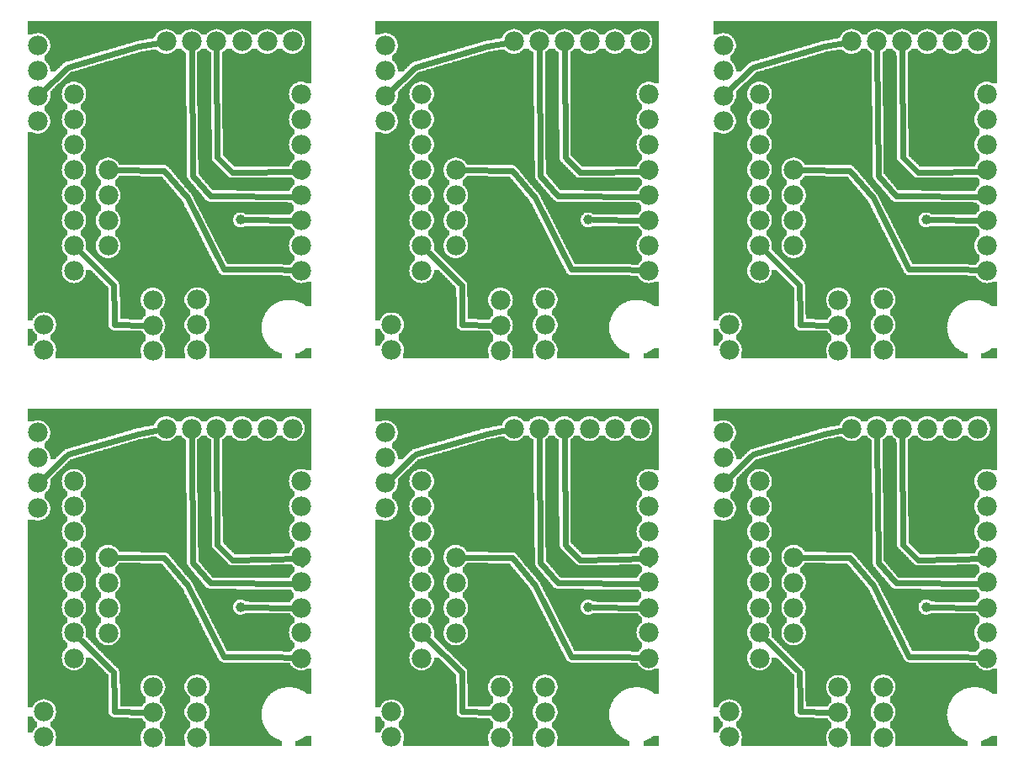
<source format=gbl>
%MOIN*%
%OFA0B0*%
%FSLAX23Y23*%
%IPPOS*%
%LPD*%
%ADD10C,0.075*%
%ADD11C,0.078*%
%ADD12C,0.077778*%
%ADD13C,0.03937*%
%ADD14C,0.024000000000000004*%
%ADD25C,0.075*%
%ADD26C,0.078*%
%ADD27C,0.077778*%
%ADD28C,0.03937*%
%ADD29C,0.024000000000000004*%
%ADD30C,0.075*%
%ADD31C,0.078*%
%ADD32C,0.077778*%
%ADD33C,0.03937*%
%ADD34C,0.024000000000000004*%
%ADD35C,0.075*%
%ADD36C,0.078*%
%ADD37C,0.077778*%
%ADD38C,0.03937*%
%ADD39C,0.024000000000000004*%
%ADD40C,0.075*%
%ADD41C,0.078*%
%ADD42C,0.077778*%
%ADD43C,0.03937*%
%ADD44C,0.024000000000000004*%
%ADD45C,0.075*%
%ADD46C,0.078*%
%ADD47C,0.077778*%
%ADD48C,0.03937*%
%ADD49C,0.024000000000000004*%
G90*
G54D10*
X00000Y02519D02*
X00182Y03804D03*
X00390Y03686D03*
G54D11*
X01094Y03817D03*
X00994Y03817D03*
X00894Y03817D03*
X00793Y03817D03*
X00694Y03817D03*
X00594Y03817D03*
X00364Y03007D03*
X00364Y03107D03*
X00364Y03207D03*
X00364Y03307D03*
X00109Y02594D03*
X00109Y02694D03*
X00716Y02593D03*
X00716Y02693D03*
X00716Y02793D03*
X00086Y03501D03*
X00086Y03600D03*
X00086Y03701D03*
X00086Y03801D03*
X00541Y02592D03*
X00541Y02692D03*
X00541Y02792D03*
G54D12*
X01129Y03608D03*
X01129Y03508D03*
X01129Y03408D03*
X01129Y03308D03*
X01129Y03208D03*
X01129Y03108D03*
X01129Y03008D03*
X01129Y02908D03*
X00229Y02908D03*
X00229Y03008D03*
X00229Y03108D03*
X00229Y03208D03*
X00229Y03308D03*
X00229Y03408D03*
X00229Y03508D03*
X00229Y03608D03*
X01129Y03608D03*
X01129Y03508D03*
X01129Y03408D03*
X01129Y03308D03*
X01129Y03208D03*
X01129Y03108D03*
X01129Y03008D03*
X01129Y02908D03*
X00229Y02908D03*
X00229Y03008D03*
X00229Y03108D03*
X00229Y03208D03*
X00229Y03308D03*
X00229Y03408D03*
X00229Y03508D03*
X00229Y03608D03*
G54D13*
X00888Y03109D03*
G54D14*
X00387Y02851D02*
X00250Y02987D01*
D02*
X00390Y02730D02*
X00387Y02851D01*
D02*
X00389Y02694D02*
X00390Y02730D01*
D02*
X00511Y02692D02*
X00389Y02694D01*
D02*
X00821Y02913D02*
X00678Y03196D01*
D02*
X00678Y03196D02*
X00587Y03304D01*
D02*
X01018Y02913D02*
X00821Y02913D01*
D02*
X00587Y03304D02*
X00393Y03306D01*
D02*
X01100Y02909D02*
X01018Y02913D01*
D02*
X00698Y03284D02*
X00768Y03204D01*
D02*
X00768Y03204D02*
X01123Y03201D01*
D02*
X00694Y03786D02*
X00698Y03284D01*
D02*
X01123Y03201D02*
X01110Y03186D01*
D02*
X00797Y03356D02*
X00856Y03296D01*
D02*
X00856Y03296D02*
X01130Y03301D01*
D02*
X00793Y03786D02*
X00797Y03356D01*
D02*
X01130Y03301D02*
X01132Y03279D01*
D02*
X00487Y03797D02*
X00204Y03714D01*
D02*
X00204Y03714D02*
X00091Y03606D01*
D02*
X00564Y03811D02*
X00487Y03797D01*
D02*
X00091Y03606D02*
X00106Y03623D01*
D02*
X00907Y03109D02*
X01100Y03108D01*
G36*
X00733Y03788D02*
X00733Y03786D01*
X00731Y03786D01*
X00731Y03784D01*
X00728Y03784D01*
X00728Y03782D01*
X00727Y03782D01*
X00727Y03780D01*
X00725Y03780D01*
X00725Y03778D01*
X00722Y03778D01*
X00722Y03776D01*
X00719Y03776D01*
X00719Y03774D01*
X00716Y03774D01*
X00716Y03562D01*
X00719Y03562D01*
X00719Y03346D01*
X00721Y03346D01*
X00721Y03291D01*
X00722Y03291D01*
X00722Y03290D01*
X00725Y03290D01*
X00725Y03286D01*
X00727Y03286D01*
X00727Y03284D01*
X00728Y03284D01*
X00728Y03282D01*
X00731Y03282D01*
X00731Y03279D01*
X00733Y03279D01*
X00733Y03278D01*
X00734Y03278D01*
X00734Y03276D01*
X00847Y03276D01*
X00847Y03278D01*
X00842Y03278D01*
X00842Y03279D01*
X00840Y03279D01*
X00840Y03282D01*
X00838Y03282D01*
X00838Y03284D01*
X00837Y03284D01*
X00837Y03286D01*
X00835Y03286D01*
X00835Y03288D01*
X00833Y03288D01*
X00833Y03290D01*
X00831Y03290D01*
X00831Y03291D01*
X00829Y03291D01*
X00829Y03294D01*
X00827Y03294D01*
X00827Y03296D01*
X00825Y03296D01*
X00825Y03298D01*
X00822Y03298D01*
X00822Y03300D01*
X00821Y03300D01*
X00821Y03302D01*
X00819Y03302D01*
X00819Y03304D01*
X00816Y03304D01*
X00816Y03306D01*
X00815Y03306D01*
X00815Y03308D01*
X00813Y03308D01*
X00813Y03310D01*
X00811Y03310D01*
X00811Y03312D01*
X00809Y03312D01*
X00809Y03314D01*
X00807Y03314D01*
X00807Y03316D01*
X00805Y03316D01*
X00805Y03318D01*
X00803Y03318D01*
X00803Y03320D01*
X00801Y03320D01*
X00801Y03322D01*
X00799Y03322D01*
X00799Y03324D01*
X00797Y03324D01*
X00797Y03326D01*
X00795Y03326D01*
X00795Y03328D01*
X00793Y03328D01*
X00793Y03330D01*
X00791Y03330D01*
X00791Y03332D01*
X00789Y03332D01*
X00789Y03334D01*
X00787Y03334D01*
X00787Y03336D01*
X00785Y03336D01*
X00785Y03338D01*
X00783Y03338D01*
X00783Y03340D01*
X00781Y03340D01*
X00781Y03342D01*
X00779Y03342D01*
X00779Y03344D01*
X00777Y03344D01*
X00777Y03348D01*
X00775Y03348D01*
X00775Y03468D01*
X00773Y03468D01*
X00773Y03762D01*
X00771Y03762D01*
X00771Y03774D01*
X00767Y03774D01*
X00767Y03776D01*
X00765Y03776D01*
X00765Y03778D01*
X00763Y03778D01*
X00763Y03780D01*
X00759Y03780D01*
X00759Y03782D01*
X00756Y03782D01*
X00756Y03786D01*
X00754Y03786D01*
X00754Y03788D01*
X00733Y03788D01*
G37*
D02*
G36*
X01010Y03278D02*
X01010Y03276D01*
X01091Y03276D01*
X01091Y03278D01*
X01010Y03278D01*
G37*
D02*
G36*
X00734Y03276D02*
X00734Y03274D01*
X01093Y03274D01*
X01093Y03276D01*
X00734Y03276D01*
G37*
D02*
G36*
X00734Y03276D02*
X00734Y03274D01*
X01093Y03274D01*
X01093Y03276D01*
X00734Y03276D01*
G37*
D02*
G36*
X00737Y03274D02*
X00737Y03272D01*
X00739Y03272D01*
X00739Y03270D01*
X00740Y03270D01*
X00740Y03267D01*
X00743Y03267D01*
X00743Y03266D01*
X00745Y03266D01*
X00745Y03264D01*
X00746Y03264D01*
X00746Y03260D01*
X00749Y03260D01*
X00749Y03258D01*
X00749Y03258D01*
X00749Y03255D01*
X00752Y03255D01*
X00752Y03254D01*
X00754Y03254D01*
X00754Y03252D01*
X00756Y03252D01*
X00756Y03250D01*
X00759Y03250D01*
X00759Y03246D01*
X00761Y03246D01*
X00761Y03244D01*
X00763Y03244D01*
X00763Y03242D01*
X00765Y03242D01*
X00765Y03240D01*
X00767Y03240D01*
X00767Y03238D01*
X00769Y03238D01*
X00769Y03234D01*
X00771Y03234D01*
X00771Y03232D01*
X00773Y03232D01*
X00773Y03230D01*
X00775Y03230D01*
X00775Y03228D01*
X00777Y03228D01*
X00777Y03226D01*
X00871Y03226D01*
X00871Y03224D01*
X01083Y03224D01*
X01083Y03228D01*
X01085Y03228D01*
X01085Y03232D01*
X01087Y03232D01*
X01087Y03234D01*
X01089Y03234D01*
X01089Y03238D01*
X01091Y03238D01*
X01091Y03240D01*
X01093Y03240D01*
X01093Y03242D01*
X01095Y03242D01*
X01095Y03244D01*
X01097Y03244D01*
X01097Y03246D01*
X01099Y03246D01*
X01099Y03248D01*
X01101Y03248D01*
X01101Y03267D01*
X01099Y03267D01*
X01099Y03270D01*
X01097Y03270D01*
X01097Y03272D01*
X01095Y03272D01*
X01095Y03274D01*
X00737Y03274D01*
G37*
D02*
G36*
X00044Y03896D02*
X00044Y03866D01*
X01097Y03866D01*
X01097Y03864D01*
X01107Y03864D01*
X01107Y03862D01*
X01113Y03862D01*
X01113Y03860D01*
X01117Y03860D01*
X01117Y03858D01*
X01121Y03858D01*
X01121Y03856D01*
X01123Y03856D01*
X01123Y03854D01*
X01125Y03854D01*
X01125Y03852D01*
X01129Y03852D01*
X01129Y03848D01*
X01131Y03848D01*
X01131Y03846D01*
X01133Y03846D01*
X01133Y03844D01*
X01135Y03844D01*
X01135Y03840D01*
X01137Y03840D01*
X01137Y03836D01*
X01139Y03836D01*
X01139Y03832D01*
X01141Y03832D01*
X01141Y03824D01*
X01143Y03824D01*
X01143Y03810D01*
X01141Y03810D01*
X01141Y03802D01*
X01139Y03802D01*
X01139Y03796D01*
X01137Y03796D01*
X01137Y03792D01*
X01135Y03792D01*
X01135Y03788D01*
X01133Y03788D01*
X01133Y03786D01*
X01131Y03786D01*
X01131Y03784D01*
X01129Y03784D01*
X01129Y03782D01*
X01127Y03782D01*
X01127Y03780D01*
X01125Y03780D01*
X01125Y03778D01*
X01123Y03778D01*
X01123Y03776D01*
X01119Y03776D01*
X01119Y03774D01*
X01117Y03774D01*
X01117Y03772D01*
X01113Y03772D01*
X01113Y03770D01*
X01105Y03770D01*
X01105Y03768D01*
X01169Y03768D01*
X01169Y03896D01*
X00044Y03896D01*
G37*
D02*
G36*
X00044Y03866D02*
X00044Y03850D01*
X00091Y03850D01*
X00091Y03848D01*
X00098Y03848D01*
X00098Y03846D01*
X00105Y03846D01*
X00105Y03844D01*
X00109Y03844D01*
X00109Y03842D01*
X00113Y03842D01*
X00113Y03840D01*
X00115Y03840D01*
X00115Y03838D01*
X00117Y03838D01*
X00117Y03836D01*
X00120Y03836D01*
X00120Y03832D01*
X00123Y03832D01*
X00123Y03830D01*
X00125Y03830D01*
X00125Y03828D01*
X00127Y03828D01*
X00127Y03824D01*
X00129Y03824D01*
X00129Y03820D01*
X00131Y03820D01*
X00131Y03816D01*
X00133Y03816D01*
X00133Y03808D01*
X00135Y03808D01*
X00135Y03792D01*
X00133Y03792D01*
X00133Y03786D01*
X00131Y03786D01*
X00131Y03780D01*
X00129Y03780D01*
X00129Y03776D01*
X00127Y03776D01*
X00127Y03772D01*
X00125Y03772D01*
X00125Y03770D01*
X00123Y03770D01*
X00123Y03768D01*
X00120Y03768D01*
X00120Y03766D01*
X00119Y03766D01*
X00119Y03764D01*
X00117Y03764D01*
X00117Y03762D01*
X00115Y03762D01*
X00115Y03760D01*
X00113Y03760D01*
X00113Y03740D01*
X00115Y03740D01*
X00115Y03738D01*
X00117Y03738D01*
X00117Y03736D01*
X00120Y03736D01*
X00120Y03732D01*
X00123Y03732D01*
X00123Y03730D01*
X00125Y03730D01*
X00125Y03728D01*
X00127Y03728D01*
X00127Y03724D01*
X00129Y03724D01*
X00129Y03720D01*
X00131Y03720D01*
X00131Y03716D01*
X00133Y03716D01*
X00133Y03708D01*
X00135Y03708D01*
X00135Y03696D01*
X00155Y03696D01*
X00155Y03698D01*
X00157Y03698D01*
X00157Y03700D01*
X00159Y03700D01*
X00159Y03702D01*
X00160Y03702D01*
X00160Y03704D01*
X00163Y03704D01*
X00163Y03706D01*
X00165Y03706D01*
X00165Y03708D01*
X00166Y03708D01*
X00166Y03710D01*
X00169Y03710D01*
X00169Y03712D01*
X00171Y03712D01*
X00171Y03714D01*
X00173Y03714D01*
X00173Y03716D01*
X00175Y03716D01*
X00175Y03718D01*
X00176Y03718D01*
X00176Y03720D01*
X00178Y03720D01*
X00178Y03722D01*
X00181Y03722D01*
X00181Y03724D01*
X00182Y03724D01*
X00182Y03726D01*
X00185Y03726D01*
X00185Y03728D01*
X00187Y03728D01*
X00187Y03730D01*
X00191Y03730D01*
X00191Y03732D01*
X00193Y03732D01*
X00193Y03734D01*
X00196Y03734D01*
X00196Y03736D01*
X00204Y03736D01*
X00204Y03738D01*
X00211Y03738D01*
X00211Y03740D01*
X00217Y03740D01*
X00217Y03742D01*
X00225Y03742D01*
X00225Y03744D01*
X00231Y03744D01*
X00231Y03746D01*
X00239Y03746D01*
X00239Y03748D01*
X00245Y03748D01*
X00245Y03750D01*
X00251Y03750D01*
X00251Y03752D01*
X00259Y03752D01*
X00259Y03754D01*
X00265Y03754D01*
X00265Y03756D01*
X00273Y03756D01*
X00273Y03758D01*
X00279Y03758D01*
X00279Y03760D01*
X00287Y03760D01*
X00287Y03762D01*
X00293Y03762D01*
X00293Y03764D01*
X00299Y03764D01*
X00299Y03766D01*
X00307Y03766D01*
X00307Y03768D01*
X00313Y03768D01*
X00313Y03770D01*
X00321Y03770D01*
X00321Y03772D01*
X00327Y03772D01*
X00327Y03774D01*
X00333Y03774D01*
X00333Y03776D01*
X00341Y03776D01*
X00341Y03778D01*
X00347Y03778D01*
X00347Y03780D01*
X00355Y03780D01*
X00355Y03782D01*
X00361Y03782D01*
X00361Y03784D01*
X00368Y03784D01*
X00368Y03786D01*
X00374Y03786D01*
X00374Y03788D01*
X00381Y03788D01*
X00381Y03790D01*
X00389Y03790D01*
X00389Y03792D01*
X00394Y03792D01*
X00394Y03794D01*
X00403Y03794D01*
X00403Y03796D01*
X00409Y03796D01*
X00409Y03798D01*
X00415Y03798D01*
X00415Y03800D01*
X00423Y03800D01*
X00423Y03802D01*
X00429Y03802D01*
X00429Y03804D01*
X00437Y03804D01*
X00437Y03806D01*
X00443Y03806D01*
X00443Y03808D01*
X00451Y03808D01*
X00451Y03810D01*
X00457Y03810D01*
X00457Y03812D01*
X00463Y03812D01*
X00463Y03814D01*
X00471Y03814D01*
X00471Y03816D01*
X00477Y03816D01*
X00477Y03818D01*
X00484Y03818D01*
X00484Y03820D01*
X00497Y03820D01*
X00497Y03822D01*
X00507Y03822D01*
X00507Y03824D01*
X00519Y03824D01*
X00519Y03826D01*
X00529Y03826D01*
X00529Y03828D01*
X00541Y03828D01*
X00541Y03830D01*
X00547Y03830D01*
X00547Y03834D01*
X00549Y03834D01*
X00549Y03838D01*
X00551Y03838D01*
X00551Y03842D01*
X00553Y03842D01*
X00553Y03844D01*
X00555Y03844D01*
X00555Y03848D01*
X00557Y03848D01*
X00557Y03850D01*
X00559Y03850D01*
X00559Y03852D01*
X00561Y03852D01*
X00561Y03854D01*
X00565Y03854D01*
X00565Y03856D01*
X00567Y03856D01*
X00567Y03858D01*
X00571Y03858D01*
X00571Y03860D01*
X00573Y03860D01*
X00573Y03862D01*
X00581Y03862D01*
X00581Y03864D01*
X00591Y03864D01*
X00591Y03866D01*
X00044Y03866D01*
G37*
D02*
G36*
X00597Y03866D02*
X00597Y03864D01*
X00607Y03864D01*
X00607Y03862D01*
X00613Y03862D01*
X00613Y03860D01*
X00617Y03860D01*
X00617Y03858D01*
X00621Y03858D01*
X00621Y03856D01*
X00623Y03856D01*
X00623Y03854D01*
X00625Y03854D01*
X00625Y03852D01*
X00629Y03852D01*
X00629Y03848D01*
X00631Y03848D01*
X00631Y03846D01*
X00633Y03846D01*
X00633Y03844D01*
X00655Y03844D01*
X00655Y03848D01*
X00657Y03848D01*
X00657Y03850D01*
X00658Y03850D01*
X00658Y03852D01*
X00661Y03852D01*
X00661Y03854D01*
X00664Y03854D01*
X00664Y03856D01*
X00666Y03856D01*
X00666Y03858D01*
X00670Y03858D01*
X00670Y03860D01*
X00673Y03860D01*
X00673Y03862D01*
X00681Y03862D01*
X00681Y03864D01*
X00691Y03864D01*
X00691Y03866D01*
X00597Y03866D01*
G37*
D02*
G36*
X00697Y03866D02*
X00697Y03864D01*
X00707Y03864D01*
X00707Y03862D01*
X00713Y03862D01*
X00713Y03860D01*
X00716Y03860D01*
X00716Y03858D01*
X00721Y03858D01*
X00721Y03856D01*
X00722Y03856D01*
X00722Y03854D01*
X00725Y03854D01*
X00725Y03852D01*
X00728Y03852D01*
X00728Y03848D01*
X00731Y03848D01*
X00731Y03846D01*
X00733Y03846D01*
X00733Y03844D01*
X00754Y03844D01*
X00754Y03848D01*
X00756Y03848D01*
X00756Y03850D01*
X00759Y03850D01*
X00759Y03852D01*
X00761Y03852D01*
X00761Y03854D01*
X00765Y03854D01*
X00765Y03856D01*
X00767Y03856D01*
X00767Y03858D01*
X00771Y03858D01*
X00771Y03860D01*
X00773Y03860D01*
X00773Y03862D01*
X00781Y03862D01*
X00781Y03864D01*
X00791Y03864D01*
X00791Y03866D01*
X00697Y03866D01*
G37*
D02*
G36*
X00797Y03866D02*
X00797Y03864D01*
X00807Y03864D01*
X00807Y03862D01*
X00813Y03862D01*
X00813Y03860D01*
X00816Y03860D01*
X00816Y03858D01*
X00821Y03858D01*
X00821Y03856D01*
X00822Y03856D01*
X00822Y03854D01*
X00825Y03854D01*
X00825Y03852D01*
X00829Y03852D01*
X00829Y03848D01*
X00831Y03848D01*
X00831Y03846D01*
X00833Y03846D01*
X00833Y03844D01*
X00855Y03844D01*
X00855Y03848D01*
X00857Y03848D01*
X00857Y03850D01*
X00859Y03850D01*
X00859Y03852D01*
X00861Y03852D01*
X00861Y03854D01*
X00865Y03854D01*
X00865Y03856D01*
X00867Y03856D01*
X00867Y03858D01*
X00871Y03858D01*
X00871Y03860D01*
X00873Y03860D01*
X00873Y03862D01*
X00881Y03862D01*
X00881Y03864D01*
X00891Y03864D01*
X00891Y03866D01*
X00797Y03866D01*
G37*
D02*
G36*
X00897Y03866D02*
X00897Y03864D01*
X00907Y03864D01*
X00907Y03862D01*
X00912Y03862D01*
X00912Y03860D01*
X00916Y03860D01*
X00916Y03858D01*
X00921Y03858D01*
X00921Y03856D01*
X00923Y03856D01*
X00923Y03854D01*
X00925Y03854D01*
X00925Y03852D01*
X00929Y03852D01*
X00929Y03848D01*
X00931Y03848D01*
X00931Y03846D01*
X00933Y03846D01*
X00933Y03844D01*
X00955Y03844D01*
X00955Y03848D01*
X00957Y03848D01*
X00957Y03850D01*
X00959Y03850D01*
X00959Y03852D01*
X00961Y03852D01*
X00961Y03854D01*
X00965Y03854D01*
X00965Y03856D01*
X00967Y03856D01*
X00967Y03858D01*
X00971Y03858D01*
X00971Y03860D01*
X00973Y03860D01*
X00973Y03862D01*
X00981Y03862D01*
X00981Y03864D01*
X00991Y03864D01*
X00991Y03866D01*
X00897Y03866D01*
G37*
D02*
G36*
X00997Y03866D02*
X00997Y03864D01*
X01006Y03864D01*
X01006Y03862D01*
X01012Y03862D01*
X01012Y03860D01*
X01016Y03860D01*
X01016Y03858D01*
X01020Y03858D01*
X01020Y03856D01*
X01022Y03856D01*
X01022Y03854D01*
X01025Y03854D01*
X01025Y03852D01*
X01029Y03852D01*
X01029Y03848D01*
X01031Y03848D01*
X01031Y03846D01*
X01033Y03846D01*
X01033Y03844D01*
X01055Y03844D01*
X01055Y03848D01*
X01057Y03848D01*
X01057Y03850D01*
X01059Y03850D01*
X01059Y03852D01*
X01061Y03852D01*
X01061Y03854D01*
X01065Y03854D01*
X01065Y03856D01*
X01067Y03856D01*
X01067Y03858D01*
X01071Y03858D01*
X01071Y03860D01*
X01073Y03860D01*
X01073Y03862D01*
X01081Y03862D01*
X01081Y03864D01*
X01091Y03864D01*
X01091Y03866D01*
X00997Y03866D01*
G37*
D02*
G36*
X00044Y03850D02*
X00044Y03844D01*
X00065Y03844D01*
X00065Y03846D01*
X00071Y03846D01*
X00071Y03848D01*
X00081Y03848D01*
X00081Y03850D01*
X00044Y03850D01*
G37*
D02*
G36*
X00833Y03788D02*
X00833Y03786D01*
X00831Y03786D01*
X00831Y03784D01*
X00829Y03784D01*
X00829Y03782D01*
X00827Y03782D01*
X00827Y03780D01*
X00825Y03780D01*
X00825Y03778D01*
X00822Y03778D01*
X00822Y03776D01*
X00819Y03776D01*
X00819Y03774D01*
X00816Y03774D01*
X00816Y03768D01*
X00881Y03768D01*
X00881Y03770D01*
X00875Y03770D01*
X00875Y03772D01*
X00871Y03772D01*
X00871Y03774D01*
X00867Y03774D01*
X00867Y03776D01*
X00865Y03776D01*
X00865Y03778D01*
X00863Y03778D01*
X00863Y03780D01*
X00859Y03780D01*
X00859Y03782D01*
X00857Y03782D01*
X00857Y03786D01*
X00855Y03786D01*
X00855Y03788D01*
X00833Y03788D01*
G37*
D02*
G36*
X00933Y03788D02*
X00933Y03786D01*
X00931Y03786D01*
X00931Y03784D01*
X00929Y03784D01*
X00929Y03782D01*
X00927Y03782D01*
X00927Y03780D01*
X00925Y03780D01*
X00925Y03778D01*
X00923Y03778D01*
X00923Y03776D01*
X00918Y03776D01*
X00918Y03774D01*
X00916Y03774D01*
X00916Y03772D01*
X00912Y03772D01*
X00912Y03770D01*
X00905Y03770D01*
X00905Y03768D01*
X00981Y03768D01*
X00981Y03770D01*
X00975Y03770D01*
X00975Y03772D01*
X00971Y03772D01*
X00971Y03774D01*
X00967Y03774D01*
X00967Y03776D01*
X00965Y03776D01*
X00965Y03778D01*
X00963Y03778D01*
X00963Y03780D01*
X00959Y03780D01*
X00959Y03782D01*
X00957Y03782D01*
X00957Y03786D01*
X00955Y03786D01*
X00955Y03788D01*
X00933Y03788D01*
G37*
D02*
G36*
X01033Y03788D02*
X01033Y03786D01*
X01031Y03786D01*
X01031Y03784D01*
X01029Y03784D01*
X01029Y03782D01*
X01027Y03782D01*
X01027Y03780D01*
X01025Y03780D01*
X01025Y03778D01*
X01022Y03778D01*
X01022Y03776D01*
X01018Y03776D01*
X01018Y03774D01*
X01016Y03774D01*
X01016Y03772D01*
X01012Y03772D01*
X01012Y03770D01*
X01004Y03770D01*
X01004Y03768D01*
X01081Y03768D01*
X01081Y03770D01*
X01075Y03770D01*
X01075Y03772D01*
X01071Y03772D01*
X01071Y03774D01*
X01067Y03774D01*
X01067Y03776D01*
X01065Y03776D01*
X01065Y03778D01*
X01063Y03778D01*
X01063Y03780D01*
X01059Y03780D01*
X01059Y03782D01*
X01057Y03782D01*
X01057Y03786D01*
X01055Y03786D01*
X01055Y03788D01*
X01033Y03788D01*
G37*
D02*
G36*
X00816Y03768D02*
X00816Y03766D01*
X01169Y03766D01*
X01169Y03768D01*
X00816Y03768D01*
G37*
D02*
G36*
X00816Y03768D02*
X00816Y03766D01*
X01169Y03766D01*
X01169Y03768D01*
X00816Y03768D01*
G37*
D02*
G36*
X00816Y03768D02*
X00816Y03766D01*
X01169Y03766D01*
X01169Y03768D01*
X00816Y03768D01*
G37*
D02*
G36*
X00816Y03768D02*
X00816Y03766D01*
X01169Y03766D01*
X01169Y03768D01*
X00816Y03768D01*
G37*
D02*
G36*
X00816Y03766D02*
X00816Y03656D01*
X01139Y03656D01*
X01139Y03654D01*
X01147Y03654D01*
X01147Y03652D01*
X01169Y03652D01*
X01169Y03766D01*
X00816Y03766D01*
G37*
D02*
G36*
X00816Y03656D02*
X00816Y03470D01*
X00819Y03470D01*
X00819Y03364D01*
X00821Y03364D01*
X00821Y03362D01*
X00822Y03362D01*
X00822Y03360D01*
X00825Y03360D01*
X00825Y03358D01*
X00827Y03358D01*
X00827Y03356D01*
X00829Y03356D01*
X00829Y03354D01*
X00831Y03354D01*
X00831Y03352D01*
X00833Y03352D01*
X00833Y03350D01*
X00835Y03350D01*
X00835Y03348D01*
X00837Y03348D01*
X00837Y03346D01*
X00838Y03346D01*
X00838Y03344D01*
X00840Y03344D01*
X00840Y03342D01*
X00842Y03342D01*
X00842Y03340D01*
X00844Y03340D01*
X00844Y03338D01*
X00847Y03338D01*
X00847Y03336D01*
X00849Y03336D01*
X00849Y03334D01*
X00851Y03334D01*
X00851Y03332D01*
X00853Y03332D01*
X00853Y03330D01*
X00855Y03330D01*
X00855Y03328D01*
X00857Y03328D01*
X00857Y03326D01*
X00859Y03326D01*
X00859Y03324D01*
X00861Y03324D01*
X00861Y03322D01*
X00863Y03322D01*
X00863Y03320D01*
X01008Y03320D01*
X01008Y03322D01*
X01083Y03322D01*
X01083Y03328D01*
X01085Y03328D01*
X01085Y03332D01*
X01087Y03332D01*
X01087Y03334D01*
X01089Y03334D01*
X01089Y03338D01*
X01091Y03338D01*
X01091Y03340D01*
X01093Y03340D01*
X01093Y03342D01*
X01095Y03342D01*
X01095Y03344D01*
X01097Y03344D01*
X01097Y03346D01*
X01099Y03346D01*
X01099Y03348D01*
X01101Y03348D01*
X01101Y03368D01*
X01099Y03368D01*
X01099Y03370D01*
X01097Y03370D01*
X01097Y03372D01*
X01095Y03372D01*
X01095Y03374D01*
X01093Y03374D01*
X01093Y03376D01*
X01091Y03376D01*
X01091Y03378D01*
X01089Y03378D01*
X01089Y03380D01*
X01087Y03380D01*
X01087Y03384D01*
X01085Y03384D01*
X01085Y03388D01*
X01083Y03388D01*
X01083Y03394D01*
X01081Y03394D01*
X01081Y03404D01*
X01079Y03404D01*
X01079Y03412D01*
X01081Y03412D01*
X01081Y03422D01*
X01083Y03422D01*
X01083Y03428D01*
X01085Y03428D01*
X01085Y03432D01*
X01087Y03432D01*
X01087Y03434D01*
X01089Y03434D01*
X01089Y03438D01*
X01091Y03438D01*
X01091Y03440D01*
X01093Y03440D01*
X01093Y03442D01*
X01095Y03442D01*
X01095Y03444D01*
X01097Y03444D01*
X01097Y03446D01*
X01099Y03446D01*
X01099Y03448D01*
X01101Y03448D01*
X01101Y03468D01*
X01099Y03468D01*
X01099Y03470D01*
X01097Y03470D01*
X01097Y03472D01*
X01095Y03472D01*
X01095Y03474D01*
X01093Y03474D01*
X01093Y03476D01*
X01091Y03476D01*
X01091Y03478D01*
X01089Y03478D01*
X01089Y03480D01*
X01087Y03480D01*
X01087Y03484D01*
X01085Y03484D01*
X01085Y03488D01*
X01083Y03488D01*
X01083Y03494D01*
X01081Y03494D01*
X01081Y03504D01*
X01079Y03504D01*
X01079Y03512D01*
X01081Y03512D01*
X01081Y03522D01*
X01083Y03522D01*
X01083Y03528D01*
X01085Y03528D01*
X01085Y03532D01*
X01087Y03532D01*
X01087Y03534D01*
X01089Y03534D01*
X01089Y03538D01*
X01091Y03538D01*
X01091Y03540D01*
X01093Y03540D01*
X01093Y03542D01*
X01095Y03542D01*
X01095Y03544D01*
X01097Y03544D01*
X01097Y03546D01*
X01099Y03546D01*
X01099Y03548D01*
X01101Y03548D01*
X01101Y03568D01*
X01099Y03568D01*
X01099Y03570D01*
X01097Y03570D01*
X01097Y03572D01*
X01095Y03572D01*
X01095Y03574D01*
X01093Y03574D01*
X01093Y03576D01*
X01091Y03576D01*
X01091Y03578D01*
X01089Y03578D01*
X01089Y03580D01*
X01087Y03580D01*
X01087Y03584D01*
X01085Y03584D01*
X01085Y03588D01*
X01083Y03588D01*
X01083Y03594D01*
X01081Y03594D01*
X01081Y03604D01*
X01079Y03604D01*
X01079Y03612D01*
X01081Y03612D01*
X01081Y03622D01*
X01083Y03622D01*
X01083Y03628D01*
X01085Y03628D01*
X01085Y03632D01*
X01087Y03632D01*
X01087Y03634D01*
X01089Y03634D01*
X01089Y03638D01*
X01091Y03638D01*
X01091Y03640D01*
X01093Y03640D01*
X01093Y03642D01*
X01095Y03642D01*
X01095Y03644D01*
X01097Y03644D01*
X01097Y03646D01*
X01099Y03646D01*
X01099Y03648D01*
X01103Y03648D01*
X01103Y03650D01*
X01107Y03650D01*
X01107Y03652D01*
X01111Y03652D01*
X01111Y03654D01*
X01117Y03654D01*
X01117Y03656D01*
X00816Y03656D01*
G37*
D02*
G36*
X00633Y03788D02*
X00633Y03786D01*
X00631Y03786D01*
X00631Y03784D01*
X00629Y03784D01*
X00629Y03782D01*
X00627Y03782D01*
X00627Y03780D01*
X00625Y03780D01*
X00625Y03778D01*
X00623Y03778D01*
X00623Y03776D01*
X00619Y03776D01*
X00619Y03774D01*
X00617Y03774D01*
X00617Y03772D01*
X00613Y03772D01*
X00613Y03770D01*
X00605Y03770D01*
X00605Y03768D01*
X00673Y03768D01*
X00673Y03772D01*
X00670Y03772D01*
X00670Y03774D01*
X00666Y03774D01*
X00666Y03776D01*
X00664Y03776D01*
X00664Y03778D01*
X00661Y03778D01*
X00661Y03780D01*
X00658Y03780D01*
X00658Y03782D01*
X00657Y03782D01*
X00657Y03786D01*
X00655Y03786D01*
X00655Y03788D01*
X00633Y03788D01*
G37*
D02*
G36*
X00533Y03784D02*
X00533Y03782D01*
X00523Y03782D01*
X00523Y03780D01*
X00511Y03780D01*
X00511Y03778D01*
X00501Y03778D01*
X00501Y03776D01*
X00491Y03776D01*
X00491Y03774D01*
X00482Y03774D01*
X00482Y03772D01*
X00477Y03772D01*
X00477Y03770D01*
X00471Y03770D01*
X00471Y03768D01*
X00581Y03768D01*
X00581Y03770D01*
X00575Y03770D01*
X00575Y03772D01*
X00571Y03772D01*
X00571Y03774D01*
X00567Y03774D01*
X00567Y03776D01*
X00565Y03776D01*
X00565Y03778D01*
X00563Y03778D01*
X00563Y03780D01*
X00559Y03780D01*
X00559Y03782D01*
X00557Y03782D01*
X00557Y03784D01*
X00533Y03784D01*
G37*
D02*
G36*
X00463Y03768D02*
X00463Y03766D01*
X00673Y03766D01*
X00673Y03768D01*
X00463Y03768D01*
G37*
D02*
G36*
X00463Y03768D02*
X00463Y03766D01*
X00673Y03766D01*
X00673Y03768D01*
X00463Y03768D01*
G37*
D02*
G36*
X00457Y03766D02*
X00457Y03764D01*
X00449Y03764D01*
X00449Y03762D01*
X00443Y03762D01*
X00443Y03760D01*
X00435Y03760D01*
X00435Y03758D01*
X00429Y03758D01*
X00429Y03756D01*
X00423Y03756D01*
X00423Y03754D01*
X00415Y03754D01*
X00415Y03752D01*
X00409Y03752D01*
X00409Y03750D01*
X00401Y03750D01*
X00401Y03748D01*
X00394Y03748D01*
X00394Y03746D01*
X00389Y03746D01*
X00389Y03744D01*
X00381Y03744D01*
X00381Y03742D01*
X00374Y03742D01*
X00374Y03740D01*
X00367Y03740D01*
X00367Y03738D01*
X00361Y03738D01*
X00361Y03736D01*
X00353Y03736D01*
X00353Y03734D01*
X00347Y03734D01*
X00347Y03732D01*
X00341Y03732D01*
X00341Y03730D01*
X00333Y03730D01*
X00333Y03728D01*
X00327Y03728D01*
X00327Y03726D01*
X00318Y03726D01*
X00318Y03724D01*
X00313Y03724D01*
X00313Y03722D01*
X00307Y03722D01*
X00307Y03720D01*
X00299Y03720D01*
X00299Y03718D01*
X00293Y03718D01*
X00293Y03716D01*
X00285Y03716D01*
X00285Y03714D01*
X00279Y03714D01*
X00279Y03712D01*
X00271Y03712D01*
X00271Y03710D01*
X00265Y03710D01*
X00265Y03708D01*
X00259Y03708D01*
X00259Y03706D01*
X00251Y03706D01*
X00251Y03704D01*
X00245Y03704D01*
X00245Y03702D01*
X00237Y03702D01*
X00237Y03700D01*
X00231Y03700D01*
X00231Y03698D01*
X00225Y03698D01*
X00225Y03696D01*
X00217Y03696D01*
X00217Y03694D01*
X00213Y03694D01*
X00213Y03692D01*
X00211Y03692D01*
X00211Y03690D01*
X00209Y03690D01*
X00209Y03688D01*
X00207Y03688D01*
X00207Y03686D01*
X00204Y03686D01*
X00204Y03684D01*
X00203Y03684D01*
X00203Y03682D01*
X00201Y03682D01*
X00201Y03680D01*
X00199Y03680D01*
X00199Y03678D01*
X00196Y03678D01*
X00196Y03676D01*
X00195Y03676D01*
X00195Y03674D01*
X00193Y03674D01*
X00193Y03672D01*
X00191Y03672D01*
X00191Y03670D01*
X00189Y03670D01*
X00189Y03668D01*
X00187Y03668D01*
X00187Y03666D01*
X00185Y03666D01*
X00185Y03664D01*
X00182Y03664D01*
X00182Y03662D01*
X00181Y03662D01*
X00181Y03660D01*
X00178Y03660D01*
X00178Y03658D01*
X00176Y03658D01*
X00176Y03656D01*
X00239Y03656D01*
X00239Y03654D01*
X00247Y03654D01*
X00247Y03652D01*
X00251Y03652D01*
X00251Y03650D01*
X00255Y03650D01*
X00255Y03648D01*
X00257Y03648D01*
X00257Y03646D01*
X00259Y03646D01*
X00259Y03644D01*
X00263Y03644D01*
X00263Y03642D01*
X00265Y03642D01*
X00265Y03638D01*
X00267Y03638D01*
X00267Y03636D01*
X00269Y03636D01*
X00269Y03634D01*
X00271Y03634D01*
X00271Y03630D01*
X00273Y03630D01*
X00273Y03626D01*
X00275Y03626D01*
X00275Y03618D01*
X00277Y03618D01*
X00277Y03596D01*
X00275Y03596D01*
X00275Y03590D01*
X00273Y03590D01*
X00273Y03586D01*
X00271Y03586D01*
X00271Y03582D01*
X00269Y03582D01*
X00269Y03580D01*
X00267Y03580D01*
X00267Y03576D01*
X00265Y03576D01*
X00265Y03574D01*
X00263Y03574D01*
X00263Y03572D01*
X00261Y03572D01*
X00261Y03570D01*
X00259Y03570D01*
X00259Y03568D01*
X00255Y03568D01*
X00255Y03548D01*
X00257Y03548D01*
X00257Y03546D01*
X00259Y03546D01*
X00259Y03544D01*
X00263Y03544D01*
X00263Y03542D01*
X00265Y03542D01*
X00265Y03538D01*
X00267Y03538D01*
X00267Y03536D01*
X00269Y03536D01*
X00269Y03534D01*
X00271Y03534D01*
X00271Y03530D01*
X00273Y03530D01*
X00273Y03526D01*
X00275Y03526D01*
X00275Y03518D01*
X00277Y03518D01*
X00277Y03496D01*
X00275Y03496D01*
X00275Y03490D01*
X00273Y03490D01*
X00273Y03486D01*
X00271Y03486D01*
X00271Y03482D01*
X00269Y03482D01*
X00269Y03480D01*
X00267Y03480D01*
X00267Y03476D01*
X00265Y03476D01*
X00265Y03474D01*
X00263Y03474D01*
X00263Y03472D01*
X00261Y03472D01*
X00261Y03470D01*
X00259Y03470D01*
X00259Y03468D01*
X00255Y03468D01*
X00255Y03448D01*
X00257Y03448D01*
X00257Y03446D01*
X00259Y03446D01*
X00259Y03444D01*
X00263Y03444D01*
X00263Y03442D01*
X00265Y03442D01*
X00265Y03438D01*
X00267Y03438D01*
X00267Y03436D01*
X00269Y03436D01*
X00269Y03434D01*
X00271Y03434D01*
X00271Y03430D01*
X00273Y03430D01*
X00273Y03426D01*
X00275Y03426D01*
X00275Y03418D01*
X00277Y03418D01*
X00277Y03396D01*
X00275Y03396D01*
X00275Y03390D01*
X00273Y03390D01*
X00273Y03386D01*
X00271Y03386D01*
X00271Y03382D01*
X00269Y03382D01*
X00269Y03380D01*
X00267Y03380D01*
X00267Y03376D01*
X00265Y03376D01*
X00265Y03374D01*
X00263Y03374D01*
X00263Y03372D01*
X00261Y03372D01*
X00261Y03370D01*
X00259Y03370D01*
X00259Y03368D01*
X00255Y03368D01*
X00255Y03356D01*
X00368Y03356D01*
X00368Y03354D01*
X00379Y03354D01*
X00379Y03352D01*
X00383Y03352D01*
X00383Y03350D01*
X00387Y03350D01*
X00387Y03348D01*
X00391Y03348D01*
X00391Y03346D01*
X00393Y03346D01*
X00393Y03344D01*
X00396Y03344D01*
X00396Y03342D01*
X00399Y03342D01*
X00399Y03340D01*
X00401Y03340D01*
X00401Y03336D01*
X00403Y03336D01*
X00403Y03334D01*
X00405Y03334D01*
X00405Y03330D01*
X00406Y03330D01*
X00406Y03328D01*
X00493Y03328D01*
X00493Y03326D01*
X00593Y03326D01*
X00593Y03324D01*
X00597Y03324D01*
X00597Y03322D01*
X00601Y03322D01*
X00601Y03320D01*
X00603Y03320D01*
X00603Y03318D01*
X00605Y03318D01*
X00605Y03314D01*
X00607Y03314D01*
X00607Y03312D01*
X00609Y03312D01*
X00609Y03310D01*
X00611Y03310D01*
X00611Y03308D01*
X00613Y03308D01*
X00613Y03306D01*
X00615Y03306D01*
X00615Y03304D01*
X00617Y03304D01*
X00617Y03300D01*
X00619Y03300D01*
X00619Y03298D01*
X00621Y03298D01*
X00621Y03296D01*
X00623Y03296D01*
X00623Y03294D01*
X00625Y03294D01*
X00625Y03291D01*
X00627Y03291D01*
X00627Y03288D01*
X00629Y03288D01*
X00629Y03286D01*
X00631Y03286D01*
X00631Y03284D01*
X00633Y03284D01*
X00633Y03282D01*
X00634Y03282D01*
X00634Y03279D01*
X00637Y03279D01*
X00637Y03276D01*
X00639Y03276D01*
X00639Y03274D01*
X00640Y03274D01*
X00640Y03272D01*
X00643Y03272D01*
X00643Y03270D01*
X00645Y03270D01*
X00645Y03267D01*
X00646Y03267D01*
X00646Y03266D01*
X00649Y03266D01*
X00649Y03262D01*
X00651Y03262D01*
X00651Y03260D01*
X00652Y03260D01*
X00652Y03258D01*
X00655Y03258D01*
X00655Y03255D01*
X00657Y03255D01*
X00657Y03254D01*
X00658Y03254D01*
X00658Y03250D01*
X00661Y03250D01*
X00661Y03248D01*
X00661Y03248D01*
X00661Y03246D01*
X00664Y03246D01*
X00664Y03244D01*
X00666Y03244D01*
X00666Y03242D01*
X00667Y03242D01*
X00667Y03238D01*
X00670Y03238D01*
X00670Y03236D01*
X00673Y03236D01*
X00673Y03234D01*
X00675Y03234D01*
X00675Y03232D01*
X00677Y03232D01*
X00677Y03230D01*
X00679Y03230D01*
X00679Y03228D01*
X00681Y03228D01*
X00681Y03224D01*
X00683Y03224D01*
X00683Y03222D01*
X00685Y03222D01*
X00685Y03220D01*
X00687Y03220D01*
X00687Y03218D01*
X00689Y03218D01*
X00689Y03216D01*
X00691Y03216D01*
X00691Y03212D01*
X00692Y03212D01*
X00692Y03210D01*
X00695Y03210D01*
X00695Y03208D01*
X00697Y03208D01*
X00697Y03204D01*
X00698Y03204D01*
X00698Y03200D01*
X00701Y03200D01*
X00701Y03196D01*
X00703Y03196D01*
X00703Y03192D01*
X00704Y03192D01*
X00704Y03188D01*
X00707Y03188D01*
X00707Y03184D01*
X00709Y03184D01*
X00709Y03180D01*
X00710Y03180D01*
X00710Y03176D01*
X00713Y03176D01*
X00713Y03172D01*
X00715Y03172D01*
X00715Y03168D01*
X00716Y03168D01*
X00716Y03164D01*
X00719Y03164D01*
X00719Y03160D01*
X00721Y03160D01*
X00721Y03156D01*
X00722Y03156D01*
X00722Y03152D01*
X00725Y03152D01*
X00725Y03150D01*
X00727Y03150D01*
X00727Y03145D01*
X00728Y03145D01*
X00728Y03142D01*
X00731Y03142D01*
X00731Y03138D01*
X00899Y03138D01*
X00899Y03136D01*
X00903Y03136D01*
X00903Y03133D01*
X00905Y03133D01*
X00905Y03132D01*
X00923Y03132D01*
X00923Y03130D01*
X01085Y03130D01*
X01085Y03132D01*
X01087Y03132D01*
X01087Y03133D01*
X01089Y03133D01*
X01089Y03138D01*
X01091Y03138D01*
X01091Y03140D01*
X01093Y03140D01*
X01093Y03142D01*
X01095Y03142D01*
X01095Y03144D01*
X01097Y03144D01*
X01097Y03145D01*
X01099Y03145D01*
X01099Y03166D01*
X01097Y03166D01*
X01097Y03168D01*
X01095Y03168D01*
X01095Y03170D01*
X01093Y03170D01*
X01093Y03172D01*
X01091Y03172D01*
X01091Y03176D01*
X01089Y03176D01*
X01089Y03178D01*
X01077Y03178D01*
X01077Y03180D01*
X00871Y03180D01*
X00871Y03182D01*
X00761Y03182D01*
X00761Y03184D01*
X00756Y03184D01*
X00756Y03186D01*
X00752Y03186D01*
X00752Y03188D01*
X00749Y03188D01*
X00749Y03190D01*
X00749Y03190D01*
X00749Y03192D01*
X00746Y03192D01*
X00746Y03196D01*
X00745Y03196D01*
X00745Y03198D01*
X00743Y03198D01*
X00743Y03200D01*
X00740Y03200D01*
X00740Y03202D01*
X00739Y03202D01*
X00739Y03204D01*
X00737Y03204D01*
X00737Y03208D01*
X00734Y03208D01*
X00734Y03210D01*
X00733Y03210D01*
X00733Y03212D01*
X00731Y03212D01*
X00731Y03214D01*
X00728Y03214D01*
X00728Y03216D01*
X00727Y03216D01*
X00727Y03218D01*
X00725Y03218D01*
X00725Y03222D01*
X00722Y03222D01*
X00722Y03224D01*
X00721Y03224D01*
X00721Y03226D01*
X00719Y03226D01*
X00719Y03228D01*
X00716Y03228D01*
X00716Y03230D01*
X00715Y03230D01*
X00715Y03232D01*
X00713Y03232D01*
X00713Y03236D01*
X00710Y03236D01*
X00710Y03238D01*
X00709Y03238D01*
X00709Y03240D01*
X00707Y03240D01*
X00707Y03242D01*
X00704Y03242D01*
X00704Y03244D01*
X00703Y03244D01*
X00703Y03246D01*
X00701Y03246D01*
X00701Y03250D01*
X00698Y03250D01*
X00698Y03252D01*
X00697Y03252D01*
X00697Y03254D01*
X00695Y03254D01*
X00695Y03255D01*
X00692Y03255D01*
X00692Y03258D01*
X00691Y03258D01*
X00691Y03262D01*
X00689Y03262D01*
X00689Y03264D01*
X00687Y03264D01*
X00687Y03266D01*
X00685Y03266D01*
X00685Y03267D01*
X00683Y03267D01*
X00683Y03270D01*
X00681Y03270D01*
X00681Y03274D01*
X00679Y03274D01*
X00679Y03278D01*
X00677Y03278D01*
X00677Y03344D01*
X00675Y03344D01*
X00675Y03562D01*
X00673Y03562D01*
X00673Y03766D01*
X00457Y03766D01*
G37*
D02*
G36*
X00175Y03656D02*
X00175Y03654D01*
X00171Y03654D01*
X00171Y03652D01*
X00169Y03652D01*
X00169Y03650D01*
X00166Y03650D01*
X00166Y03648D01*
X00165Y03648D01*
X00165Y03646D01*
X00163Y03646D01*
X00163Y03644D01*
X00160Y03644D01*
X00160Y03642D01*
X00159Y03642D01*
X00159Y03640D01*
X00157Y03640D01*
X00157Y03638D01*
X00155Y03638D01*
X00155Y03636D01*
X00153Y03636D01*
X00153Y03634D01*
X00151Y03634D01*
X00151Y03632D01*
X00149Y03632D01*
X00149Y03630D01*
X00147Y03630D01*
X00147Y03628D01*
X00145Y03628D01*
X00145Y03626D01*
X00143Y03626D01*
X00143Y03624D01*
X00141Y03624D01*
X00141Y03622D01*
X00139Y03622D01*
X00139Y03620D01*
X00137Y03620D01*
X00137Y03618D01*
X00135Y03618D01*
X00135Y03592D01*
X00133Y03592D01*
X00133Y03586D01*
X00131Y03586D01*
X00131Y03580D01*
X00129Y03580D01*
X00129Y03576D01*
X00127Y03576D01*
X00127Y03572D01*
X00125Y03572D01*
X00125Y03570D01*
X00123Y03570D01*
X00123Y03568D01*
X00120Y03568D01*
X00120Y03566D01*
X00119Y03566D01*
X00119Y03564D01*
X00117Y03564D01*
X00117Y03562D01*
X00115Y03562D01*
X00115Y03560D01*
X00113Y03560D01*
X00113Y03540D01*
X00115Y03540D01*
X00115Y03538D01*
X00117Y03538D01*
X00117Y03536D01*
X00120Y03536D01*
X00120Y03532D01*
X00123Y03532D01*
X00123Y03530D01*
X00125Y03530D01*
X00125Y03528D01*
X00127Y03528D01*
X00127Y03524D01*
X00129Y03524D01*
X00129Y03520D01*
X00131Y03520D01*
X00131Y03516D01*
X00133Y03516D01*
X00133Y03508D01*
X00135Y03508D01*
X00135Y03492D01*
X00133Y03492D01*
X00133Y03486D01*
X00131Y03486D01*
X00131Y03480D01*
X00129Y03480D01*
X00129Y03476D01*
X00127Y03476D01*
X00127Y03472D01*
X00125Y03472D01*
X00125Y03470D01*
X00123Y03470D01*
X00123Y03468D01*
X00120Y03468D01*
X00120Y03466D01*
X00119Y03466D01*
X00119Y03464D01*
X00117Y03464D01*
X00117Y03462D01*
X00115Y03462D01*
X00115Y03460D01*
X00111Y03460D01*
X00111Y03458D01*
X00107Y03458D01*
X00107Y03456D01*
X00105Y03456D01*
X00105Y03454D01*
X00097Y03454D01*
X00097Y03452D01*
X00201Y03452D01*
X00201Y03468D01*
X00199Y03468D01*
X00199Y03470D01*
X00196Y03470D01*
X00196Y03472D01*
X00195Y03472D01*
X00195Y03474D01*
X00193Y03474D01*
X00193Y03476D01*
X00191Y03476D01*
X00191Y03478D01*
X00189Y03478D01*
X00189Y03480D01*
X00187Y03480D01*
X00187Y03484D01*
X00185Y03484D01*
X00185Y03488D01*
X00182Y03488D01*
X00182Y03494D01*
X00181Y03494D01*
X00181Y03504D01*
X00178Y03504D01*
X00178Y03512D01*
X00181Y03512D01*
X00181Y03522D01*
X00182Y03522D01*
X00182Y03528D01*
X00185Y03528D01*
X00185Y03532D01*
X00187Y03532D01*
X00187Y03534D01*
X00189Y03534D01*
X00189Y03538D01*
X00191Y03538D01*
X00191Y03540D01*
X00193Y03540D01*
X00193Y03542D01*
X00195Y03542D01*
X00195Y03544D01*
X00196Y03544D01*
X00196Y03546D01*
X00199Y03546D01*
X00199Y03548D01*
X00201Y03548D01*
X00201Y03568D01*
X00199Y03568D01*
X00199Y03570D01*
X00196Y03570D01*
X00196Y03572D01*
X00195Y03572D01*
X00195Y03574D01*
X00193Y03574D01*
X00193Y03576D01*
X00191Y03576D01*
X00191Y03578D01*
X00189Y03578D01*
X00189Y03580D01*
X00187Y03580D01*
X00187Y03584D01*
X00185Y03584D01*
X00185Y03588D01*
X00182Y03588D01*
X00182Y03594D01*
X00181Y03594D01*
X00181Y03604D01*
X00178Y03604D01*
X00178Y03612D01*
X00181Y03612D01*
X00181Y03622D01*
X00182Y03622D01*
X00182Y03628D01*
X00185Y03628D01*
X00185Y03632D01*
X00187Y03632D01*
X00187Y03634D01*
X00189Y03634D01*
X00189Y03638D01*
X00191Y03638D01*
X00191Y03640D01*
X00193Y03640D01*
X00193Y03642D01*
X00195Y03642D01*
X00195Y03644D01*
X00196Y03644D01*
X00196Y03646D01*
X00199Y03646D01*
X00199Y03648D01*
X00203Y03648D01*
X00203Y03650D01*
X00207Y03650D01*
X00207Y03652D01*
X00211Y03652D01*
X00211Y03654D01*
X00217Y03654D01*
X00217Y03656D01*
X00175Y03656D01*
G37*
D02*
G36*
X00044Y03456D02*
X00044Y03452D01*
X00075Y03452D01*
X00075Y03454D01*
X00067Y03454D01*
X00067Y03456D01*
X00044Y03456D01*
G37*
D02*
G36*
X00044Y03452D02*
X00044Y03450D01*
X00201Y03450D01*
X00201Y03452D01*
X00044Y03452D01*
G37*
D02*
G36*
X00044Y03452D02*
X00044Y03450D01*
X00201Y03450D01*
X00201Y03452D01*
X00044Y03452D01*
G37*
D02*
G36*
X00044Y03450D02*
X00044Y02858D01*
X00225Y02858D01*
X00225Y02860D01*
X00215Y02860D01*
X00215Y02862D01*
X00209Y02862D01*
X00209Y02864D01*
X00204Y02864D01*
X00204Y02866D01*
X00201Y02866D01*
X00201Y02867D01*
X00199Y02867D01*
X00199Y02870D01*
X00196Y02870D01*
X00196Y02872D01*
X00195Y02872D01*
X00195Y02874D01*
X00193Y02874D01*
X00193Y02876D01*
X00191Y02876D01*
X00191Y02878D01*
X00189Y02878D01*
X00189Y02879D01*
X00187Y02879D01*
X00187Y02884D01*
X00185Y02884D01*
X00185Y02888D01*
X00182Y02888D01*
X00182Y02894D01*
X00181Y02894D01*
X00181Y02903D01*
X00178Y02903D01*
X00178Y02912D01*
X00181Y02912D01*
X00181Y02922D01*
X00182Y02922D01*
X00182Y02927D01*
X00185Y02927D01*
X00185Y02932D01*
X00187Y02932D01*
X00187Y02934D01*
X00189Y02934D01*
X00189Y02938D01*
X00191Y02938D01*
X00191Y02939D01*
X00193Y02939D01*
X00193Y02942D01*
X00195Y02942D01*
X00195Y02944D01*
X00196Y02944D01*
X00196Y02946D01*
X00199Y02946D01*
X00199Y02948D01*
X00201Y02948D01*
X00201Y02968D01*
X00199Y02968D01*
X00199Y02970D01*
X00196Y02970D01*
X00196Y02972D01*
X00195Y02972D01*
X00195Y02974D01*
X00193Y02974D01*
X00193Y02975D01*
X00191Y02975D01*
X00191Y02978D01*
X00189Y02978D01*
X00189Y02980D01*
X00187Y02980D01*
X00187Y02984D01*
X00185Y02984D01*
X00185Y02987D01*
X00182Y02987D01*
X00182Y02994D01*
X00181Y02994D01*
X00181Y03004D01*
X00178Y03004D01*
X00178Y03012D01*
X00181Y03012D01*
X00181Y03022D01*
X00182Y03022D01*
X00182Y03028D01*
X00185Y03028D01*
X00185Y03032D01*
X00187Y03032D01*
X00187Y03034D01*
X00189Y03034D01*
X00189Y03037D01*
X00191Y03037D01*
X00191Y03040D01*
X00193Y03040D01*
X00193Y03042D01*
X00195Y03042D01*
X00195Y03044D01*
X00196Y03044D01*
X00196Y03046D01*
X00199Y03046D01*
X00199Y03048D01*
X00201Y03048D01*
X00201Y03068D01*
X00199Y03068D01*
X00199Y03070D01*
X00196Y03070D01*
X00196Y03072D01*
X00195Y03072D01*
X00195Y03073D01*
X00193Y03073D01*
X00193Y03076D01*
X00191Y03076D01*
X00191Y03078D01*
X00189Y03078D01*
X00189Y03080D01*
X00187Y03080D01*
X00187Y03084D01*
X00185Y03084D01*
X00185Y03088D01*
X00182Y03088D01*
X00182Y03094D01*
X00181Y03094D01*
X00181Y03104D01*
X00178Y03104D01*
X00178Y03112D01*
X00181Y03112D01*
X00181Y03121D01*
X00182Y03121D01*
X00182Y03128D01*
X00185Y03128D01*
X00185Y03132D01*
X00187Y03132D01*
X00187Y03133D01*
X00189Y03133D01*
X00189Y03138D01*
X00191Y03138D01*
X00191Y03140D01*
X00193Y03140D01*
X00193Y03142D01*
X00195Y03142D01*
X00195Y03144D01*
X00196Y03144D01*
X00196Y03145D01*
X00199Y03145D01*
X00199Y03148D01*
X00201Y03148D01*
X00201Y03168D01*
X00199Y03168D01*
X00199Y03170D01*
X00196Y03170D01*
X00196Y03172D01*
X00195Y03172D01*
X00195Y03174D01*
X00193Y03174D01*
X00193Y03176D01*
X00191Y03176D01*
X00191Y03178D01*
X00189Y03178D01*
X00189Y03180D01*
X00187Y03180D01*
X00187Y03184D01*
X00185Y03184D01*
X00185Y03188D01*
X00182Y03188D01*
X00182Y03194D01*
X00181Y03194D01*
X00181Y03204D01*
X00178Y03204D01*
X00178Y03212D01*
X00181Y03212D01*
X00181Y03222D01*
X00182Y03222D01*
X00182Y03228D01*
X00185Y03228D01*
X00185Y03232D01*
X00187Y03232D01*
X00187Y03234D01*
X00189Y03234D01*
X00189Y03238D01*
X00191Y03238D01*
X00191Y03240D01*
X00193Y03240D01*
X00193Y03242D01*
X00195Y03242D01*
X00195Y03244D01*
X00196Y03244D01*
X00196Y03246D01*
X00199Y03246D01*
X00199Y03248D01*
X00201Y03248D01*
X00201Y03267D01*
X00199Y03267D01*
X00199Y03270D01*
X00196Y03270D01*
X00196Y03272D01*
X00195Y03272D01*
X00195Y03274D01*
X00193Y03274D01*
X00193Y03276D01*
X00191Y03276D01*
X00191Y03278D01*
X00189Y03278D01*
X00189Y03279D01*
X00187Y03279D01*
X00187Y03284D01*
X00185Y03284D01*
X00185Y03288D01*
X00182Y03288D01*
X00182Y03294D01*
X00181Y03294D01*
X00181Y03304D01*
X00178Y03304D01*
X00178Y03312D01*
X00181Y03312D01*
X00181Y03322D01*
X00182Y03322D01*
X00182Y03328D01*
X00185Y03328D01*
X00185Y03332D01*
X00187Y03332D01*
X00187Y03334D01*
X00189Y03334D01*
X00189Y03338D01*
X00191Y03338D01*
X00191Y03340D01*
X00193Y03340D01*
X00193Y03342D01*
X00195Y03342D01*
X00195Y03344D01*
X00196Y03344D01*
X00196Y03346D01*
X00199Y03346D01*
X00199Y03348D01*
X00201Y03348D01*
X00201Y03368D01*
X00199Y03368D01*
X00199Y03370D01*
X00196Y03370D01*
X00196Y03372D01*
X00195Y03372D01*
X00195Y03374D01*
X00193Y03374D01*
X00193Y03376D01*
X00191Y03376D01*
X00191Y03378D01*
X00189Y03378D01*
X00189Y03380D01*
X00187Y03380D01*
X00187Y03384D01*
X00185Y03384D01*
X00185Y03388D01*
X00182Y03388D01*
X00182Y03394D01*
X00181Y03394D01*
X00181Y03404D01*
X00178Y03404D01*
X00178Y03412D01*
X00181Y03412D01*
X00181Y03422D01*
X00182Y03422D01*
X00182Y03428D01*
X00185Y03428D01*
X00185Y03432D01*
X00187Y03432D01*
X00187Y03434D01*
X00189Y03434D01*
X00189Y03438D01*
X00191Y03438D01*
X00191Y03440D01*
X00193Y03440D01*
X00193Y03442D01*
X00195Y03442D01*
X00195Y03444D01*
X00196Y03444D01*
X00196Y03446D01*
X00199Y03446D01*
X00199Y03448D01*
X00201Y03448D01*
X00201Y03450D01*
X00044Y03450D01*
G37*
D02*
G36*
X00255Y03356D02*
X00255Y03348D01*
X00257Y03348D01*
X00257Y03346D01*
X00259Y03346D01*
X00259Y03344D01*
X00263Y03344D01*
X00263Y03342D01*
X00265Y03342D01*
X00265Y03338D01*
X00267Y03338D01*
X00267Y03336D01*
X00269Y03336D01*
X00269Y03334D01*
X00271Y03334D01*
X00271Y03330D01*
X00273Y03330D01*
X00273Y03326D01*
X00275Y03326D01*
X00275Y03318D01*
X00277Y03318D01*
X00277Y03296D01*
X00275Y03296D01*
X00275Y03290D01*
X00273Y03290D01*
X00273Y03286D01*
X00271Y03286D01*
X00271Y03282D01*
X00269Y03282D01*
X00269Y03279D01*
X00267Y03279D01*
X00267Y03276D01*
X00265Y03276D01*
X00265Y03274D01*
X00263Y03274D01*
X00263Y03272D01*
X00261Y03272D01*
X00261Y03270D01*
X00259Y03270D01*
X00259Y03267D01*
X00255Y03267D01*
X00255Y03248D01*
X00257Y03248D01*
X00257Y03246D01*
X00259Y03246D01*
X00259Y03244D01*
X00263Y03244D01*
X00263Y03242D01*
X00265Y03242D01*
X00265Y03238D01*
X00267Y03238D01*
X00267Y03236D01*
X00269Y03236D01*
X00269Y03234D01*
X00271Y03234D01*
X00271Y03230D01*
X00273Y03230D01*
X00273Y03226D01*
X00275Y03226D01*
X00275Y03218D01*
X00277Y03218D01*
X00277Y03196D01*
X00275Y03196D01*
X00275Y03190D01*
X00273Y03190D01*
X00273Y03186D01*
X00271Y03186D01*
X00271Y03182D01*
X00269Y03182D01*
X00269Y03180D01*
X00267Y03180D01*
X00267Y03176D01*
X00265Y03176D01*
X00265Y03174D01*
X00263Y03174D01*
X00263Y03172D01*
X00261Y03172D01*
X00261Y03170D01*
X00259Y03170D01*
X00259Y03168D01*
X00255Y03168D01*
X00255Y03148D01*
X00257Y03148D01*
X00257Y03145D01*
X00259Y03145D01*
X00259Y03144D01*
X00263Y03144D01*
X00263Y03142D01*
X00265Y03142D01*
X00265Y03138D01*
X00267Y03138D01*
X00267Y03136D01*
X00269Y03136D01*
X00269Y03133D01*
X00271Y03133D01*
X00271Y03130D01*
X00273Y03130D01*
X00273Y03126D01*
X00275Y03126D01*
X00275Y03118D01*
X00277Y03118D01*
X00277Y03096D01*
X00275Y03096D01*
X00275Y03090D01*
X00273Y03090D01*
X00273Y03085D01*
X00271Y03085D01*
X00271Y03082D01*
X00269Y03082D01*
X00269Y03080D01*
X00267Y03080D01*
X00267Y03076D01*
X00265Y03076D01*
X00265Y03073D01*
X00263Y03073D01*
X00263Y03072D01*
X00261Y03072D01*
X00261Y03070D01*
X00259Y03070D01*
X00259Y03068D01*
X00255Y03068D01*
X00255Y03048D01*
X00257Y03048D01*
X00257Y03046D01*
X00259Y03046D01*
X00259Y03044D01*
X00263Y03044D01*
X00263Y03042D01*
X00265Y03042D01*
X00265Y03037D01*
X00267Y03037D01*
X00267Y03036D01*
X00269Y03036D01*
X00269Y03034D01*
X00271Y03034D01*
X00271Y03030D01*
X00273Y03030D01*
X00273Y03025D01*
X00275Y03025D01*
X00275Y03018D01*
X00277Y03018D01*
X00277Y02990D01*
X00279Y02990D01*
X00279Y02987D01*
X00281Y02987D01*
X00281Y02986D01*
X00283Y02986D01*
X00283Y02984D01*
X00285Y02984D01*
X00285Y02982D01*
X00287Y02982D01*
X00287Y02980D01*
X00289Y02980D01*
X00289Y02978D01*
X00291Y02978D01*
X00291Y02975D01*
X00293Y02975D01*
X00293Y02974D01*
X00295Y02974D01*
X00295Y02972D01*
X00297Y02972D01*
X00297Y02970D01*
X00299Y02970D01*
X00299Y02968D01*
X00301Y02968D01*
X00301Y02966D01*
X00303Y02966D01*
X00303Y02963D01*
X00305Y02963D01*
X00305Y02962D01*
X00307Y02962D01*
X00307Y02960D01*
X00309Y02960D01*
X00309Y02958D01*
X00353Y02958D01*
X00353Y02960D01*
X00344Y02960D01*
X00344Y02962D01*
X00341Y02962D01*
X00341Y02963D01*
X00339Y02963D01*
X00339Y02966D01*
X00335Y02966D01*
X00335Y02968D01*
X00333Y02968D01*
X00333Y02970D01*
X00330Y02970D01*
X00330Y02972D01*
X00329Y02972D01*
X00329Y02974D01*
X00327Y02974D01*
X00327Y02975D01*
X00324Y02975D01*
X00324Y02978D01*
X00323Y02978D01*
X00323Y02982D01*
X00321Y02982D01*
X00321Y02984D01*
X00318Y02984D01*
X00318Y02990D01*
X00317Y02990D01*
X00317Y02996D01*
X00314Y02996D01*
X00314Y03016D01*
X00317Y03016D01*
X00317Y03024D01*
X00318Y03024D01*
X00318Y03028D01*
X00321Y03028D01*
X00321Y03032D01*
X00323Y03032D01*
X00323Y03034D01*
X00324Y03034D01*
X00324Y03037D01*
X00327Y03037D01*
X00327Y03040D01*
X00329Y03040D01*
X00329Y03042D01*
X00330Y03042D01*
X00330Y03044D01*
X00333Y03044D01*
X00333Y03046D01*
X00336Y03046D01*
X00336Y03066D01*
X00335Y03066D01*
X00335Y03068D01*
X00333Y03068D01*
X00333Y03070D01*
X00330Y03070D01*
X00330Y03072D01*
X00329Y03072D01*
X00329Y03073D01*
X00327Y03073D01*
X00327Y03076D01*
X00324Y03076D01*
X00324Y03078D01*
X00323Y03078D01*
X00323Y03082D01*
X00321Y03082D01*
X00321Y03084D01*
X00318Y03084D01*
X00318Y03090D01*
X00317Y03090D01*
X00317Y03096D01*
X00314Y03096D01*
X00314Y03116D01*
X00317Y03116D01*
X00317Y03124D01*
X00318Y03124D01*
X00318Y03128D01*
X00321Y03128D01*
X00321Y03132D01*
X00323Y03132D01*
X00323Y03133D01*
X00324Y03133D01*
X00324Y03138D01*
X00327Y03138D01*
X00327Y03140D01*
X00329Y03140D01*
X00329Y03142D01*
X00330Y03142D01*
X00330Y03144D01*
X00333Y03144D01*
X00333Y03145D01*
X00336Y03145D01*
X00336Y03166D01*
X00335Y03166D01*
X00335Y03168D01*
X00333Y03168D01*
X00333Y03170D01*
X00330Y03170D01*
X00330Y03172D01*
X00329Y03172D01*
X00329Y03174D01*
X00327Y03174D01*
X00327Y03176D01*
X00324Y03176D01*
X00324Y03178D01*
X00323Y03178D01*
X00323Y03182D01*
X00321Y03182D01*
X00321Y03184D01*
X00318Y03184D01*
X00318Y03190D01*
X00317Y03190D01*
X00317Y03196D01*
X00314Y03196D01*
X00314Y03216D01*
X00317Y03216D01*
X00317Y03224D01*
X00318Y03224D01*
X00318Y03228D01*
X00321Y03228D01*
X00321Y03232D01*
X00323Y03232D01*
X00323Y03234D01*
X00324Y03234D01*
X00324Y03238D01*
X00327Y03238D01*
X00327Y03240D01*
X00329Y03240D01*
X00329Y03242D01*
X00330Y03242D01*
X00330Y03244D01*
X00333Y03244D01*
X00333Y03246D01*
X00336Y03246D01*
X00336Y03266D01*
X00335Y03266D01*
X00335Y03267D01*
X00333Y03267D01*
X00333Y03270D01*
X00330Y03270D01*
X00330Y03272D01*
X00329Y03272D01*
X00329Y03274D01*
X00327Y03274D01*
X00327Y03276D01*
X00324Y03276D01*
X00324Y03278D01*
X00323Y03278D01*
X00323Y03282D01*
X00321Y03282D01*
X00321Y03284D01*
X00318Y03284D01*
X00318Y03290D01*
X00317Y03290D01*
X00317Y03296D01*
X00314Y03296D01*
X00314Y03316D01*
X00317Y03316D01*
X00317Y03324D01*
X00318Y03324D01*
X00318Y03328D01*
X00321Y03328D01*
X00321Y03332D01*
X00323Y03332D01*
X00323Y03334D01*
X00324Y03334D01*
X00324Y03338D01*
X00327Y03338D01*
X00327Y03340D01*
X00329Y03340D01*
X00329Y03342D01*
X00330Y03342D01*
X00330Y03344D01*
X00333Y03344D01*
X00333Y03346D01*
X00336Y03346D01*
X00336Y03348D01*
X00341Y03348D01*
X00341Y03350D01*
X00343Y03350D01*
X00343Y03352D01*
X00349Y03352D01*
X00349Y03354D01*
X00358Y03354D01*
X00358Y03356D01*
X00255Y03356D01*
G37*
D02*
G36*
X00406Y03284D02*
X00406Y03282D01*
X00405Y03282D01*
X00405Y03278D01*
X00403Y03278D01*
X00403Y03276D01*
X00401Y03276D01*
X00401Y03274D01*
X00399Y03274D01*
X00399Y03272D01*
X00396Y03272D01*
X00396Y03270D01*
X00394Y03270D01*
X00394Y03267D01*
X00393Y03267D01*
X00393Y03266D01*
X00391Y03266D01*
X00391Y03246D01*
X00393Y03246D01*
X00393Y03244D01*
X00396Y03244D01*
X00396Y03242D01*
X00399Y03242D01*
X00399Y03240D01*
X00401Y03240D01*
X00401Y03236D01*
X00403Y03236D01*
X00403Y03234D01*
X00405Y03234D01*
X00405Y03230D01*
X00406Y03230D01*
X00406Y03228D01*
X00409Y03228D01*
X00409Y03222D01*
X00411Y03222D01*
X00411Y03214D01*
X00413Y03214D01*
X00413Y03198D01*
X00411Y03198D01*
X00411Y03190D01*
X00409Y03190D01*
X00409Y03186D01*
X00406Y03186D01*
X00406Y03182D01*
X00405Y03182D01*
X00405Y03178D01*
X00403Y03178D01*
X00403Y03176D01*
X00401Y03176D01*
X00401Y03174D01*
X00399Y03174D01*
X00399Y03172D01*
X00396Y03172D01*
X00396Y03170D01*
X00394Y03170D01*
X00394Y03168D01*
X00393Y03168D01*
X00393Y03166D01*
X00391Y03166D01*
X00391Y03145D01*
X00393Y03145D01*
X00393Y03144D01*
X00396Y03144D01*
X00396Y03142D01*
X00399Y03142D01*
X00399Y03140D01*
X00401Y03140D01*
X00401Y03136D01*
X00403Y03136D01*
X00403Y03133D01*
X00405Y03133D01*
X00405Y03130D01*
X00406Y03130D01*
X00406Y03128D01*
X00409Y03128D01*
X00409Y03121D01*
X00411Y03121D01*
X00411Y03114D01*
X00413Y03114D01*
X00413Y03097D01*
X00411Y03097D01*
X00411Y03090D01*
X00409Y03090D01*
X00409Y03085D01*
X00406Y03085D01*
X00406Y03082D01*
X00405Y03082D01*
X00405Y03078D01*
X00403Y03078D01*
X00403Y03076D01*
X00401Y03076D01*
X00401Y03073D01*
X00399Y03073D01*
X00399Y03072D01*
X00396Y03072D01*
X00396Y03070D01*
X00394Y03070D01*
X00394Y03068D01*
X00393Y03068D01*
X00393Y03066D01*
X00391Y03066D01*
X00391Y03046D01*
X00393Y03046D01*
X00393Y03044D01*
X00396Y03044D01*
X00396Y03042D01*
X00399Y03042D01*
X00399Y03040D01*
X00401Y03040D01*
X00401Y03036D01*
X00403Y03036D01*
X00403Y03034D01*
X00405Y03034D01*
X00405Y03030D01*
X00406Y03030D01*
X00406Y03028D01*
X00409Y03028D01*
X00409Y03022D01*
X00411Y03022D01*
X00411Y03013D01*
X00413Y03013D01*
X00413Y02998D01*
X00411Y02998D01*
X00411Y02990D01*
X00409Y02990D01*
X00409Y02986D01*
X00406Y02986D01*
X00406Y02982D01*
X00405Y02982D01*
X00405Y02978D01*
X00403Y02978D01*
X00403Y02975D01*
X00401Y02975D01*
X00401Y02974D01*
X00399Y02974D01*
X00399Y02972D01*
X00396Y02972D01*
X00396Y02970D01*
X00394Y02970D01*
X00394Y02968D01*
X00393Y02968D01*
X00393Y02966D01*
X00389Y02966D01*
X00389Y02963D01*
X00385Y02963D01*
X00385Y02962D01*
X00381Y02962D01*
X00381Y02960D01*
X00374Y02960D01*
X00374Y02958D01*
X00773Y02958D01*
X00773Y02960D01*
X00771Y02960D01*
X00771Y02963D01*
X00769Y02963D01*
X00769Y02968D01*
X00767Y02968D01*
X00767Y02972D01*
X00765Y02972D01*
X00765Y02975D01*
X00763Y02975D01*
X00763Y02980D01*
X00761Y02980D01*
X00761Y02984D01*
X00759Y02984D01*
X00759Y02987D01*
X00756Y02987D01*
X00756Y02992D01*
X00754Y02992D01*
X00754Y02996D01*
X00752Y02996D01*
X00752Y02999D01*
X00749Y02999D01*
X00749Y03004D01*
X00749Y03004D01*
X00749Y03008D01*
X00746Y03008D01*
X00746Y03012D01*
X00745Y03012D01*
X00745Y03016D01*
X00743Y03016D01*
X00743Y03020D01*
X00740Y03020D01*
X00740Y03024D01*
X00739Y03024D01*
X00739Y03028D01*
X00737Y03028D01*
X00737Y03032D01*
X00734Y03032D01*
X00734Y03036D01*
X00733Y03036D01*
X00733Y03040D01*
X00731Y03040D01*
X00731Y03044D01*
X00728Y03044D01*
X00728Y03048D01*
X00727Y03048D01*
X00727Y03052D01*
X00725Y03052D01*
X00725Y03056D01*
X00722Y03056D01*
X00722Y03060D01*
X00721Y03060D01*
X00721Y03064D01*
X00719Y03064D01*
X00719Y03068D01*
X00716Y03068D01*
X00716Y03072D01*
X00715Y03072D01*
X00715Y03076D01*
X00713Y03076D01*
X00713Y03080D01*
X00710Y03080D01*
X00710Y03084D01*
X00709Y03084D01*
X00709Y03088D01*
X00707Y03088D01*
X00707Y03092D01*
X00704Y03092D01*
X00704Y03096D01*
X00703Y03096D01*
X00703Y03097D01*
X00701Y03097D01*
X00701Y03102D01*
X00698Y03102D01*
X00698Y03106D01*
X00697Y03106D01*
X00697Y03109D01*
X00695Y03109D01*
X00695Y03114D01*
X00692Y03114D01*
X00692Y03118D01*
X00691Y03118D01*
X00691Y03121D01*
X00689Y03121D01*
X00689Y03126D01*
X00687Y03126D01*
X00687Y03130D01*
X00685Y03130D01*
X00685Y03133D01*
X00683Y03133D01*
X00683Y03138D01*
X00681Y03138D01*
X00681Y03142D01*
X00679Y03142D01*
X00679Y03145D01*
X00677Y03145D01*
X00677Y03150D01*
X00675Y03150D01*
X00675Y03154D01*
X00673Y03154D01*
X00673Y03158D01*
X00670Y03158D01*
X00670Y03162D01*
X00667Y03162D01*
X00667Y03166D01*
X00666Y03166D01*
X00666Y03170D01*
X00664Y03170D01*
X00664Y03174D01*
X00661Y03174D01*
X00661Y03178D01*
X00661Y03178D01*
X00661Y03182D01*
X00658Y03182D01*
X00658Y03184D01*
X00657Y03184D01*
X00657Y03188D01*
X00655Y03188D01*
X00655Y03190D01*
X00652Y03190D01*
X00652Y03192D01*
X00651Y03192D01*
X00651Y03194D01*
X00649Y03194D01*
X00649Y03196D01*
X00646Y03196D01*
X00646Y03200D01*
X00645Y03200D01*
X00645Y03202D01*
X00643Y03202D01*
X00643Y03204D01*
X00640Y03204D01*
X00640Y03206D01*
X00639Y03206D01*
X00639Y03208D01*
X00637Y03208D01*
X00637Y03210D01*
X00634Y03210D01*
X00634Y03214D01*
X00633Y03214D01*
X00633Y03216D01*
X00631Y03216D01*
X00631Y03218D01*
X00629Y03218D01*
X00629Y03220D01*
X00627Y03220D01*
X00627Y03222D01*
X00625Y03222D01*
X00625Y03226D01*
X00623Y03226D01*
X00623Y03228D01*
X00621Y03228D01*
X00621Y03230D01*
X00619Y03230D01*
X00619Y03232D01*
X00617Y03232D01*
X00617Y03234D01*
X00615Y03234D01*
X00615Y03238D01*
X00613Y03238D01*
X00613Y03240D01*
X00611Y03240D01*
X00611Y03242D01*
X00609Y03242D01*
X00609Y03244D01*
X00607Y03244D01*
X00607Y03246D01*
X00605Y03246D01*
X00605Y03250D01*
X00603Y03250D01*
X00603Y03252D01*
X00601Y03252D01*
X00601Y03254D01*
X00599Y03254D01*
X00599Y03255D01*
X00597Y03255D01*
X00597Y03258D01*
X00595Y03258D01*
X00595Y03260D01*
X00593Y03260D01*
X00593Y03264D01*
X00591Y03264D01*
X00591Y03266D01*
X00589Y03266D01*
X00589Y03267D01*
X00587Y03267D01*
X00587Y03270D01*
X00585Y03270D01*
X00585Y03272D01*
X00583Y03272D01*
X00583Y03276D01*
X00581Y03276D01*
X00581Y03278D01*
X00579Y03278D01*
X00579Y03279D01*
X00577Y03279D01*
X00577Y03282D01*
X00491Y03282D01*
X00491Y03284D01*
X00406Y03284D01*
G37*
D02*
G36*
X00733Y03138D02*
X00733Y03133D01*
X00734Y03133D01*
X00734Y03130D01*
X00737Y03130D01*
X00737Y03126D01*
X00739Y03126D01*
X00739Y03121D01*
X00740Y03121D01*
X00740Y03118D01*
X00743Y03118D01*
X00743Y03114D01*
X00745Y03114D01*
X00745Y03109D01*
X00746Y03109D01*
X00746Y03106D01*
X00749Y03106D01*
X00749Y03102D01*
X00749Y03102D01*
X00749Y03097D01*
X00752Y03097D01*
X00752Y03094D01*
X00754Y03094D01*
X00754Y03090D01*
X00756Y03090D01*
X00756Y03085D01*
X00759Y03085D01*
X00759Y03082D01*
X00761Y03082D01*
X00761Y03080D01*
X00879Y03080D01*
X00879Y03082D01*
X00875Y03082D01*
X00875Y03084D01*
X00871Y03084D01*
X00871Y03085D01*
X00869Y03085D01*
X00869Y03088D01*
X00867Y03088D01*
X00867Y03090D01*
X00865Y03090D01*
X00865Y03092D01*
X00863Y03092D01*
X00863Y03096D01*
X00861Y03096D01*
X00861Y03100D01*
X00859Y03100D01*
X00859Y03118D01*
X00861Y03118D01*
X00861Y03124D01*
X00863Y03124D01*
X00863Y03126D01*
X00865Y03126D01*
X00865Y03128D01*
X00867Y03128D01*
X00867Y03130D01*
X00869Y03130D01*
X00869Y03132D01*
X00871Y03132D01*
X00871Y03133D01*
X00873Y03133D01*
X00873Y03136D01*
X00877Y03136D01*
X00877Y03138D01*
X00733Y03138D01*
G37*
D02*
G36*
X00905Y03085D02*
X00905Y03084D01*
X00901Y03084D01*
X00901Y03082D01*
X00897Y03082D01*
X00897Y03080D01*
X01087Y03080D01*
X01087Y03084D01*
X01085Y03084D01*
X01085Y03085D01*
X00905Y03085D01*
G37*
D02*
G36*
X00761Y03080D02*
X00761Y03078D01*
X01089Y03078D01*
X01089Y03080D01*
X00761Y03080D01*
G37*
D02*
G36*
X00761Y03080D02*
X00761Y03078D01*
X01089Y03078D01*
X01089Y03080D01*
X00761Y03080D01*
G37*
D02*
G36*
X00763Y03078D02*
X00763Y03073D01*
X00765Y03073D01*
X00765Y03070D01*
X00767Y03070D01*
X00767Y03066D01*
X00769Y03066D01*
X00769Y03061D01*
X00771Y03061D01*
X00771Y03058D01*
X00773Y03058D01*
X00773Y03054D01*
X00775Y03054D01*
X00775Y03049D01*
X00777Y03049D01*
X00777Y03046D01*
X00779Y03046D01*
X00779Y03042D01*
X00781Y03042D01*
X00781Y03037D01*
X00783Y03037D01*
X00783Y03034D01*
X00785Y03034D01*
X00785Y03030D01*
X00787Y03030D01*
X00787Y03025D01*
X00789Y03025D01*
X00789Y03022D01*
X00791Y03022D01*
X00791Y03018D01*
X00793Y03018D01*
X00793Y03013D01*
X00795Y03013D01*
X00795Y03010D01*
X00797Y03010D01*
X00797Y03006D01*
X00799Y03006D01*
X00799Y03001D01*
X00801Y03001D01*
X00801Y02998D01*
X00803Y02998D01*
X00803Y02994D01*
X00805Y02994D01*
X00805Y02990D01*
X00807Y02990D01*
X00807Y02986D01*
X00809Y02986D01*
X00809Y02984D01*
X00811Y02984D01*
X00811Y02980D01*
X00813Y02980D01*
X00813Y02975D01*
X00815Y02975D01*
X00815Y02972D01*
X00816Y02972D01*
X00816Y02968D01*
X00819Y02968D01*
X00819Y02963D01*
X00821Y02963D01*
X00821Y02960D01*
X00822Y02960D01*
X00822Y02956D01*
X00825Y02956D01*
X00825Y02951D01*
X00827Y02951D01*
X00827Y02948D01*
X00829Y02948D01*
X00829Y02944D01*
X00831Y02944D01*
X00831Y02939D01*
X00833Y02939D01*
X00833Y02936D01*
X00835Y02936D01*
X00835Y02934D01*
X01057Y02934D01*
X01057Y02932D01*
X01087Y02932D01*
X01087Y02934D01*
X01089Y02934D01*
X01089Y02938D01*
X01091Y02938D01*
X01091Y02939D01*
X01093Y02939D01*
X01093Y02942D01*
X01095Y02942D01*
X01095Y02944D01*
X01097Y02944D01*
X01097Y02946D01*
X01099Y02946D01*
X01099Y02948D01*
X01101Y02948D01*
X01101Y02968D01*
X01099Y02968D01*
X01099Y02970D01*
X01097Y02970D01*
X01097Y02972D01*
X01095Y02972D01*
X01095Y02974D01*
X01093Y02974D01*
X01093Y02975D01*
X01091Y02975D01*
X01091Y02978D01*
X01089Y02978D01*
X01089Y02980D01*
X01087Y02980D01*
X01087Y02984D01*
X01085Y02984D01*
X01085Y02987D01*
X01083Y02987D01*
X01083Y02994D01*
X01081Y02994D01*
X01081Y03004D01*
X01079Y03004D01*
X01079Y03012D01*
X01081Y03012D01*
X01081Y03022D01*
X01083Y03022D01*
X01083Y03028D01*
X01085Y03028D01*
X01085Y03032D01*
X01087Y03032D01*
X01087Y03034D01*
X01089Y03034D01*
X01089Y03037D01*
X01091Y03037D01*
X01091Y03040D01*
X01093Y03040D01*
X01093Y03042D01*
X01095Y03042D01*
X01095Y03044D01*
X01097Y03044D01*
X01097Y03046D01*
X01099Y03046D01*
X01099Y03048D01*
X01101Y03048D01*
X01101Y03068D01*
X01099Y03068D01*
X01099Y03070D01*
X01097Y03070D01*
X01097Y03072D01*
X01095Y03072D01*
X01095Y03073D01*
X01093Y03073D01*
X01093Y03076D01*
X01091Y03076D01*
X01091Y03078D01*
X00763Y03078D01*
G37*
D02*
G36*
X00311Y02958D02*
X00311Y02956D01*
X00773Y02956D01*
X00773Y02958D01*
X00311Y02958D01*
G37*
D02*
G36*
X00311Y02958D02*
X00311Y02956D01*
X00773Y02956D01*
X00773Y02958D01*
X00311Y02958D01*
G37*
D02*
G36*
X00313Y02956D02*
X00313Y02954D01*
X00314Y02954D01*
X00314Y02951D01*
X00317Y02951D01*
X00317Y02950D01*
X00318Y02950D01*
X00318Y02948D01*
X00321Y02948D01*
X00321Y02946D01*
X00323Y02946D01*
X00323Y02944D01*
X00324Y02944D01*
X00324Y02942D01*
X00327Y02942D01*
X00327Y02939D01*
X00329Y02939D01*
X00329Y02938D01*
X00330Y02938D01*
X00330Y02936D01*
X00333Y02936D01*
X00333Y02934D01*
X00335Y02934D01*
X00335Y02932D01*
X00336Y02932D01*
X00336Y02930D01*
X00339Y02930D01*
X00339Y02927D01*
X00341Y02927D01*
X00341Y02926D01*
X00343Y02926D01*
X00343Y02924D01*
X00344Y02924D01*
X00344Y02922D01*
X00347Y02922D01*
X00347Y02920D01*
X00349Y02920D01*
X00349Y02918D01*
X00350Y02918D01*
X00350Y02915D01*
X00353Y02915D01*
X00353Y02914D01*
X00355Y02914D01*
X00355Y02912D01*
X00356Y02912D01*
X00356Y02910D01*
X00358Y02910D01*
X00358Y02908D01*
X00361Y02908D01*
X00361Y02906D01*
X00362Y02906D01*
X00362Y02903D01*
X00365Y02903D01*
X00365Y02902D01*
X00367Y02902D01*
X00367Y02900D01*
X00368Y02900D01*
X00368Y02898D01*
X00371Y02898D01*
X00371Y02896D01*
X00373Y02896D01*
X00373Y02894D01*
X00374Y02894D01*
X00374Y02891D01*
X00377Y02891D01*
X00377Y02890D01*
X00379Y02890D01*
X00379Y02888D01*
X00381Y02888D01*
X00381Y02886D01*
X00383Y02886D01*
X00383Y02884D01*
X00385Y02884D01*
X00385Y02882D01*
X00387Y02882D01*
X00387Y02879D01*
X00389Y02879D01*
X00389Y02878D01*
X00391Y02878D01*
X00391Y02876D01*
X00393Y02876D01*
X00393Y02874D01*
X00394Y02874D01*
X00394Y02872D01*
X00396Y02872D01*
X00396Y02870D01*
X00399Y02870D01*
X00399Y02867D01*
X00401Y02867D01*
X00401Y02866D01*
X00403Y02866D01*
X00403Y02864D01*
X00405Y02864D01*
X00405Y02862D01*
X00406Y02862D01*
X00406Y02858D01*
X01125Y02858D01*
X01125Y02860D01*
X01115Y02860D01*
X01115Y02862D01*
X01109Y02862D01*
X01109Y02864D01*
X01105Y02864D01*
X01105Y02866D01*
X01101Y02866D01*
X01101Y02867D01*
X01099Y02867D01*
X01099Y02870D01*
X01097Y02870D01*
X01097Y02872D01*
X01095Y02872D01*
X01095Y02874D01*
X01093Y02874D01*
X01093Y02876D01*
X01091Y02876D01*
X01091Y02878D01*
X01089Y02878D01*
X01089Y02879D01*
X01087Y02879D01*
X01087Y02884D01*
X01085Y02884D01*
X01085Y02888D01*
X01055Y02888D01*
X01055Y02890D01*
X00819Y02890D01*
X00819Y02891D01*
X00811Y02891D01*
X00811Y02894D01*
X00809Y02894D01*
X00809Y02896D01*
X00805Y02896D01*
X00805Y02898D01*
X00803Y02898D01*
X00803Y02902D01*
X00801Y02902D01*
X00801Y02906D01*
X00799Y02906D01*
X00799Y02910D01*
X00797Y02910D01*
X00797Y02914D01*
X00795Y02914D01*
X00795Y02918D01*
X00793Y02918D01*
X00793Y02922D01*
X00791Y02922D01*
X00791Y02926D01*
X00789Y02926D01*
X00789Y02930D01*
X00787Y02930D01*
X00787Y02932D01*
X00785Y02932D01*
X00785Y02936D01*
X00783Y02936D01*
X00783Y02939D01*
X00781Y02939D01*
X00781Y02944D01*
X00779Y02944D01*
X00779Y02948D01*
X00777Y02948D01*
X00777Y02951D01*
X00775Y02951D01*
X00775Y02956D01*
X00313Y02956D01*
G37*
D02*
G36*
X00277Y02910D02*
X00277Y02896D01*
X00275Y02896D01*
X00275Y02890D01*
X00273Y02890D01*
X00273Y02886D01*
X00271Y02886D01*
X00271Y02882D01*
X00269Y02882D01*
X00269Y02879D01*
X00267Y02879D01*
X00267Y02876D01*
X00265Y02876D01*
X00265Y02874D01*
X00263Y02874D01*
X00263Y02872D01*
X00261Y02872D01*
X00261Y02870D01*
X00259Y02870D01*
X00259Y02867D01*
X00255Y02867D01*
X00255Y02866D01*
X00251Y02866D01*
X00251Y02864D01*
X00249Y02864D01*
X00249Y02862D01*
X00243Y02862D01*
X00243Y02860D01*
X00233Y02860D01*
X00233Y02858D01*
X00347Y02858D01*
X00347Y02860D01*
X00344Y02860D01*
X00344Y02862D01*
X00343Y02862D01*
X00343Y02864D01*
X00341Y02864D01*
X00341Y02866D01*
X00339Y02866D01*
X00339Y02867D01*
X00336Y02867D01*
X00336Y02870D01*
X00335Y02870D01*
X00335Y02872D01*
X00333Y02872D01*
X00333Y02874D01*
X00330Y02874D01*
X00330Y02876D01*
X00329Y02876D01*
X00329Y02878D01*
X00327Y02878D01*
X00327Y02879D01*
X00324Y02879D01*
X00324Y02882D01*
X00323Y02882D01*
X00323Y02884D01*
X00321Y02884D01*
X00321Y02886D01*
X00318Y02886D01*
X00318Y02888D01*
X00317Y02888D01*
X00317Y02890D01*
X00314Y02890D01*
X00314Y02891D01*
X00313Y02891D01*
X00313Y02894D01*
X00311Y02894D01*
X00311Y02896D01*
X00309Y02896D01*
X00309Y02898D01*
X00307Y02898D01*
X00307Y02900D01*
X00305Y02900D01*
X00305Y02902D01*
X00303Y02902D01*
X00303Y02903D01*
X00301Y02903D01*
X00301Y02906D01*
X00299Y02906D01*
X00299Y02908D01*
X00297Y02908D01*
X00297Y02910D01*
X00277Y02910D01*
G37*
D02*
G36*
X01149Y02864D02*
X01149Y02862D01*
X01143Y02862D01*
X01143Y02860D01*
X01133Y02860D01*
X01133Y02858D01*
X01169Y02858D01*
X01169Y02864D01*
X01149Y02864D01*
G37*
D02*
G36*
X00044Y02858D02*
X00044Y02855D01*
X00349Y02855D01*
X00349Y02858D01*
X00044Y02858D01*
G37*
D02*
G36*
X00044Y02858D02*
X00044Y02855D01*
X00349Y02855D01*
X00349Y02858D01*
X00044Y02858D01*
G37*
D02*
G36*
X00406Y02858D02*
X00406Y02855D01*
X01169Y02855D01*
X01169Y02858D01*
X00406Y02858D01*
G37*
D02*
G36*
X00406Y02858D02*
X00406Y02855D01*
X01169Y02855D01*
X01169Y02858D01*
X00406Y02858D01*
G37*
D02*
G36*
X00044Y02855D02*
X00044Y02744D01*
X00111Y02744D01*
X00111Y02742D01*
X00123Y02742D01*
X00123Y02740D01*
X00129Y02740D01*
X00129Y02738D01*
X00133Y02738D01*
X00133Y02736D01*
X00137Y02736D01*
X00137Y02733D01*
X00139Y02733D01*
X00139Y02732D01*
X00141Y02732D01*
X00141Y02730D01*
X00143Y02730D01*
X00143Y02728D01*
X00145Y02728D01*
X00145Y02726D01*
X00147Y02726D01*
X00147Y02724D01*
X00149Y02724D01*
X00149Y02721D01*
X00151Y02721D01*
X00151Y02718D01*
X00153Y02718D01*
X00153Y02714D01*
X00155Y02714D01*
X00155Y02708D01*
X00157Y02708D01*
X00157Y02700D01*
X00159Y02700D01*
X00159Y02688D01*
X00157Y02688D01*
X00157Y02680D01*
X00155Y02680D01*
X00155Y02673D01*
X00153Y02673D01*
X00153Y02670D01*
X00151Y02670D01*
X00151Y02666D01*
X00149Y02666D01*
X00149Y02664D01*
X00147Y02664D01*
X00147Y02661D01*
X00145Y02661D01*
X00145Y02659D01*
X00143Y02659D01*
X00143Y02658D01*
X00141Y02658D01*
X00141Y02656D01*
X00139Y02656D01*
X00139Y02654D01*
X00137Y02654D01*
X00137Y02634D01*
X00139Y02634D01*
X00139Y02632D01*
X00141Y02632D01*
X00141Y02630D01*
X00143Y02630D01*
X00143Y02628D01*
X00145Y02628D01*
X00145Y02625D01*
X00147Y02625D01*
X00147Y02623D01*
X00149Y02623D01*
X00149Y02622D01*
X00151Y02622D01*
X00151Y02618D01*
X00153Y02618D01*
X00153Y02613D01*
X00155Y02613D01*
X00155Y02608D01*
X00157Y02608D01*
X00157Y02599D01*
X00159Y02599D01*
X00159Y02587D01*
X00157Y02587D01*
X00157Y02580D01*
X00155Y02580D01*
X00155Y02560D01*
X00495Y02560D01*
X00495Y02580D01*
X00493Y02580D01*
X00493Y02604D01*
X00495Y02604D01*
X00495Y02610D01*
X00497Y02610D01*
X00497Y02613D01*
X00499Y02613D01*
X00499Y02618D01*
X00501Y02618D01*
X00501Y02620D01*
X00503Y02620D01*
X00503Y02623D01*
X00505Y02623D01*
X00505Y02625D01*
X00507Y02625D01*
X00507Y02628D01*
X00511Y02628D01*
X00511Y02630D01*
X00513Y02630D01*
X00513Y02652D01*
X00511Y02652D01*
X00511Y02654D01*
X00509Y02654D01*
X00509Y02656D01*
X00507Y02656D01*
X00507Y02658D01*
X00505Y02658D01*
X00505Y02659D01*
X00503Y02659D01*
X00503Y02661D01*
X00501Y02661D01*
X00501Y02666D01*
X00499Y02666D01*
X00499Y02668D01*
X00497Y02668D01*
X00497Y02670D01*
X00447Y02670D01*
X00447Y02671D01*
X00381Y02671D01*
X00381Y02673D01*
X00377Y02673D01*
X00377Y02676D01*
X00374Y02676D01*
X00374Y02678D01*
X00373Y02678D01*
X00373Y02680D01*
X00371Y02680D01*
X00371Y02682D01*
X00368Y02682D01*
X00368Y02685D01*
X00367Y02685D01*
X00367Y02804D01*
X00365Y02804D01*
X00365Y02841D01*
X00362Y02841D01*
X00362Y02843D01*
X00361Y02843D01*
X00361Y02846D01*
X00358Y02846D01*
X00358Y02848D01*
X00356Y02848D01*
X00356Y02850D01*
X00355Y02850D01*
X00355Y02852D01*
X00353Y02852D01*
X00353Y02854D01*
X00350Y02854D01*
X00350Y02855D01*
X00044Y02855D01*
G37*
D02*
G36*
X00409Y02855D02*
X00409Y02841D01*
X00725Y02841D01*
X00725Y02840D01*
X00733Y02840D01*
X00733Y02838D01*
X00739Y02838D01*
X00739Y02836D01*
X00743Y02836D01*
X00743Y02834D01*
X00745Y02834D01*
X00745Y02831D01*
X00746Y02831D01*
X00746Y02829D01*
X00749Y02829D01*
X00749Y02828D01*
X00752Y02828D01*
X00752Y02826D01*
X00754Y02826D01*
X00754Y02822D01*
X00756Y02822D01*
X00756Y02819D01*
X00759Y02819D01*
X00759Y02817D01*
X00761Y02817D01*
X00761Y02814D01*
X00763Y02814D01*
X00763Y02807D01*
X00765Y02807D01*
X00765Y02800D01*
X00767Y02800D01*
X00767Y02792D01*
X01095Y02792D01*
X01095Y02790D01*
X01105Y02790D01*
X01105Y02788D01*
X01113Y02788D01*
X01113Y02786D01*
X01117Y02786D01*
X01117Y02783D01*
X01123Y02783D01*
X01123Y02781D01*
X01127Y02781D01*
X01127Y02780D01*
X01131Y02780D01*
X01131Y02778D01*
X01135Y02778D01*
X01135Y02776D01*
X01139Y02776D01*
X01139Y02774D01*
X01141Y02774D01*
X01141Y02771D01*
X01145Y02771D01*
X01145Y02769D01*
X01147Y02769D01*
X01147Y02768D01*
X01149Y02768D01*
X01149Y02766D01*
X01169Y02766D01*
X01169Y02855D01*
X00409Y02855D01*
G37*
D02*
G36*
X00409Y02841D02*
X00409Y02840D01*
X00553Y02840D01*
X00553Y02838D01*
X00559Y02838D01*
X00559Y02836D01*
X00563Y02836D01*
X00563Y02834D01*
X00567Y02834D01*
X00567Y02831D01*
X00569Y02831D01*
X00569Y02829D01*
X00573Y02829D01*
X00573Y02828D01*
X00575Y02828D01*
X00575Y02826D01*
X00577Y02826D01*
X00577Y02824D01*
X00579Y02824D01*
X00579Y02819D01*
X00581Y02819D01*
X00581Y02817D01*
X00583Y02817D01*
X00583Y02814D01*
X00585Y02814D01*
X00585Y02812D01*
X00587Y02812D01*
X00587Y02804D01*
X00589Y02804D01*
X00589Y02793D01*
X00591Y02793D01*
X00591Y02790D01*
X00589Y02790D01*
X00589Y02778D01*
X00587Y02778D01*
X00587Y02771D01*
X00585Y02771D01*
X00585Y02768D01*
X00583Y02768D01*
X00583Y02764D01*
X00581Y02764D01*
X00581Y02762D01*
X00579Y02762D01*
X00579Y02759D01*
X00577Y02759D01*
X00577Y02757D01*
X00575Y02757D01*
X00575Y02756D01*
X00573Y02756D01*
X00573Y02754D01*
X00571Y02754D01*
X00571Y02752D01*
X00569Y02752D01*
X00569Y02730D01*
X00573Y02730D01*
X00573Y02728D01*
X00575Y02728D01*
X00575Y02726D01*
X00577Y02726D01*
X00577Y02724D01*
X00579Y02724D01*
X00579Y02720D01*
X00581Y02720D01*
X00581Y02718D01*
X00583Y02718D01*
X00583Y02714D01*
X00585Y02714D01*
X00585Y02712D01*
X00587Y02712D01*
X00587Y02704D01*
X00589Y02704D01*
X00589Y02694D01*
X00591Y02694D01*
X00591Y02690D01*
X00589Y02690D01*
X00589Y02678D01*
X00587Y02678D01*
X00587Y02671D01*
X00585Y02671D01*
X00585Y02668D01*
X00583Y02668D01*
X00583Y02664D01*
X00581Y02664D01*
X00581Y02661D01*
X00579Y02661D01*
X00579Y02659D01*
X00577Y02659D01*
X00577Y02658D01*
X00575Y02658D01*
X00575Y02656D01*
X00573Y02656D01*
X00573Y02654D01*
X00571Y02654D01*
X00571Y02652D01*
X00569Y02652D01*
X00569Y02630D01*
X00573Y02630D01*
X00573Y02628D01*
X00575Y02628D01*
X00575Y02625D01*
X00577Y02625D01*
X00577Y02623D01*
X00579Y02623D01*
X00579Y02620D01*
X00581Y02620D01*
X00581Y02618D01*
X00583Y02618D01*
X00583Y02613D01*
X00585Y02613D01*
X00585Y02611D01*
X00587Y02611D01*
X00587Y02604D01*
X00589Y02604D01*
X00589Y02594D01*
X00591Y02594D01*
X00591Y02590D01*
X00589Y02590D01*
X00589Y02560D01*
X00670Y02560D01*
X00670Y02582D01*
X00667Y02582D01*
X00667Y02604D01*
X00670Y02604D01*
X00670Y02610D01*
X00673Y02610D01*
X00673Y02613D01*
X00675Y02613D01*
X00675Y02618D01*
X00677Y02618D01*
X00677Y02622D01*
X00679Y02622D01*
X00679Y02623D01*
X00681Y02623D01*
X00681Y02625D01*
X00683Y02625D01*
X00683Y02628D01*
X00685Y02628D01*
X00685Y02630D01*
X00687Y02630D01*
X00687Y02632D01*
X00689Y02632D01*
X00689Y02654D01*
X00687Y02654D01*
X00687Y02656D01*
X00685Y02656D01*
X00685Y02658D01*
X00683Y02658D01*
X00683Y02659D01*
X00681Y02659D01*
X00681Y02661D01*
X00679Y02661D01*
X00679Y02664D01*
X00677Y02664D01*
X00677Y02668D01*
X00675Y02668D01*
X00675Y02671D01*
X00673Y02671D01*
X00673Y02676D01*
X00670Y02676D01*
X00670Y02682D01*
X00667Y02682D01*
X00667Y02704D01*
X00670Y02704D01*
X00670Y02709D01*
X00673Y02709D01*
X00673Y02714D01*
X00675Y02714D01*
X00675Y02718D01*
X00677Y02718D01*
X00677Y02721D01*
X00679Y02721D01*
X00679Y02724D01*
X00681Y02724D01*
X00681Y02726D01*
X00683Y02726D01*
X00683Y02728D01*
X00685Y02728D01*
X00685Y02730D01*
X00687Y02730D01*
X00687Y02732D01*
X00689Y02732D01*
X00689Y02754D01*
X00687Y02754D01*
X00687Y02756D01*
X00685Y02756D01*
X00685Y02757D01*
X00683Y02757D01*
X00683Y02759D01*
X00681Y02759D01*
X00681Y02762D01*
X00679Y02762D01*
X00679Y02764D01*
X00677Y02764D01*
X00677Y02768D01*
X00675Y02768D01*
X00675Y02771D01*
X00673Y02771D01*
X00673Y02776D01*
X00670Y02776D01*
X00670Y02781D01*
X00667Y02781D01*
X00667Y02804D01*
X00670Y02804D01*
X00670Y02810D01*
X00673Y02810D01*
X00673Y02814D01*
X00675Y02814D01*
X00675Y02817D01*
X00677Y02817D01*
X00677Y02822D01*
X00679Y02822D01*
X00679Y02824D01*
X00681Y02824D01*
X00681Y02826D01*
X00683Y02826D01*
X00683Y02828D01*
X00685Y02828D01*
X00685Y02829D01*
X00687Y02829D01*
X00687Y02831D01*
X00689Y02831D01*
X00689Y02834D01*
X00692Y02834D01*
X00692Y02836D01*
X00697Y02836D01*
X00697Y02838D01*
X00703Y02838D01*
X00703Y02840D01*
X00709Y02840D01*
X00709Y02841D01*
X00409Y02841D01*
G37*
D02*
G36*
X00409Y02840D02*
X00409Y02804D01*
X00411Y02804D01*
X00411Y02733D01*
X00413Y02733D01*
X00413Y02716D01*
X00447Y02716D01*
X00447Y02714D01*
X00499Y02714D01*
X00499Y02718D01*
X00501Y02718D01*
X00501Y02720D01*
X00503Y02720D01*
X00503Y02724D01*
X00505Y02724D01*
X00505Y02726D01*
X00507Y02726D01*
X00507Y02728D01*
X00511Y02728D01*
X00511Y02730D01*
X00513Y02730D01*
X00513Y02752D01*
X00511Y02752D01*
X00511Y02754D01*
X00509Y02754D01*
X00509Y02756D01*
X00507Y02756D01*
X00507Y02757D01*
X00505Y02757D01*
X00505Y02759D01*
X00503Y02759D01*
X00503Y02762D01*
X00501Y02762D01*
X00501Y02766D01*
X00499Y02766D01*
X00499Y02768D01*
X00497Y02768D01*
X00497Y02771D01*
X00495Y02771D01*
X00495Y02780D01*
X00493Y02780D01*
X00493Y02804D01*
X00495Y02804D01*
X00495Y02810D01*
X00497Y02810D01*
X00497Y02814D01*
X00499Y02814D01*
X00499Y02817D01*
X00501Y02817D01*
X00501Y02819D01*
X00503Y02819D01*
X00503Y02824D01*
X00505Y02824D01*
X00505Y02826D01*
X00507Y02826D01*
X00507Y02828D01*
X00511Y02828D01*
X00511Y02829D01*
X00513Y02829D01*
X00513Y02831D01*
X00515Y02831D01*
X00515Y02834D01*
X00519Y02834D01*
X00519Y02836D01*
X00523Y02836D01*
X00523Y02838D01*
X00529Y02838D01*
X00529Y02840D01*
X00409Y02840D01*
G37*
D02*
G36*
X00767Y02792D02*
X00767Y02786D01*
X00765Y02786D01*
X00765Y02778D01*
X00763Y02778D01*
X00763Y02771D01*
X00761Y02771D01*
X00761Y02768D01*
X00759Y02768D01*
X00759Y02766D01*
X00756Y02766D01*
X00756Y02762D01*
X00754Y02762D01*
X00754Y02759D01*
X00752Y02759D01*
X00752Y02757D01*
X00749Y02757D01*
X00749Y02756D01*
X00749Y02756D01*
X00749Y02754D01*
X00746Y02754D01*
X00746Y02752D01*
X00745Y02752D01*
X00745Y02732D01*
X00746Y02732D01*
X00746Y02730D01*
X00749Y02730D01*
X00749Y02728D01*
X00752Y02728D01*
X00752Y02726D01*
X00754Y02726D01*
X00754Y02721D01*
X00756Y02721D01*
X00756Y02720D01*
X00759Y02720D01*
X00759Y02718D01*
X00761Y02718D01*
X00761Y02714D01*
X00763Y02714D01*
X00763Y02708D01*
X00765Y02708D01*
X00765Y02700D01*
X00767Y02700D01*
X00767Y02685D01*
X00765Y02685D01*
X00765Y02678D01*
X00763Y02678D01*
X00763Y02671D01*
X00761Y02671D01*
X00761Y02668D01*
X00759Y02668D01*
X00759Y02666D01*
X00756Y02666D01*
X00756Y02661D01*
X00754Y02661D01*
X00754Y02659D01*
X00752Y02659D01*
X00752Y02658D01*
X00749Y02658D01*
X00749Y02656D01*
X00749Y02656D01*
X00749Y02654D01*
X00746Y02654D01*
X00746Y02652D01*
X00745Y02652D01*
X00745Y02632D01*
X00746Y02632D01*
X00746Y02630D01*
X00749Y02630D01*
X00749Y02628D01*
X00752Y02628D01*
X00752Y02625D01*
X00754Y02625D01*
X00754Y02622D01*
X00756Y02622D01*
X00756Y02620D01*
X00759Y02620D01*
X00759Y02618D01*
X00761Y02618D01*
X00761Y02613D01*
X00763Y02613D01*
X00763Y02608D01*
X00765Y02608D01*
X00765Y02599D01*
X00767Y02599D01*
X00767Y02586D01*
X00765Y02586D01*
X00765Y02560D01*
X01053Y02560D01*
X01053Y02580D01*
X01045Y02580D01*
X01045Y02582D01*
X01041Y02582D01*
X01041Y02584D01*
X01035Y02584D01*
X01035Y02586D01*
X01031Y02586D01*
X01031Y02587D01*
X01027Y02587D01*
X01027Y02590D01*
X01025Y02590D01*
X01025Y02592D01*
X01020Y02592D01*
X01020Y02594D01*
X01018Y02594D01*
X01018Y02596D01*
X01014Y02596D01*
X01014Y02598D01*
X01012Y02598D01*
X01012Y02599D01*
X01010Y02599D01*
X01010Y02602D01*
X01006Y02602D01*
X01006Y02604D01*
X01004Y02604D01*
X01004Y02606D01*
X01002Y02606D01*
X01002Y02608D01*
X01000Y02608D01*
X01000Y02610D01*
X00999Y02610D01*
X00999Y02613D01*
X00997Y02613D01*
X00997Y02616D01*
X00995Y02616D01*
X00995Y02618D01*
X00993Y02618D01*
X00993Y02620D01*
X00991Y02620D01*
X00991Y02623D01*
X00989Y02623D01*
X00989Y02628D01*
X00987Y02628D01*
X00987Y02630D01*
X00985Y02630D01*
X00985Y02634D01*
X00983Y02634D01*
X00983Y02637D01*
X00981Y02637D01*
X00981Y02642D01*
X00979Y02642D01*
X00979Y02647D01*
X00977Y02647D01*
X00977Y02654D01*
X00975Y02654D01*
X00975Y02661D01*
X00973Y02661D01*
X00973Y02680D01*
X00971Y02680D01*
X00971Y02685D01*
X00973Y02685D01*
X00973Y02704D01*
X00975Y02704D01*
X00975Y02712D01*
X00977Y02712D01*
X00977Y02718D01*
X00979Y02718D01*
X00979Y02724D01*
X00981Y02724D01*
X00981Y02728D01*
X00983Y02728D01*
X00983Y02732D01*
X00985Y02732D01*
X00985Y02736D01*
X00987Y02736D01*
X00987Y02740D01*
X00989Y02740D01*
X00989Y02744D01*
X00991Y02744D01*
X00991Y02745D01*
X00993Y02745D01*
X00993Y02748D01*
X00995Y02748D01*
X00995Y02752D01*
X00997Y02752D01*
X00997Y02754D01*
X00999Y02754D01*
X00999Y02756D01*
X01000Y02756D01*
X01000Y02757D01*
X01002Y02757D01*
X01002Y02759D01*
X01004Y02759D01*
X01004Y02762D01*
X01006Y02762D01*
X01006Y02764D01*
X01008Y02764D01*
X01008Y02766D01*
X01010Y02766D01*
X01010Y02768D01*
X01012Y02768D01*
X01012Y02769D01*
X01016Y02769D01*
X01016Y02771D01*
X01018Y02771D01*
X01018Y02774D01*
X01022Y02774D01*
X01022Y02776D01*
X01025Y02776D01*
X01025Y02778D01*
X01029Y02778D01*
X01029Y02780D01*
X01033Y02780D01*
X01033Y02781D01*
X01037Y02781D01*
X01037Y02783D01*
X01043Y02783D01*
X01043Y02786D01*
X01049Y02786D01*
X01049Y02788D01*
X01055Y02788D01*
X01055Y02790D01*
X01067Y02790D01*
X01067Y02792D01*
X00767Y02792D01*
G37*
D02*
G36*
X00044Y02744D02*
X00044Y02712D01*
X00065Y02712D01*
X00065Y02716D01*
X00067Y02716D01*
X00067Y02720D01*
X00069Y02720D01*
X00069Y02721D01*
X00071Y02721D01*
X00071Y02726D01*
X00073Y02726D01*
X00073Y02728D01*
X00075Y02728D01*
X00075Y02730D01*
X00077Y02730D01*
X00077Y02732D01*
X00081Y02732D01*
X00081Y02733D01*
X00083Y02733D01*
X00083Y02736D01*
X00086Y02736D01*
X00086Y02738D01*
X00089Y02738D01*
X00089Y02740D01*
X00097Y02740D01*
X00097Y02742D01*
X00107Y02742D01*
X00107Y02744D01*
X00044Y02744D01*
G37*
D02*
G36*
X00044Y02676D02*
X00044Y02611D01*
X00065Y02611D01*
X00065Y02616D01*
X00067Y02616D01*
X00067Y02620D01*
X00069Y02620D01*
X00069Y02622D01*
X00071Y02622D01*
X00071Y02625D01*
X00073Y02625D01*
X00073Y02628D01*
X00075Y02628D01*
X00075Y02630D01*
X00077Y02630D01*
X00077Y02632D01*
X00081Y02632D01*
X00081Y02634D01*
X00083Y02634D01*
X00083Y02654D01*
X00081Y02654D01*
X00081Y02656D01*
X00077Y02656D01*
X00077Y02658D01*
X00075Y02658D01*
X00075Y02659D01*
X00073Y02659D01*
X00073Y02664D01*
X00071Y02664D01*
X00071Y02666D01*
X00069Y02666D01*
X00069Y02668D01*
X00067Y02668D01*
X00067Y02671D01*
X00065Y02671D01*
X00065Y02676D01*
X00044Y02676D01*
G37*
D02*
G36*
X01147Y02599D02*
X01147Y02598D01*
X01145Y02598D01*
X01145Y02596D01*
X01143Y02596D01*
X01143Y02594D01*
X01139Y02594D01*
X01139Y02592D01*
X01137Y02592D01*
X01137Y02590D01*
X01133Y02590D01*
X01133Y02587D01*
X01129Y02587D01*
X01129Y02586D01*
X01125Y02586D01*
X01125Y02584D01*
X01121Y02584D01*
X01121Y02582D01*
X01115Y02582D01*
X01115Y02580D01*
X01107Y02580D01*
X01107Y02560D01*
X01169Y02560D01*
X01169Y02599D01*
X01147Y02599D01*
G37*
D02*
G04 next file*
G04 MADE WITH FRITZING*
G04 WWW.FRITZING.ORG*
G04 DOUBLE SIDED*
G04 HOLES PLATED*
G04 CONTOUR ON CENTER OF CONTOUR VECTOR*
G90*
G04 skipping 70
D25*
X01377Y02519D02*
X01560Y03804D03*
X01767Y03686D03*
D26*
X02471Y03817D03*
X02371Y03817D03*
X02271Y03817D03*
X02171Y03817D03*
X02071Y03817D03*
X01971Y03817D03*
X01741Y03007D03*
X01741Y03107D03*
X01741Y03207D03*
X01741Y03307D03*
X01487Y02594D03*
X01487Y02694D03*
X02095Y02593D03*
X02095Y02693D03*
X02095Y02793D03*
X01463Y03501D03*
X01463Y03600D03*
X01463Y03701D03*
X01463Y03801D03*
X01918Y02592D03*
X01918Y02692D03*
X01918Y02792D03*
D27*
X02506Y03608D03*
X02506Y03508D03*
X02506Y03408D03*
X02506Y03308D03*
X02506Y03208D03*
X02506Y03108D03*
X02506Y03008D03*
X02506Y02908D03*
X01606Y02908D03*
X01606Y03008D03*
X01606Y03108D03*
X01606Y03208D03*
X01606Y03308D03*
X01606Y03408D03*
X01606Y03508D03*
X01606Y03608D03*
X02506Y03608D03*
X02506Y03508D03*
X02506Y03408D03*
X02506Y03308D03*
X02506Y03208D03*
X02506Y03108D03*
X02506Y03008D03*
X02506Y02908D03*
X01606Y02908D03*
X01606Y03008D03*
X01606Y03108D03*
X01606Y03208D03*
X01606Y03308D03*
X01606Y03408D03*
X01606Y03508D03*
X01606Y03608D03*
D28*
X02265Y03109D03*
D29*
X01764Y02851D02*
X01627Y02987D01*
D02*
X01767Y02730D02*
X01764Y02851D01*
D02*
X01766Y02694D02*
X01767Y02730D01*
D02*
X01888Y02692D02*
X01766Y02694D01*
D02*
X02198Y02913D02*
X02055Y03196D01*
D02*
X02055Y03196D02*
X01964Y03304D01*
D02*
X02395Y02913D02*
X02198Y02913D01*
D02*
X01964Y03304D02*
X01771Y03306D01*
D02*
X02477Y02909D02*
X02395Y02913D01*
D02*
X02076Y03284D02*
X02145Y03204D01*
D02*
X02145Y03204D02*
X02500Y03201D01*
D02*
X02071Y03786D02*
X02076Y03284D01*
D02*
X02500Y03201D02*
X02487Y03186D01*
D02*
X02174Y03356D02*
X02233Y03296D01*
D02*
X02233Y03296D02*
X02507Y03301D01*
D02*
X02171Y03786D02*
X02174Y03356D01*
D02*
X02507Y03301D02*
X02509Y03279D01*
D02*
X01864Y03797D02*
X01581Y03714D01*
D02*
X01581Y03714D02*
X01468Y03606D01*
D02*
X01941Y03811D02*
X01864Y03797D01*
D02*
X01468Y03606D02*
X01483Y03623D01*
D02*
X02284Y03109D02*
X02477Y03108D01*
G36*
X02110Y03788D02*
X02110Y03786D01*
X02108Y03786D01*
X02108Y03784D01*
X02106Y03784D01*
X02106Y03782D01*
X02104Y03782D01*
X02104Y03780D01*
X02102Y03780D01*
X02102Y03778D01*
X02100Y03778D01*
X02100Y03776D01*
X02096Y03776D01*
X02096Y03774D01*
X02094Y03774D01*
X02094Y03562D01*
X02096Y03562D01*
X02096Y03346D01*
X02098Y03346D01*
X02098Y03291D01*
X02100Y03291D01*
X02100Y03290D01*
X02102Y03290D01*
X02102Y03286D01*
X02104Y03286D01*
X02104Y03284D01*
X02106Y03284D01*
X02106Y03282D01*
X02108Y03282D01*
X02108Y03279D01*
X02110Y03279D01*
X02110Y03278D01*
X02112Y03278D01*
X02112Y03276D01*
X02224Y03276D01*
X02224Y03278D01*
X02220Y03278D01*
X02220Y03279D01*
X02218Y03279D01*
X02218Y03282D01*
X02216Y03282D01*
X02216Y03284D01*
X02214Y03284D01*
X02214Y03286D01*
X02212Y03286D01*
X02212Y03288D01*
X02210Y03288D01*
X02210Y03290D01*
X02208Y03290D01*
X02208Y03291D01*
X02206Y03291D01*
X02206Y03294D01*
X02204Y03294D01*
X02204Y03296D01*
X02202Y03296D01*
X02202Y03298D01*
X02200Y03298D01*
X02200Y03300D01*
X02198Y03300D01*
X02198Y03302D01*
X02196Y03302D01*
X02196Y03304D01*
X02194Y03304D01*
X02194Y03306D01*
X02192Y03306D01*
X02192Y03308D01*
X02190Y03308D01*
X02190Y03310D01*
X02188Y03310D01*
X02188Y03312D01*
X02186Y03312D01*
X02186Y03314D01*
X02184Y03314D01*
X02184Y03316D01*
X02182Y03316D01*
X02182Y03318D01*
X02180Y03318D01*
X02180Y03320D01*
X02178Y03320D01*
X02178Y03322D01*
X02176Y03322D01*
X02176Y03324D01*
X02174Y03324D01*
X02174Y03326D01*
X02172Y03326D01*
X02172Y03328D01*
X02170Y03328D01*
X02170Y03330D01*
X02168Y03330D01*
X02168Y03332D01*
X02166Y03332D01*
X02166Y03334D01*
X02164Y03334D01*
X02164Y03336D01*
X02162Y03336D01*
X02162Y03338D01*
X02160Y03338D01*
X02160Y03340D01*
X02158Y03340D01*
X02158Y03342D01*
X02156Y03342D01*
X02156Y03344D01*
X02154Y03344D01*
X02154Y03348D01*
X02152Y03348D01*
X02152Y03468D01*
X02150Y03468D01*
X02150Y03762D01*
X02148Y03762D01*
X02148Y03774D01*
X02144Y03774D01*
X02144Y03776D01*
X02142Y03776D01*
X02142Y03778D01*
X02140Y03778D01*
X02140Y03780D01*
X02136Y03780D01*
X02136Y03782D01*
X02134Y03782D01*
X02134Y03786D01*
X02132Y03786D01*
X02132Y03788D01*
X02110Y03788D01*
G37*
D02*
G36*
X02388Y03278D02*
X02388Y03276D01*
X02468Y03276D01*
X02468Y03278D01*
X02388Y03278D01*
G37*
D02*
G36*
X02112Y03276D02*
X02112Y03274D01*
X02470Y03274D01*
X02470Y03276D01*
X02112Y03276D01*
G37*
D02*
G36*
X02112Y03276D02*
X02112Y03274D01*
X02470Y03274D01*
X02470Y03276D01*
X02112Y03276D01*
G37*
D02*
G36*
X02114Y03274D02*
X02114Y03272D01*
X02116Y03272D01*
X02116Y03270D01*
X02118Y03270D01*
X02118Y03267D01*
X02120Y03267D01*
X02120Y03266D01*
X02122Y03266D01*
X02122Y03264D01*
X02124Y03264D01*
X02124Y03260D01*
X02126Y03260D01*
X02126Y03258D01*
X02128Y03258D01*
X02128Y03255D01*
X02130Y03255D01*
X02130Y03254D01*
X02132Y03254D01*
X02132Y03252D01*
X02134Y03252D01*
X02134Y03250D01*
X02136Y03250D01*
X02136Y03246D01*
X02138Y03246D01*
X02138Y03244D01*
X02140Y03244D01*
X02140Y03242D01*
X02142Y03242D01*
X02142Y03240D01*
X02144Y03240D01*
X02144Y03238D01*
X02146Y03238D01*
X02146Y03234D01*
X02148Y03234D01*
X02148Y03232D01*
X02150Y03232D01*
X02150Y03230D01*
X02152Y03230D01*
X02152Y03228D01*
X02154Y03228D01*
X02154Y03226D01*
X02248Y03226D01*
X02248Y03224D01*
X02460Y03224D01*
X02460Y03228D01*
X02462Y03228D01*
X02462Y03232D01*
X02464Y03232D01*
X02464Y03234D01*
X02466Y03234D01*
X02466Y03238D01*
X02468Y03238D01*
X02468Y03240D01*
X02470Y03240D01*
X02470Y03242D01*
X02472Y03242D01*
X02472Y03244D01*
X02474Y03244D01*
X02474Y03246D01*
X02476Y03246D01*
X02476Y03248D01*
X02478Y03248D01*
X02478Y03267D01*
X02476Y03267D01*
X02476Y03270D01*
X02474Y03270D01*
X02474Y03272D01*
X02472Y03272D01*
X02472Y03274D01*
X02114Y03274D01*
G37*
D02*
G36*
X01421Y03896D02*
X01421Y03866D01*
X02474Y03866D01*
X02474Y03864D01*
X02484Y03864D01*
X02484Y03862D01*
X02490Y03862D01*
X02490Y03860D01*
X02494Y03860D01*
X02494Y03858D01*
X02498Y03858D01*
X02498Y03856D01*
X02500Y03856D01*
X02500Y03854D01*
X02502Y03854D01*
X02502Y03852D01*
X02506Y03852D01*
X02506Y03848D01*
X02508Y03848D01*
X02508Y03846D01*
X02510Y03846D01*
X02510Y03844D01*
X02512Y03844D01*
X02512Y03840D01*
X02514Y03840D01*
X02514Y03836D01*
X02516Y03836D01*
X02516Y03832D01*
X02518Y03832D01*
X02518Y03824D01*
X02520Y03824D01*
X02520Y03810D01*
X02518Y03810D01*
X02518Y03802D01*
X02516Y03802D01*
X02516Y03796D01*
X02514Y03796D01*
X02514Y03792D01*
X02512Y03792D01*
X02512Y03788D01*
X02510Y03788D01*
X02510Y03786D01*
X02508Y03786D01*
X02508Y03784D01*
X02506Y03784D01*
X02506Y03782D01*
X02504Y03782D01*
X02504Y03780D01*
X02502Y03780D01*
X02502Y03778D01*
X02500Y03778D01*
X02500Y03776D01*
X02496Y03776D01*
X02496Y03774D01*
X02494Y03774D01*
X02494Y03772D01*
X02490Y03772D01*
X02490Y03770D01*
X02482Y03770D01*
X02482Y03768D01*
X02546Y03768D01*
X02546Y03896D01*
X01421Y03896D01*
G37*
D02*
G36*
X01421Y03866D02*
X01421Y03850D01*
X01468Y03850D01*
X01468Y03848D01*
X01475Y03848D01*
X01475Y03846D01*
X01481Y03846D01*
X01481Y03844D01*
X01486Y03844D01*
X01486Y03842D01*
X01490Y03842D01*
X01490Y03840D01*
X01492Y03840D01*
X01492Y03838D01*
X01493Y03838D01*
X01493Y03836D01*
X01498Y03836D01*
X01498Y03832D01*
X01499Y03832D01*
X01499Y03830D01*
X01502Y03830D01*
X01502Y03828D01*
X01504Y03828D01*
X01504Y03824D01*
X01506Y03824D01*
X01506Y03820D01*
X01508Y03820D01*
X01508Y03816D01*
X01510Y03816D01*
X01510Y03808D01*
X01512Y03808D01*
X01512Y03792D01*
X01510Y03792D01*
X01510Y03786D01*
X01508Y03786D01*
X01508Y03780D01*
X01506Y03780D01*
X01506Y03776D01*
X01504Y03776D01*
X01504Y03772D01*
X01502Y03772D01*
X01502Y03770D01*
X01499Y03770D01*
X01499Y03768D01*
X01498Y03768D01*
X01498Y03766D01*
X01496Y03766D01*
X01496Y03764D01*
X01493Y03764D01*
X01493Y03762D01*
X01492Y03762D01*
X01492Y03760D01*
X01490Y03760D01*
X01490Y03740D01*
X01492Y03740D01*
X01492Y03738D01*
X01493Y03738D01*
X01493Y03736D01*
X01498Y03736D01*
X01498Y03732D01*
X01499Y03732D01*
X01499Y03730D01*
X01502Y03730D01*
X01502Y03728D01*
X01504Y03728D01*
X01504Y03724D01*
X01506Y03724D01*
X01506Y03720D01*
X01508Y03720D01*
X01508Y03716D01*
X01510Y03716D01*
X01510Y03708D01*
X01512Y03708D01*
X01512Y03696D01*
X01532Y03696D01*
X01532Y03698D01*
X01534Y03698D01*
X01534Y03700D01*
X01536Y03700D01*
X01536Y03702D01*
X01538Y03702D01*
X01538Y03704D01*
X01540Y03704D01*
X01540Y03706D01*
X01542Y03706D01*
X01542Y03708D01*
X01544Y03708D01*
X01544Y03710D01*
X01546Y03710D01*
X01546Y03712D01*
X01548Y03712D01*
X01548Y03714D01*
X01550Y03714D01*
X01550Y03716D01*
X01552Y03716D01*
X01552Y03718D01*
X01554Y03718D01*
X01554Y03720D01*
X01556Y03720D01*
X01556Y03722D01*
X01558Y03722D01*
X01558Y03724D01*
X01560Y03724D01*
X01560Y03726D01*
X01562Y03726D01*
X01562Y03728D01*
X01564Y03728D01*
X01564Y03730D01*
X01568Y03730D01*
X01568Y03732D01*
X01570Y03732D01*
X01570Y03734D01*
X01574Y03734D01*
X01574Y03736D01*
X01582Y03736D01*
X01582Y03738D01*
X01588Y03738D01*
X01588Y03740D01*
X01594Y03740D01*
X01594Y03742D01*
X01602Y03742D01*
X01602Y03744D01*
X01608Y03744D01*
X01608Y03746D01*
X01616Y03746D01*
X01616Y03748D01*
X01622Y03748D01*
X01622Y03750D01*
X01627Y03750D01*
X01627Y03752D01*
X01636Y03752D01*
X01636Y03754D01*
X01642Y03754D01*
X01642Y03756D01*
X01650Y03756D01*
X01650Y03758D01*
X01656Y03758D01*
X01656Y03760D01*
X01664Y03760D01*
X01664Y03762D01*
X01670Y03762D01*
X01670Y03764D01*
X01676Y03764D01*
X01676Y03766D01*
X01684Y03766D01*
X01684Y03768D01*
X01690Y03768D01*
X01690Y03770D01*
X01698Y03770D01*
X01698Y03772D01*
X01704Y03772D01*
X01704Y03774D01*
X01710Y03774D01*
X01710Y03776D01*
X01718Y03776D01*
X01718Y03778D01*
X01724Y03778D01*
X01724Y03780D01*
X01732Y03780D01*
X01732Y03782D01*
X01738Y03782D01*
X01738Y03784D01*
X01746Y03784D01*
X01746Y03786D01*
X01752Y03786D01*
X01752Y03788D01*
X01758Y03788D01*
X01758Y03790D01*
X01766Y03790D01*
X01766Y03792D01*
X01772Y03792D01*
X01772Y03794D01*
X01780Y03794D01*
X01780Y03796D01*
X01786Y03796D01*
X01786Y03798D01*
X01792Y03798D01*
X01792Y03800D01*
X01800Y03800D01*
X01800Y03802D01*
X01806Y03802D01*
X01806Y03804D01*
X01814Y03804D01*
X01814Y03806D01*
X01820Y03806D01*
X01820Y03808D01*
X01828Y03808D01*
X01828Y03810D01*
X01834Y03810D01*
X01834Y03812D01*
X01840Y03812D01*
X01840Y03814D01*
X01848Y03814D01*
X01848Y03816D01*
X01854Y03816D01*
X01854Y03818D01*
X01862Y03818D01*
X01862Y03820D01*
X01874Y03820D01*
X01874Y03822D01*
X01884Y03822D01*
X01884Y03824D01*
X01896Y03824D01*
X01896Y03826D01*
X01906Y03826D01*
X01906Y03828D01*
X01918Y03828D01*
X01918Y03830D01*
X01924Y03830D01*
X01924Y03834D01*
X01926Y03834D01*
X01926Y03838D01*
X01928Y03838D01*
X01928Y03842D01*
X01930Y03842D01*
X01930Y03844D01*
X01932Y03844D01*
X01932Y03848D01*
X01934Y03848D01*
X01934Y03850D01*
X01936Y03850D01*
X01936Y03852D01*
X01938Y03852D01*
X01938Y03854D01*
X01942Y03854D01*
X01942Y03856D01*
X01944Y03856D01*
X01944Y03858D01*
X01948Y03858D01*
X01948Y03860D01*
X01950Y03860D01*
X01950Y03862D01*
X01958Y03862D01*
X01958Y03864D01*
X01968Y03864D01*
X01968Y03866D01*
X01421Y03866D01*
G37*
D02*
G36*
X01974Y03866D02*
X01974Y03864D01*
X01984Y03864D01*
X01984Y03862D01*
X01990Y03862D01*
X01990Y03860D01*
X01994Y03860D01*
X01994Y03858D01*
X01998Y03858D01*
X01998Y03856D01*
X02000Y03856D01*
X02000Y03854D01*
X02001Y03854D01*
X02001Y03852D01*
X02005Y03852D01*
X02005Y03848D01*
X02008Y03848D01*
X02008Y03846D01*
X02009Y03846D01*
X02009Y03844D01*
X02032Y03844D01*
X02032Y03848D01*
X02033Y03848D01*
X02033Y03850D01*
X02036Y03850D01*
X02036Y03852D01*
X02037Y03852D01*
X02037Y03854D01*
X02041Y03854D01*
X02041Y03856D01*
X02044Y03856D01*
X02044Y03858D01*
X02048Y03858D01*
X02048Y03860D01*
X02050Y03860D01*
X02050Y03862D01*
X02058Y03862D01*
X02058Y03864D01*
X02068Y03864D01*
X02068Y03866D01*
X01974Y03866D01*
G37*
D02*
G36*
X02074Y03866D02*
X02074Y03864D01*
X02084Y03864D01*
X02084Y03862D01*
X02090Y03862D01*
X02090Y03860D01*
X02094Y03860D01*
X02094Y03858D01*
X02098Y03858D01*
X02098Y03856D01*
X02100Y03856D01*
X02100Y03854D01*
X02102Y03854D01*
X02102Y03852D01*
X02106Y03852D01*
X02106Y03848D01*
X02108Y03848D01*
X02108Y03846D01*
X02110Y03846D01*
X02110Y03844D01*
X02132Y03844D01*
X02132Y03848D01*
X02134Y03848D01*
X02134Y03850D01*
X02136Y03850D01*
X02136Y03852D01*
X02138Y03852D01*
X02138Y03854D01*
X02142Y03854D01*
X02142Y03856D01*
X02144Y03856D01*
X02144Y03858D01*
X02148Y03858D01*
X02148Y03860D01*
X02150Y03860D01*
X02150Y03862D01*
X02158Y03862D01*
X02158Y03864D01*
X02168Y03864D01*
X02168Y03866D01*
X02074Y03866D01*
G37*
D02*
G36*
X02174Y03866D02*
X02174Y03864D01*
X02184Y03864D01*
X02184Y03862D01*
X02190Y03862D01*
X02190Y03860D01*
X02194Y03860D01*
X02194Y03858D01*
X02198Y03858D01*
X02198Y03856D01*
X02200Y03856D01*
X02200Y03854D01*
X02202Y03854D01*
X02202Y03852D01*
X02206Y03852D01*
X02206Y03848D01*
X02208Y03848D01*
X02208Y03846D01*
X02210Y03846D01*
X02210Y03844D01*
X02232Y03844D01*
X02232Y03848D01*
X02234Y03848D01*
X02234Y03850D01*
X02236Y03850D01*
X02236Y03852D01*
X02238Y03852D01*
X02238Y03854D01*
X02242Y03854D01*
X02242Y03856D01*
X02244Y03856D01*
X02244Y03858D01*
X02248Y03858D01*
X02248Y03860D01*
X02250Y03860D01*
X02250Y03862D01*
X02258Y03862D01*
X02258Y03864D01*
X02268Y03864D01*
X02268Y03866D01*
X02174Y03866D01*
G37*
D02*
G36*
X02274Y03866D02*
X02274Y03864D01*
X02284Y03864D01*
X02284Y03862D01*
X02290Y03862D01*
X02290Y03860D01*
X02294Y03860D01*
X02294Y03858D01*
X02298Y03858D01*
X02298Y03856D01*
X02300Y03856D01*
X02300Y03854D01*
X02302Y03854D01*
X02302Y03852D01*
X02306Y03852D01*
X02306Y03848D01*
X02308Y03848D01*
X02308Y03846D01*
X02310Y03846D01*
X02310Y03844D01*
X02332Y03844D01*
X02332Y03848D01*
X02334Y03848D01*
X02334Y03850D01*
X02336Y03850D01*
X02336Y03852D01*
X02338Y03852D01*
X02338Y03854D01*
X02342Y03854D01*
X02342Y03856D01*
X02344Y03856D01*
X02344Y03858D01*
X02348Y03858D01*
X02348Y03860D01*
X02350Y03860D01*
X02350Y03862D01*
X02358Y03862D01*
X02358Y03864D01*
X02368Y03864D01*
X02368Y03866D01*
X02274Y03866D01*
G37*
D02*
G36*
X02374Y03866D02*
X02374Y03864D01*
X02384Y03864D01*
X02384Y03862D01*
X02390Y03862D01*
X02390Y03860D01*
X02394Y03860D01*
X02394Y03858D01*
X02398Y03858D01*
X02398Y03856D01*
X02400Y03856D01*
X02400Y03854D01*
X02402Y03854D01*
X02402Y03852D01*
X02406Y03852D01*
X02406Y03848D01*
X02408Y03848D01*
X02408Y03846D01*
X02410Y03846D01*
X02410Y03844D01*
X02432Y03844D01*
X02432Y03848D01*
X02434Y03848D01*
X02434Y03850D01*
X02436Y03850D01*
X02436Y03852D01*
X02438Y03852D01*
X02438Y03854D01*
X02442Y03854D01*
X02442Y03856D01*
X02444Y03856D01*
X02444Y03858D01*
X02448Y03858D01*
X02448Y03860D01*
X02450Y03860D01*
X02450Y03862D01*
X02458Y03862D01*
X02458Y03864D01*
X02468Y03864D01*
X02468Y03866D01*
X02374Y03866D01*
G37*
D02*
G36*
X01421Y03850D02*
X01421Y03844D01*
X01442Y03844D01*
X01442Y03846D01*
X01448Y03846D01*
X01448Y03848D01*
X01457Y03848D01*
X01457Y03850D01*
X01421Y03850D01*
G37*
D02*
G36*
X02210Y03788D02*
X02210Y03786D01*
X02208Y03786D01*
X02208Y03784D01*
X02206Y03784D01*
X02206Y03782D01*
X02204Y03782D01*
X02204Y03780D01*
X02202Y03780D01*
X02202Y03778D01*
X02200Y03778D01*
X02200Y03776D01*
X02196Y03776D01*
X02196Y03774D01*
X02194Y03774D01*
X02194Y03768D01*
X02258Y03768D01*
X02258Y03770D01*
X02252Y03770D01*
X02252Y03772D01*
X02248Y03772D01*
X02248Y03774D01*
X02244Y03774D01*
X02244Y03776D01*
X02242Y03776D01*
X02242Y03778D01*
X02240Y03778D01*
X02240Y03780D01*
X02236Y03780D01*
X02236Y03782D01*
X02234Y03782D01*
X02234Y03786D01*
X02232Y03786D01*
X02232Y03788D01*
X02210Y03788D01*
G37*
D02*
G36*
X02310Y03788D02*
X02310Y03786D01*
X02308Y03786D01*
X02308Y03784D01*
X02306Y03784D01*
X02306Y03782D01*
X02304Y03782D01*
X02304Y03780D01*
X02302Y03780D01*
X02302Y03778D01*
X02300Y03778D01*
X02300Y03776D01*
X02296Y03776D01*
X02296Y03774D01*
X02294Y03774D01*
X02294Y03772D01*
X02290Y03772D01*
X02290Y03770D01*
X02282Y03770D01*
X02282Y03768D01*
X02358Y03768D01*
X02358Y03770D01*
X02352Y03770D01*
X02352Y03772D01*
X02348Y03772D01*
X02348Y03774D01*
X02344Y03774D01*
X02344Y03776D01*
X02342Y03776D01*
X02342Y03778D01*
X02340Y03778D01*
X02340Y03780D01*
X02336Y03780D01*
X02336Y03782D01*
X02334Y03782D01*
X02334Y03786D01*
X02332Y03786D01*
X02332Y03788D01*
X02310Y03788D01*
G37*
D02*
G36*
X02410Y03788D02*
X02410Y03786D01*
X02408Y03786D01*
X02408Y03784D01*
X02406Y03784D01*
X02406Y03782D01*
X02404Y03782D01*
X02404Y03780D01*
X02402Y03780D01*
X02402Y03778D01*
X02400Y03778D01*
X02400Y03776D01*
X02396Y03776D01*
X02396Y03774D01*
X02394Y03774D01*
X02394Y03772D01*
X02390Y03772D01*
X02390Y03770D01*
X02382Y03770D01*
X02382Y03768D01*
X02458Y03768D01*
X02458Y03770D01*
X02452Y03770D01*
X02452Y03772D01*
X02448Y03772D01*
X02448Y03774D01*
X02444Y03774D01*
X02444Y03776D01*
X02442Y03776D01*
X02442Y03778D01*
X02440Y03778D01*
X02440Y03780D01*
X02436Y03780D01*
X02436Y03782D01*
X02434Y03782D01*
X02434Y03786D01*
X02432Y03786D01*
X02432Y03788D01*
X02410Y03788D01*
G37*
D02*
G36*
X02194Y03768D02*
X02194Y03766D01*
X02546Y03766D01*
X02546Y03768D01*
X02194Y03768D01*
G37*
D02*
G36*
X02194Y03768D02*
X02194Y03766D01*
X02546Y03766D01*
X02546Y03768D01*
X02194Y03768D01*
G37*
D02*
G36*
X02194Y03768D02*
X02194Y03766D01*
X02546Y03766D01*
X02546Y03768D01*
X02194Y03768D01*
G37*
D02*
G36*
X02194Y03768D02*
X02194Y03766D01*
X02546Y03766D01*
X02546Y03768D01*
X02194Y03768D01*
G37*
D02*
G36*
X02194Y03766D02*
X02194Y03656D01*
X02516Y03656D01*
X02516Y03654D01*
X02524Y03654D01*
X02524Y03652D01*
X02546Y03652D01*
X02546Y03766D01*
X02194Y03766D01*
G37*
D02*
G36*
X02194Y03656D02*
X02194Y03470D01*
X02196Y03470D01*
X02196Y03364D01*
X02198Y03364D01*
X02198Y03362D01*
X02200Y03362D01*
X02200Y03360D01*
X02202Y03360D01*
X02202Y03358D01*
X02204Y03358D01*
X02204Y03356D01*
X02206Y03356D01*
X02206Y03354D01*
X02208Y03354D01*
X02208Y03352D01*
X02210Y03352D01*
X02210Y03350D01*
X02212Y03350D01*
X02212Y03348D01*
X02214Y03348D01*
X02214Y03346D01*
X02216Y03346D01*
X02216Y03344D01*
X02218Y03344D01*
X02218Y03342D01*
X02220Y03342D01*
X02220Y03340D01*
X02222Y03340D01*
X02222Y03338D01*
X02224Y03338D01*
X02224Y03336D01*
X02226Y03336D01*
X02226Y03334D01*
X02228Y03334D01*
X02228Y03332D01*
X02230Y03332D01*
X02230Y03330D01*
X02232Y03330D01*
X02232Y03328D01*
X02234Y03328D01*
X02234Y03326D01*
X02236Y03326D01*
X02236Y03324D01*
X02238Y03324D01*
X02238Y03322D01*
X02240Y03322D01*
X02240Y03320D01*
X02386Y03320D01*
X02386Y03322D01*
X02460Y03322D01*
X02460Y03328D01*
X02462Y03328D01*
X02462Y03332D01*
X02464Y03332D01*
X02464Y03334D01*
X02466Y03334D01*
X02466Y03338D01*
X02468Y03338D01*
X02468Y03340D01*
X02470Y03340D01*
X02470Y03342D01*
X02472Y03342D01*
X02472Y03344D01*
X02474Y03344D01*
X02474Y03346D01*
X02476Y03346D01*
X02476Y03348D01*
X02478Y03348D01*
X02478Y03368D01*
X02476Y03368D01*
X02476Y03370D01*
X02474Y03370D01*
X02474Y03372D01*
X02472Y03372D01*
X02472Y03374D01*
X02470Y03374D01*
X02470Y03376D01*
X02468Y03376D01*
X02468Y03378D01*
X02466Y03378D01*
X02466Y03380D01*
X02464Y03380D01*
X02464Y03384D01*
X02462Y03384D01*
X02462Y03388D01*
X02460Y03388D01*
X02460Y03394D01*
X02458Y03394D01*
X02458Y03404D01*
X02456Y03404D01*
X02456Y03412D01*
X02458Y03412D01*
X02458Y03422D01*
X02460Y03422D01*
X02460Y03428D01*
X02462Y03428D01*
X02462Y03432D01*
X02464Y03432D01*
X02464Y03434D01*
X02466Y03434D01*
X02466Y03438D01*
X02468Y03438D01*
X02468Y03440D01*
X02470Y03440D01*
X02470Y03442D01*
X02472Y03442D01*
X02472Y03444D01*
X02474Y03444D01*
X02474Y03446D01*
X02476Y03446D01*
X02476Y03448D01*
X02478Y03448D01*
X02478Y03468D01*
X02476Y03468D01*
X02476Y03470D01*
X02474Y03470D01*
X02474Y03472D01*
X02472Y03472D01*
X02472Y03474D01*
X02470Y03474D01*
X02470Y03476D01*
X02468Y03476D01*
X02468Y03478D01*
X02466Y03478D01*
X02466Y03480D01*
X02464Y03480D01*
X02464Y03484D01*
X02462Y03484D01*
X02462Y03488D01*
X02460Y03488D01*
X02460Y03494D01*
X02458Y03494D01*
X02458Y03504D01*
X02456Y03504D01*
X02456Y03512D01*
X02458Y03512D01*
X02458Y03522D01*
X02460Y03522D01*
X02460Y03528D01*
X02462Y03528D01*
X02462Y03532D01*
X02464Y03532D01*
X02464Y03534D01*
X02466Y03534D01*
X02466Y03538D01*
X02468Y03538D01*
X02468Y03540D01*
X02470Y03540D01*
X02470Y03542D01*
X02472Y03542D01*
X02472Y03544D01*
X02474Y03544D01*
X02474Y03546D01*
X02476Y03546D01*
X02476Y03548D01*
X02478Y03548D01*
X02478Y03568D01*
X02476Y03568D01*
X02476Y03570D01*
X02474Y03570D01*
X02474Y03572D01*
X02472Y03572D01*
X02472Y03574D01*
X02470Y03574D01*
X02470Y03576D01*
X02468Y03576D01*
X02468Y03578D01*
X02466Y03578D01*
X02466Y03580D01*
X02464Y03580D01*
X02464Y03584D01*
X02462Y03584D01*
X02462Y03588D01*
X02460Y03588D01*
X02460Y03594D01*
X02458Y03594D01*
X02458Y03604D01*
X02456Y03604D01*
X02456Y03612D01*
X02458Y03612D01*
X02458Y03622D01*
X02460Y03622D01*
X02460Y03628D01*
X02462Y03628D01*
X02462Y03632D01*
X02464Y03632D01*
X02464Y03634D01*
X02466Y03634D01*
X02466Y03638D01*
X02468Y03638D01*
X02468Y03640D01*
X02470Y03640D01*
X02470Y03642D01*
X02472Y03642D01*
X02472Y03644D01*
X02474Y03644D01*
X02474Y03646D01*
X02476Y03646D01*
X02476Y03648D01*
X02480Y03648D01*
X02480Y03650D01*
X02484Y03650D01*
X02484Y03652D01*
X02488Y03652D01*
X02488Y03654D01*
X02494Y03654D01*
X02494Y03656D01*
X02194Y03656D01*
G37*
D02*
G36*
X02009Y03788D02*
X02009Y03786D01*
X02008Y03786D01*
X02008Y03784D01*
X02005Y03784D01*
X02005Y03782D01*
X02004Y03782D01*
X02004Y03780D01*
X02001Y03780D01*
X02001Y03778D01*
X02000Y03778D01*
X02000Y03776D01*
X01996Y03776D01*
X01996Y03774D01*
X01994Y03774D01*
X01994Y03772D01*
X01990Y03772D01*
X01990Y03770D01*
X01982Y03770D01*
X01982Y03768D01*
X02050Y03768D01*
X02050Y03772D01*
X02048Y03772D01*
X02048Y03774D01*
X02044Y03774D01*
X02044Y03776D01*
X02041Y03776D01*
X02041Y03778D01*
X02040Y03778D01*
X02040Y03780D01*
X02036Y03780D01*
X02036Y03782D01*
X02033Y03782D01*
X02033Y03786D01*
X02032Y03786D01*
X02032Y03788D01*
X02009Y03788D01*
G37*
D02*
G36*
X01910Y03784D02*
X01910Y03782D01*
X01900Y03782D01*
X01900Y03780D01*
X01888Y03780D01*
X01888Y03778D01*
X01878Y03778D01*
X01878Y03776D01*
X01868Y03776D01*
X01868Y03774D01*
X01860Y03774D01*
X01860Y03772D01*
X01854Y03772D01*
X01854Y03770D01*
X01848Y03770D01*
X01848Y03768D01*
X01958Y03768D01*
X01958Y03770D01*
X01952Y03770D01*
X01952Y03772D01*
X01948Y03772D01*
X01948Y03774D01*
X01944Y03774D01*
X01944Y03776D01*
X01942Y03776D01*
X01942Y03778D01*
X01940Y03778D01*
X01940Y03780D01*
X01936Y03780D01*
X01936Y03782D01*
X01934Y03782D01*
X01934Y03784D01*
X01910Y03784D01*
G37*
D02*
G36*
X01840Y03768D02*
X01840Y03766D01*
X02050Y03766D01*
X02050Y03768D01*
X01840Y03768D01*
G37*
D02*
G36*
X01840Y03768D02*
X01840Y03766D01*
X02050Y03766D01*
X02050Y03768D01*
X01840Y03768D01*
G37*
D02*
G36*
X01834Y03766D02*
X01834Y03764D01*
X01826Y03764D01*
X01826Y03762D01*
X01820Y03762D01*
X01820Y03760D01*
X01812Y03760D01*
X01812Y03758D01*
X01806Y03758D01*
X01806Y03756D01*
X01800Y03756D01*
X01800Y03754D01*
X01792Y03754D01*
X01792Y03752D01*
X01786Y03752D01*
X01786Y03750D01*
X01778Y03750D01*
X01778Y03748D01*
X01772Y03748D01*
X01772Y03746D01*
X01766Y03746D01*
X01766Y03744D01*
X01758Y03744D01*
X01758Y03742D01*
X01752Y03742D01*
X01752Y03740D01*
X01744Y03740D01*
X01744Y03738D01*
X01738Y03738D01*
X01738Y03736D01*
X01730Y03736D01*
X01730Y03734D01*
X01724Y03734D01*
X01724Y03732D01*
X01718Y03732D01*
X01718Y03730D01*
X01710Y03730D01*
X01710Y03728D01*
X01704Y03728D01*
X01704Y03726D01*
X01696Y03726D01*
X01696Y03724D01*
X01690Y03724D01*
X01690Y03722D01*
X01684Y03722D01*
X01684Y03720D01*
X01676Y03720D01*
X01676Y03718D01*
X01670Y03718D01*
X01670Y03716D01*
X01662Y03716D01*
X01662Y03714D01*
X01656Y03714D01*
X01656Y03712D01*
X01648Y03712D01*
X01648Y03710D01*
X01642Y03710D01*
X01642Y03708D01*
X01636Y03708D01*
X01636Y03706D01*
X01627Y03706D01*
X01627Y03704D01*
X01622Y03704D01*
X01622Y03702D01*
X01614Y03702D01*
X01614Y03700D01*
X01608Y03700D01*
X01608Y03698D01*
X01602Y03698D01*
X01602Y03696D01*
X01594Y03696D01*
X01594Y03694D01*
X01590Y03694D01*
X01590Y03692D01*
X01588Y03692D01*
X01588Y03690D01*
X01586Y03690D01*
X01586Y03688D01*
X01584Y03688D01*
X01584Y03686D01*
X01582Y03686D01*
X01582Y03684D01*
X01580Y03684D01*
X01580Y03682D01*
X01578Y03682D01*
X01578Y03680D01*
X01576Y03680D01*
X01576Y03678D01*
X01574Y03678D01*
X01574Y03676D01*
X01572Y03676D01*
X01572Y03674D01*
X01570Y03674D01*
X01570Y03672D01*
X01568Y03672D01*
X01568Y03670D01*
X01566Y03670D01*
X01566Y03668D01*
X01564Y03668D01*
X01564Y03666D01*
X01562Y03666D01*
X01562Y03664D01*
X01560Y03664D01*
X01560Y03662D01*
X01558Y03662D01*
X01558Y03660D01*
X01556Y03660D01*
X01556Y03658D01*
X01554Y03658D01*
X01554Y03656D01*
X01616Y03656D01*
X01616Y03654D01*
X01624Y03654D01*
X01624Y03652D01*
X01627Y03652D01*
X01627Y03650D01*
X01632Y03650D01*
X01632Y03648D01*
X01633Y03648D01*
X01633Y03646D01*
X01636Y03646D01*
X01636Y03644D01*
X01639Y03644D01*
X01639Y03642D01*
X01642Y03642D01*
X01642Y03638D01*
X01644Y03638D01*
X01644Y03636D01*
X01645Y03636D01*
X01645Y03634D01*
X01648Y03634D01*
X01648Y03630D01*
X01650Y03630D01*
X01650Y03626D01*
X01652Y03626D01*
X01652Y03618D01*
X01654Y03618D01*
X01654Y03596D01*
X01652Y03596D01*
X01652Y03590D01*
X01650Y03590D01*
X01650Y03586D01*
X01648Y03586D01*
X01648Y03582D01*
X01645Y03582D01*
X01645Y03580D01*
X01644Y03580D01*
X01644Y03576D01*
X01642Y03576D01*
X01642Y03574D01*
X01639Y03574D01*
X01639Y03572D01*
X01638Y03572D01*
X01638Y03570D01*
X01636Y03570D01*
X01636Y03568D01*
X01632Y03568D01*
X01632Y03548D01*
X01633Y03548D01*
X01633Y03546D01*
X01636Y03546D01*
X01636Y03544D01*
X01639Y03544D01*
X01639Y03542D01*
X01642Y03542D01*
X01642Y03538D01*
X01644Y03538D01*
X01644Y03536D01*
X01645Y03536D01*
X01645Y03534D01*
X01648Y03534D01*
X01648Y03530D01*
X01650Y03530D01*
X01650Y03526D01*
X01652Y03526D01*
X01652Y03518D01*
X01654Y03518D01*
X01654Y03496D01*
X01652Y03496D01*
X01652Y03490D01*
X01650Y03490D01*
X01650Y03486D01*
X01648Y03486D01*
X01648Y03482D01*
X01645Y03482D01*
X01645Y03480D01*
X01644Y03480D01*
X01644Y03476D01*
X01642Y03476D01*
X01642Y03474D01*
X01639Y03474D01*
X01639Y03472D01*
X01638Y03472D01*
X01638Y03470D01*
X01636Y03470D01*
X01636Y03468D01*
X01632Y03468D01*
X01632Y03448D01*
X01633Y03448D01*
X01633Y03446D01*
X01636Y03446D01*
X01636Y03444D01*
X01639Y03444D01*
X01639Y03442D01*
X01642Y03442D01*
X01642Y03438D01*
X01644Y03438D01*
X01644Y03436D01*
X01645Y03436D01*
X01645Y03434D01*
X01648Y03434D01*
X01648Y03430D01*
X01650Y03430D01*
X01650Y03426D01*
X01652Y03426D01*
X01652Y03418D01*
X01654Y03418D01*
X01654Y03396D01*
X01652Y03396D01*
X01652Y03390D01*
X01650Y03390D01*
X01650Y03386D01*
X01648Y03386D01*
X01648Y03382D01*
X01645Y03382D01*
X01645Y03380D01*
X01644Y03380D01*
X01644Y03376D01*
X01642Y03376D01*
X01642Y03374D01*
X01639Y03374D01*
X01639Y03372D01*
X01638Y03372D01*
X01638Y03370D01*
X01636Y03370D01*
X01636Y03368D01*
X01632Y03368D01*
X01632Y03356D01*
X01746Y03356D01*
X01746Y03354D01*
X01756Y03354D01*
X01756Y03352D01*
X01760Y03352D01*
X01760Y03350D01*
X01764Y03350D01*
X01764Y03348D01*
X01768Y03348D01*
X01768Y03346D01*
X01770Y03346D01*
X01770Y03344D01*
X01774Y03344D01*
X01774Y03342D01*
X01776Y03342D01*
X01776Y03340D01*
X01778Y03340D01*
X01778Y03336D01*
X01780Y03336D01*
X01780Y03334D01*
X01782Y03334D01*
X01782Y03330D01*
X01784Y03330D01*
X01784Y03328D01*
X01870Y03328D01*
X01870Y03326D01*
X01970Y03326D01*
X01970Y03324D01*
X01974Y03324D01*
X01974Y03322D01*
X01978Y03322D01*
X01978Y03320D01*
X01980Y03320D01*
X01980Y03318D01*
X01982Y03318D01*
X01982Y03314D01*
X01984Y03314D01*
X01984Y03312D01*
X01986Y03312D01*
X01986Y03310D01*
X01988Y03310D01*
X01988Y03308D01*
X01990Y03308D01*
X01990Y03306D01*
X01992Y03306D01*
X01992Y03304D01*
X01994Y03304D01*
X01994Y03300D01*
X01996Y03300D01*
X01996Y03298D01*
X01998Y03298D01*
X01998Y03296D01*
X02000Y03296D01*
X02000Y03294D01*
X02001Y03294D01*
X02001Y03291D01*
X02004Y03291D01*
X02004Y03288D01*
X02005Y03288D01*
X02005Y03286D01*
X02008Y03286D01*
X02008Y03284D01*
X02009Y03284D01*
X02009Y03282D01*
X02012Y03282D01*
X02012Y03279D01*
X02013Y03279D01*
X02013Y03276D01*
X02016Y03276D01*
X02016Y03274D01*
X02017Y03274D01*
X02017Y03272D01*
X02020Y03272D01*
X02020Y03270D01*
X02021Y03270D01*
X02021Y03267D01*
X02024Y03267D01*
X02024Y03266D01*
X02025Y03266D01*
X02025Y03262D01*
X02028Y03262D01*
X02028Y03260D01*
X02029Y03260D01*
X02029Y03258D01*
X02032Y03258D01*
X02032Y03255D01*
X02033Y03255D01*
X02033Y03254D01*
X02036Y03254D01*
X02036Y03250D01*
X02037Y03250D01*
X02037Y03248D01*
X02040Y03248D01*
X02040Y03246D01*
X02041Y03246D01*
X02041Y03244D01*
X02044Y03244D01*
X02044Y03242D01*
X02045Y03242D01*
X02045Y03238D01*
X02048Y03238D01*
X02048Y03236D01*
X02050Y03236D01*
X02050Y03234D01*
X02052Y03234D01*
X02052Y03232D01*
X02054Y03232D01*
X02054Y03230D01*
X02056Y03230D01*
X02056Y03228D01*
X02058Y03228D01*
X02058Y03224D01*
X02060Y03224D01*
X02060Y03222D01*
X02062Y03222D01*
X02062Y03220D01*
X02064Y03220D01*
X02064Y03218D01*
X02066Y03218D01*
X02066Y03216D01*
X02068Y03216D01*
X02068Y03212D01*
X02070Y03212D01*
X02070Y03210D01*
X02072Y03210D01*
X02072Y03208D01*
X02074Y03208D01*
X02074Y03204D01*
X02076Y03204D01*
X02076Y03200D01*
X02078Y03200D01*
X02078Y03196D01*
X02080Y03196D01*
X02080Y03192D01*
X02082Y03192D01*
X02082Y03188D01*
X02084Y03188D01*
X02084Y03184D01*
X02086Y03184D01*
X02086Y03180D01*
X02088Y03180D01*
X02088Y03176D01*
X02090Y03176D01*
X02090Y03172D01*
X02092Y03172D01*
X02092Y03168D01*
X02094Y03168D01*
X02094Y03164D01*
X02096Y03164D01*
X02096Y03160D01*
X02098Y03160D01*
X02098Y03156D01*
X02100Y03156D01*
X02100Y03152D01*
X02102Y03152D01*
X02102Y03150D01*
X02104Y03150D01*
X02104Y03145D01*
X02106Y03145D01*
X02106Y03142D01*
X02108Y03142D01*
X02108Y03138D01*
X02276Y03138D01*
X02276Y03136D01*
X02280Y03136D01*
X02280Y03133D01*
X02282Y03133D01*
X02282Y03132D01*
X02300Y03132D01*
X02300Y03130D01*
X02462Y03130D01*
X02462Y03132D01*
X02464Y03132D01*
X02464Y03133D01*
X02466Y03133D01*
X02466Y03138D01*
X02468Y03138D01*
X02468Y03140D01*
X02470Y03140D01*
X02470Y03142D01*
X02472Y03142D01*
X02472Y03144D01*
X02474Y03144D01*
X02474Y03145D01*
X02476Y03145D01*
X02476Y03166D01*
X02474Y03166D01*
X02474Y03168D01*
X02472Y03168D01*
X02472Y03170D01*
X02470Y03170D01*
X02470Y03172D01*
X02468Y03172D01*
X02468Y03176D01*
X02466Y03176D01*
X02466Y03178D01*
X02454Y03178D01*
X02454Y03180D01*
X02248Y03180D01*
X02248Y03182D01*
X02138Y03182D01*
X02138Y03184D01*
X02134Y03184D01*
X02134Y03186D01*
X02130Y03186D01*
X02130Y03188D01*
X02128Y03188D01*
X02128Y03190D01*
X02126Y03190D01*
X02126Y03192D01*
X02124Y03192D01*
X02124Y03196D01*
X02122Y03196D01*
X02122Y03198D01*
X02120Y03198D01*
X02120Y03200D01*
X02118Y03200D01*
X02118Y03202D01*
X02116Y03202D01*
X02116Y03204D01*
X02114Y03204D01*
X02114Y03208D01*
X02112Y03208D01*
X02112Y03210D01*
X02110Y03210D01*
X02110Y03212D01*
X02108Y03212D01*
X02108Y03214D01*
X02106Y03214D01*
X02106Y03216D01*
X02104Y03216D01*
X02104Y03218D01*
X02102Y03218D01*
X02102Y03222D01*
X02100Y03222D01*
X02100Y03224D01*
X02098Y03224D01*
X02098Y03226D01*
X02096Y03226D01*
X02096Y03228D01*
X02094Y03228D01*
X02094Y03230D01*
X02092Y03230D01*
X02092Y03232D01*
X02090Y03232D01*
X02090Y03236D01*
X02088Y03236D01*
X02088Y03238D01*
X02086Y03238D01*
X02086Y03240D01*
X02084Y03240D01*
X02084Y03242D01*
X02082Y03242D01*
X02082Y03244D01*
X02080Y03244D01*
X02080Y03246D01*
X02078Y03246D01*
X02078Y03250D01*
X02076Y03250D01*
X02076Y03252D01*
X02074Y03252D01*
X02074Y03254D01*
X02072Y03254D01*
X02072Y03255D01*
X02070Y03255D01*
X02070Y03258D01*
X02068Y03258D01*
X02068Y03262D01*
X02066Y03262D01*
X02066Y03264D01*
X02064Y03264D01*
X02064Y03266D01*
X02062Y03266D01*
X02062Y03267D01*
X02060Y03267D01*
X02060Y03270D01*
X02058Y03270D01*
X02058Y03274D01*
X02056Y03274D01*
X02056Y03278D01*
X02054Y03278D01*
X02054Y03344D01*
X02052Y03344D01*
X02052Y03562D01*
X02050Y03562D01*
X02050Y03766D01*
X01834Y03766D01*
G37*
D02*
G36*
X01552Y03656D02*
X01552Y03654D01*
X01548Y03654D01*
X01548Y03652D01*
X01546Y03652D01*
X01546Y03650D01*
X01544Y03650D01*
X01544Y03648D01*
X01542Y03648D01*
X01542Y03646D01*
X01540Y03646D01*
X01540Y03644D01*
X01538Y03644D01*
X01538Y03642D01*
X01536Y03642D01*
X01536Y03640D01*
X01534Y03640D01*
X01534Y03638D01*
X01532Y03638D01*
X01532Y03636D01*
X01530Y03636D01*
X01530Y03634D01*
X01528Y03634D01*
X01528Y03632D01*
X01526Y03632D01*
X01526Y03630D01*
X01524Y03630D01*
X01524Y03628D01*
X01522Y03628D01*
X01522Y03626D01*
X01520Y03626D01*
X01520Y03624D01*
X01518Y03624D01*
X01518Y03622D01*
X01516Y03622D01*
X01516Y03620D01*
X01514Y03620D01*
X01514Y03618D01*
X01512Y03618D01*
X01512Y03592D01*
X01510Y03592D01*
X01510Y03586D01*
X01508Y03586D01*
X01508Y03580D01*
X01506Y03580D01*
X01506Y03576D01*
X01504Y03576D01*
X01504Y03572D01*
X01502Y03572D01*
X01502Y03570D01*
X01499Y03570D01*
X01499Y03568D01*
X01498Y03568D01*
X01498Y03566D01*
X01496Y03566D01*
X01496Y03564D01*
X01493Y03564D01*
X01493Y03562D01*
X01492Y03562D01*
X01492Y03560D01*
X01490Y03560D01*
X01490Y03540D01*
X01492Y03540D01*
X01492Y03538D01*
X01493Y03538D01*
X01493Y03536D01*
X01498Y03536D01*
X01498Y03532D01*
X01499Y03532D01*
X01499Y03530D01*
X01502Y03530D01*
X01502Y03528D01*
X01504Y03528D01*
X01504Y03524D01*
X01506Y03524D01*
X01506Y03520D01*
X01508Y03520D01*
X01508Y03516D01*
X01510Y03516D01*
X01510Y03508D01*
X01512Y03508D01*
X01512Y03492D01*
X01510Y03492D01*
X01510Y03486D01*
X01508Y03486D01*
X01508Y03480D01*
X01506Y03480D01*
X01506Y03476D01*
X01504Y03476D01*
X01504Y03472D01*
X01502Y03472D01*
X01502Y03470D01*
X01499Y03470D01*
X01499Y03468D01*
X01498Y03468D01*
X01498Y03466D01*
X01496Y03466D01*
X01496Y03464D01*
X01493Y03464D01*
X01493Y03462D01*
X01492Y03462D01*
X01492Y03460D01*
X01487Y03460D01*
X01487Y03458D01*
X01484Y03458D01*
X01484Y03456D01*
X01481Y03456D01*
X01481Y03454D01*
X01474Y03454D01*
X01474Y03452D01*
X01578Y03452D01*
X01578Y03468D01*
X01576Y03468D01*
X01576Y03470D01*
X01574Y03470D01*
X01574Y03472D01*
X01572Y03472D01*
X01572Y03474D01*
X01570Y03474D01*
X01570Y03476D01*
X01568Y03476D01*
X01568Y03478D01*
X01566Y03478D01*
X01566Y03480D01*
X01564Y03480D01*
X01564Y03484D01*
X01562Y03484D01*
X01562Y03488D01*
X01560Y03488D01*
X01560Y03494D01*
X01558Y03494D01*
X01558Y03504D01*
X01556Y03504D01*
X01556Y03512D01*
X01558Y03512D01*
X01558Y03522D01*
X01560Y03522D01*
X01560Y03528D01*
X01562Y03528D01*
X01562Y03532D01*
X01564Y03532D01*
X01564Y03534D01*
X01566Y03534D01*
X01566Y03538D01*
X01568Y03538D01*
X01568Y03540D01*
X01570Y03540D01*
X01570Y03542D01*
X01572Y03542D01*
X01572Y03544D01*
X01574Y03544D01*
X01574Y03546D01*
X01576Y03546D01*
X01576Y03548D01*
X01578Y03548D01*
X01578Y03568D01*
X01576Y03568D01*
X01576Y03570D01*
X01574Y03570D01*
X01574Y03572D01*
X01572Y03572D01*
X01572Y03574D01*
X01570Y03574D01*
X01570Y03576D01*
X01568Y03576D01*
X01568Y03578D01*
X01566Y03578D01*
X01566Y03580D01*
X01564Y03580D01*
X01564Y03584D01*
X01562Y03584D01*
X01562Y03588D01*
X01560Y03588D01*
X01560Y03594D01*
X01558Y03594D01*
X01558Y03604D01*
X01556Y03604D01*
X01556Y03612D01*
X01558Y03612D01*
X01558Y03622D01*
X01560Y03622D01*
X01560Y03628D01*
X01562Y03628D01*
X01562Y03632D01*
X01564Y03632D01*
X01564Y03634D01*
X01566Y03634D01*
X01566Y03638D01*
X01568Y03638D01*
X01568Y03640D01*
X01570Y03640D01*
X01570Y03642D01*
X01572Y03642D01*
X01572Y03644D01*
X01574Y03644D01*
X01574Y03646D01*
X01576Y03646D01*
X01576Y03648D01*
X01580Y03648D01*
X01580Y03650D01*
X01584Y03650D01*
X01584Y03652D01*
X01588Y03652D01*
X01588Y03654D01*
X01594Y03654D01*
X01594Y03656D01*
X01552Y03656D01*
G37*
D02*
G36*
X01421Y03456D02*
X01421Y03452D01*
X01451Y03452D01*
X01451Y03454D01*
X01444Y03454D01*
X01444Y03456D01*
X01421Y03456D01*
G37*
D02*
G36*
X01421Y03452D02*
X01421Y03450D01*
X01578Y03450D01*
X01578Y03452D01*
X01421Y03452D01*
G37*
D02*
G36*
X01421Y03452D02*
X01421Y03450D01*
X01578Y03450D01*
X01578Y03452D01*
X01421Y03452D01*
G37*
D02*
G36*
X01421Y03450D02*
X01421Y02858D01*
X01602Y02858D01*
X01602Y02860D01*
X01592Y02860D01*
X01592Y02862D01*
X01586Y02862D01*
X01586Y02864D01*
X01582Y02864D01*
X01582Y02866D01*
X01578Y02866D01*
X01578Y02867D01*
X01576Y02867D01*
X01576Y02870D01*
X01574Y02870D01*
X01574Y02872D01*
X01572Y02872D01*
X01572Y02874D01*
X01570Y02874D01*
X01570Y02876D01*
X01568Y02876D01*
X01568Y02878D01*
X01566Y02878D01*
X01566Y02879D01*
X01564Y02879D01*
X01564Y02884D01*
X01562Y02884D01*
X01562Y02888D01*
X01560Y02888D01*
X01560Y02894D01*
X01558Y02894D01*
X01558Y02903D01*
X01556Y02903D01*
X01556Y02912D01*
X01558Y02912D01*
X01558Y02922D01*
X01560Y02922D01*
X01560Y02927D01*
X01562Y02927D01*
X01562Y02932D01*
X01564Y02932D01*
X01564Y02934D01*
X01566Y02934D01*
X01566Y02938D01*
X01568Y02938D01*
X01568Y02939D01*
X01570Y02939D01*
X01570Y02942D01*
X01572Y02942D01*
X01572Y02944D01*
X01574Y02944D01*
X01574Y02946D01*
X01576Y02946D01*
X01576Y02948D01*
X01578Y02948D01*
X01578Y02968D01*
X01576Y02968D01*
X01576Y02970D01*
X01574Y02970D01*
X01574Y02972D01*
X01572Y02972D01*
X01572Y02974D01*
X01570Y02974D01*
X01570Y02975D01*
X01568Y02975D01*
X01568Y02978D01*
X01566Y02978D01*
X01566Y02980D01*
X01564Y02980D01*
X01564Y02984D01*
X01562Y02984D01*
X01562Y02987D01*
X01560Y02987D01*
X01560Y02994D01*
X01558Y02994D01*
X01558Y03004D01*
X01556Y03004D01*
X01556Y03012D01*
X01558Y03012D01*
X01558Y03022D01*
X01560Y03022D01*
X01560Y03028D01*
X01562Y03028D01*
X01562Y03032D01*
X01564Y03032D01*
X01564Y03034D01*
X01566Y03034D01*
X01566Y03037D01*
X01568Y03037D01*
X01568Y03040D01*
X01570Y03040D01*
X01570Y03042D01*
X01572Y03042D01*
X01572Y03044D01*
X01574Y03044D01*
X01574Y03046D01*
X01576Y03046D01*
X01576Y03048D01*
X01578Y03048D01*
X01578Y03068D01*
X01576Y03068D01*
X01576Y03070D01*
X01574Y03070D01*
X01574Y03072D01*
X01572Y03072D01*
X01572Y03073D01*
X01570Y03073D01*
X01570Y03076D01*
X01568Y03076D01*
X01568Y03078D01*
X01566Y03078D01*
X01566Y03080D01*
X01564Y03080D01*
X01564Y03084D01*
X01562Y03084D01*
X01562Y03088D01*
X01560Y03088D01*
X01560Y03094D01*
X01558Y03094D01*
X01558Y03104D01*
X01556Y03104D01*
X01556Y03112D01*
X01558Y03112D01*
X01558Y03121D01*
X01560Y03121D01*
X01560Y03128D01*
X01562Y03128D01*
X01562Y03132D01*
X01564Y03132D01*
X01564Y03133D01*
X01566Y03133D01*
X01566Y03138D01*
X01568Y03138D01*
X01568Y03140D01*
X01570Y03140D01*
X01570Y03142D01*
X01572Y03142D01*
X01572Y03144D01*
X01574Y03144D01*
X01574Y03145D01*
X01576Y03145D01*
X01576Y03148D01*
X01578Y03148D01*
X01578Y03168D01*
X01576Y03168D01*
X01576Y03170D01*
X01574Y03170D01*
X01574Y03172D01*
X01572Y03172D01*
X01572Y03174D01*
X01570Y03174D01*
X01570Y03176D01*
X01568Y03176D01*
X01568Y03178D01*
X01566Y03178D01*
X01566Y03180D01*
X01564Y03180D01*
X01564Y03184D01*
X01562Y03184D01*
X01562Y03188D01*
X01560Y03188D01*
X01560Y03194D01*
X01558Y03194D01*
X01558Y03204D01*
X01556Y03204D01*
X01556Y03212D01*
X01558Y03212D01*
X01558Y03222D01*
X01560Y03222D01*
X01560Y03228D01*
X01562Y03228D01*
X01562Y03232D01*
X01564Y03232D01*
X01564Y03234D01*
X01566Y03234D01*
X01566Y03238D01*
X01568Y03238D01*
X01568Y03240D01*
X01570Y03240D01*
X01570Y03242D01*
X01572Y03242D01*
X01572Y03244D01*
X01574Y03244D01*
X01574Y03246D01*
X01576Y03246D01*
X01576Y03248D01*
X01578Y03248D01*
X01578Y03267D01*
X01576Y03267D01*
X01576Y03270D01*
X01574Y03270D01*
X01574Y03272D01*
X01572Y03272D01*
X01572Y03274D01*
X01570Y03274D01*
X01570Y03276D01*
X01568Y03276D01*
X01568Y03278D01*
X01566Y03278D01*
X01566Y03279D01*
X01564Y03279D01*
X01564Y03284D01*
X01562Y03284D01*
X01562Y03288D01*
X01560Y03288D01*
X01560Y03294D01*
X01558Y03294D01*
X01558Y03304D01*
X01556Y03304D01*
X01556Y03312D01*
X01558Y03312D01*
X01558Y03322D01*
X01560Y03322D01*
X01560Y03328D01*
X01562Y03328D01*
X01562Y03332D01*
X01564Y03332D01*
X01564Y03334D01*
X01566Y03334D01*
X01566Y03338D01*
X01568Y03338D01*
X01568Y03340D01*
X01570Y03340D01*
X01570Y03342D01*
X01572Y03342D01*
X01572Y03344D01*
X01574Y03344D01*
X01574Y03346D01*
X01576Y03346D01*
X01576Y03348D01*
X01578Y03348D01*
X01578Y03368D01*
X01576Y03368D01*
X01576Y03370D01*
X01574Y03370D01*
X01574Y03372D01*
X01572Y03372D01*
X01572Y03374D01*
X01570Y03374D01*
X01570Y03376D01*
X01568Y03376D01*
X01568Y03378D01*
X01566Y03378D01*
X01566Y03380D01*
X01564Y03380D01*
X01564Y03384D01*
X01562Y03384D01*
X01562Y03388D01*
X01560Y03388D01*
X01560Y03394D01*
X01558Y03394D01*
X01558Y03404D01*
X01556Y03404D01*
X01556Y03412D01*
X01558Y03412D01*
X01558Y03422D01*
X01560Y03422D01*
X01560Y03428D01*
X01562Y03428D01*
X01562Y03432D01*
X01564Y03432D01*
X01564Y03434D01*
X01566Y03434D01*
X01566Y03438D01*
X01568Y03438D01*
X01568Y03440D01*
X01570Y03440D01*
X01570Y03442D01*
X01572Y03442D01*
X01572Y03444D01*
X01574Y03444D01*
X01574Y03446D01*
X01576Y03446D01*
X01576Y03448D01*
X01578Y03448D01*
X01578Y03450D01*
X01421Y03450D01*
G37*
D02*
G36*
X01632Y03356D02*
X01632Y03348D01*
X01633Y03348D01*
X01633Y03346D01*
X01636Y03346D01*
X01636Y03344D01*
X01639Y03344D01*
X01639Y03342D01*
X01642Y03342D01*
X01642Y03338D01*
X01644Y03338D01*
X01644Y03336D01*
X01645Y03336D01*
X01645Y03334D01*
X01648Y03334D01*
X01648Y03330D01*
X01650Y03330D01*
X01650Y03326D01*
X01652Y03326D01*
X01652Y03318D01*
X01654Y03318D01*
X01654Y03296D01*
X01652Y03296D01*
X01652Y03290D01*
X01650Y03290D01*
X01650Y03286D01*
X01648Y03286D01*
X01648Y03282D01*
X01645Y03282D01*
X01645Y03279D01*
X01644Y03279D01*
X01644Y03276D01*
X01642Y03276D01*
X01642Y03274D01*
X01639Y03274D01*
X01639Y03272D01*
X01638Y03272D01*
X01638Y03270D01*
X01636Y03270D01*
X01636Y03267D01*
X01632Y03267D01*
X01632Y03248D01*
X01633Y03248D01*
X01633Y03246D01*
X01636Y03246D01*
X01636Y03244D01*
X01639Y03244D01*
X01639Y03242D01*
X01642Y03242D01*
X01642Y03238D01*
X01644Y03238D01*
X01644Y03236D01*
X01645Y03236D01*
X01645Y03234D01*
X01648Y03234D01*
X01648Y03230D01*
X01650Y03230D01*
X01650Y03226D01*
X01652Y03226D01*
X01652Y03218D01*
X01654Y03218D01*
X01654Y03196D01*
X01652Y03196D01*
X01652Y03190D01*
X01650Y03190D01*
X01650Y03186D01*
X01648Y03186D01*
X01648Y03182D01*
X01645Y03182D01*
X01645Y03180D01*
X01644Y03180D01*
X01644Y03176D01*
X01642Y03176D01*
X01642Y03174D01*
X01639Y03174D01*
X01639Y03172D01*
X01638Y03172D01*
X01638Y03170D01*
X01636Y03170D01*
X01636Y03168D01*
X01632Y03168D01*
X01632Y03148D01*
X01633Y03148D01*
X01633Y03145D01*
X01636Y03145D01*
X01636Y03144D01*
X01639Y03144D01*
X01639Y03142D01*
X01642Y03142D01*
X01642Y03138D01*
X01644Y03138D01*
X01644Y03136D01*
X01645Y03136D01*
X01645Y03133D01*
X01648Y03133D01*
X01648Y03130D01*
X01650Y03130D01*
X01650Y03126D01*
X01652Y03126D01*
X01652Y03118D01*
X01654Y03118D01*
X01654Y03096D01*
X01652Y03096D01*
X01652Y03090D01*
X01650Y03090D01*
X01650Y03085D01*
X01648Y03085D01*
X01648Y03082D01*
X01645Y03082D01*
X01645Y03080D01*
X01644Y03080D01*
X01644Y03076D01*
X01642Y03076D01*
X01642Y03073D01*
X01639Y03073D01*
X01639Y03072D01*
X01638Y03072D01*
X01638Y03070D01*
X01636Y03070D01*
X01636Y03068D01*
X01632Y03068D01*
X01632Y03048D01*
X01633Y03048D01*
X01633Y03046D01*
X01636Y03046D01*
X01636Y03044D01*
X01639Y03044D01*
X01639Y03042D01*
X01642Y03042D01*
X01642Y03037D01*
X01644Y03037D01*
X01644Y03036D01*
X01645Y03036D01*
X01645Y03034D01*
X01648Y03034D01*
X01648Y03030D01*
X01650Y03030D01*
X01650Y03025D01*
X01652Y03025D01*
X01652Y03018D01*
X01654Y03018D01*
X01654Y02990D01*
X01656Y02990D01*
X01656Y02987D01*
X01658Y02987D01*
X01658Y02986D01*
X01660Y02986D01*
X01660Y02984D01*
X01662Y02984D01*
X01662Y02982D01*
X01664Y02982D01*
X01664Y02980D01*
X01666Y02980D01*
X01666Y02978D01*
X01668Y02978D01*
X01668Y02975D01*
X01670Y02975D01*
X01670Y02974D01*
X01672Y02974D01*
X01672Y02972D01*
X01674Y02972D01*
X01674Y02970D01*
X01676Y02970D01*
X01676Y02968D01*
X01678Y02968D01*
X01678Y02966D01*
X01680Y02966D01*
X01680Y02963D01*
X01682Y02963D01*
X01682Y02962D01*
X01684Y02962D01*
X01684Y02960D01*
X01686Y02960D01*
X01686Y02958D01*
X01730Y02958D01*
X01730Y02960D01*
X01722Y02960D01*
X01722Y02962D01*
X01718Y02962D01*
X01718Y02963D01*
X01716Y02963D01*
X01716Y02966D01*
X01712Y02966D01*
X01712Y02968D01*
X01710Y02968D01*
X01710Y02970D01*
X01708Y02970D01*
X01708Y02972D01*
X01706Y02972D01*
X01706Y02974D01*
X01704Y02974D01*
X01704Y02975D01*
X01702Y02975D01*
X01702Y02978D01*
X01700Y02978D01*
X01700Y02982D01*
X01698Y02982D01*
X01698Y02984D01*
X01696Y02984D01*
X01696Y02990D01*
X01694Y02990D01*
X01694Y02996D01*
X01692Y02996D01*
X01692Y03016D01*
X01694Y03016D01*
X01694Y03024D01*
X01696Y03024D01*
X01696Y03028D01*
X01698Y03028D01*
X01698Y03032D01*
X01700Y03032D01*
X01700Y03034D01*
X01702Y03034D01*
X01702Y03037D01*
X01704Y03037D01*
X01704Y03040D01*
X01706Y03040D01*
X01706Y03042D01*
X01708Y03042D01*
X01708Y03044D01*
X01710Y03044D01*
X01710Y03046D01*
X01714Y03046D01*
X01714Y03066D01*
X01712Y03066D01*
X01712Y03068D01*
X01710Y03068D01*
X01710Y03070D01*
X01708Y03070D01*
X01708Y03072D01*
X01706Y03072D01*
X01706Y03073D01*
X01704Y03073D01*
X01704Y03076D01*
X01702Y03076D01*
X01702Y03078D01*
X01700Y03078D01*
X01700Y03082D01*
X01698Y03082D01*
X01698Y03084D01*
X01696Y03084D01*
X01696Y03090D01*
X01694Y03090D01*
X01694Y03096D01*
X01692Y03096D01*
X01692Y03116D01*
X01694Y03116D01*
X01694Y03124D01*
X01696Y03124D01*
X01696Y03128D01*
X01698Y03128D01*
X01698Y03132D01*
X01700Y03132D01*
X01700Y03133D01*
X01702Y03133D01*
X01702Y03138D01*
X01704Y03138D01*
X01704Y03140D01*
X01706Y03140D01*
X01706Y03142D01*
X01708Y03142D01*
X01708Y03144D01*
X01710Y03144D01*
X01710Y03145D01*
X01714Y03145D01*
X01714Y03166D01*
X01712Y03166D01*
X01712Y03168D01*
X01710Y03168D01*
X01710Y03170D01*
X01708Y03170D01*
X01708Y03172D01*
X01706Y03172D01*
X01706Y03174D01*
X01704Y03174D01*
X01704Y03176D01*
X01702Y03176D01*
X01702Y03178D01*
X01700Y03178D01*
X01700Y03182D01*
X01698Y03182D01*
X01698Y03184D01*
X01696Y03184D01*
X01696Y03190D01*
X01694Y03190D01*
X01694Y03196D01*
X01692Y03196D01*
X01692Y03216D01*
X01694Y03216D01*
X01694Y03224D01*
X01696Y03224D01*
X01696Y03228D01*
X01698Y03228D01*
X01698Y03232D01*
X01700Y03232D01*
X01700Y03234D01*
X01702Y03234D01*
X01702Y03238D01*
X01704Y03238D01*
X01704Y03240D01*
X01706Y03240D01*
X01706Y03242D01*
X01708Y03242D01*
X01708Y03244D01*
X01710Y03244D01*
X01710Y03246D01*
X01714Y03246D01*
X01714Y03266D01*
X01712Y03266D01*
X01712Y03267D01*
X01710Y03267D01*
X01710Y03270D01*
X01708Y03270D01*
X01708Y03272D01*
X01706Y03272D01*
X01706Y03274D01*
X01704Y03274D01*
X01704Y03276D01*
X01702Y03276D01*
X01702Y03278D01*
X01700Y03278D01*
X01700Y03282D01*
X01698Y03282D01*
X01698Y03284D01*
X01696Y03284D01*
X01696Y03290D01*
X01694Y03290D01*
X01694Y03296D01*
X01692Y03296D01*
X01692Y03316D01*
X01694Y03316D01*
X01694Y03324D01*
X01696Y03324D01*
X01696Y03328D01*
X01698Y03328D01*
X01698Y03332D01*
X01700Y03332D01*
X01700Y03334D01*
X01702Y03334D01*
X01702Y03338D01*
X01704Y03338D01*
X01704Y03340D01*
X01706Y03340D01*
X01706Y03342D01*
X01708Y03342D01*
X01708Y03344D01*
X01710Y03344D01*
X01710Y03346D01*
X01714Y03346D01*
X01714Y03348D01*
X01718Y03348D01*
X01718Y03350D01*
X01720Y03350D01*
X01720Y03352D01*
X01726Y03352D01*
X01726Y03354D01*
X01736Y03354D01*
X01736Y03356D01*
X01632Y03356D01*
G37*
D02*
G36*
X01784Y03284D02*
X01784Y03282D01*
X01782Y03282D01*
X01782Y03278D01*
X01780Y03278D01*
X01780Y03276D01*
X01778Y03276D01*
X01778Y03274D01*
X01776Y03274D01*
X01776Y03272D01*
X01774Y03272D01*
X01774Y03270D01*
X01772Y03270D01*
X01772Y03267D01*
X01770Y03267D01*
X01770Y03266D01*
X01768Y03266D01*
X01768Y03246D01*
X01770Y03246D01*
X01770Y03244D01*
X01774Y03244D01*
X01774Y03242D01*
X01776Y03242D01*
X01776Y03240D01*
X01778Y03240D01*
X01778Y03236D01*
X01780Y03236D01*
X01780Y03234D01*
X01782Y03234D01*
X01782Y03230D01*
X01784Y03230D01*
X01784Y03228D01*
X01786Y03228D01*
X01786Y03222D01*
X01788Y03222D01*
X01788Y03214D01*
X01790Y03214D01*
X01790Y03198D01*
X01788Y03198D01*
X01788Y03190D01*
X01786Y03190D01*
X01786Y03186D01*
X01784Y03186D01*
X01784Y03182D01*
X01782Y03182D01*
X01782Y03178D01*
X01780Y03178D01*
X01780Y03176D01*
X01778Y03176D01*
X01778Y03174D01*
X01776Y03174D01*
X01776Y03172D01*
X01774Y03172D01*
X01774Y03170D01*
X01772Y03170D01*
X01772Y03168D01*
X01770Y03168D01*
X01770Y03166D01*
X01768Y03166D01*
X01768Y03145D01*
X01770Y03145D01*
X01770Y03144D01*
X01774Y03144D01*
X01774Y03142D01*
X01776Y03142D01*
X01776Y03140D01*
X01778Y03140D01*
X01778Y03136D01*
X01780Y03136D01*
X01780Y03133D01*
X01782Y03133D01*
X01782Y03130D01*
X01784Y03130D01*
X01784Y03128D01*
X01786Y03128D01*
X01786Y03121D01*
X01788Y03121D01*
X01788Y03114D01*
X01790Y03114D01*
X01790Y03097D01*
X01788Y03097D01*
X01788Y03090D01*
X01786Y03090D01*
X01786Y03085D01*
X01784Y03085D01*
X01784Y03082D01*
X01782Y03082D01*
X01782Y03078D01*
X01780Y03078D01*
X01780Y03076D01*
X01778Y03076D01*
X01778Y03073D01*
X01776Y03073D01*
X01776Y03072D01*
X01774Y03072D01*
X01774Y03070D01*
X01772Y03070D01*
X01772Y03068D01*
X01770Y03068D01*
X01770Y03066D01*
X01768Y03066D01*
X01768Y03046D01*
X01770Y03046D01*
X01770Y03044D01*
X01774Y03044D01*
X01774Y03042D01*
X01776Y03042D01*
X01776Y03040D01*
X01778Y03040D01*
X01778Y03036D01*
X01780Y03036D01*
X01780Y03034D01*
X01782Y03034D01*
X01782Y03030D01*
X01784Y03030D01*
X01784Y03028D01*
X01786Y03028D01*
X01786Y03022D01*
X01788Y03022D01*
X01788Y03013D01*
X01790Y03013D01*
X01790Y02998D01*
X01788Y02998D01*
X01788Y02990D01*
X01786Y02990D01*
X01786Y02986D01*
X01784Y02986D01*
X01784Y02982D01*
X01782Y02982D01*
X01782Y02978D01*
X01780Y02978D01*
X01780Y02975D01*
X01778Y02975D01*
X01778Y02974D01*
X01776Y02974D01*
X01776Y02972D01*
X01774Y02972D01*
X01774Y02970D01*
X01772Y02970D01*
X01772Y02968D01*
X01770Y02968D01*
X01770Y02966D01*
X01766Y02966D01*
X01766Y02963D01*
X01762Y02963D01*
X01762Y02962D01*
X01758Y02962D01*
X01758Y02960D01*
X01752Y02960D01*
X01752Y02958D01*
X02150Y02958D01*
X02150Y02960D01*
X02148Y02960D01*
X02148Y02963D01*
X02146Y02963D01*
X02146Y02968D01*
X02144Y02968D01*
X02144Y02972D01*
X02142Y02972D01*
X02142Y02975D01*
X02140Y02975D01*
X02140Y02980D01*
X02138Y02980D01*
X02138Y02984D01*
X02136Y02984D01*
X02136Y02987D01*
X02134Y02987D01*
X02134Y02992D01*
X02132Y02992D01*
X02132Y02996D01*
X02130Y02996D01*
X02130Y02999D01*
X02128Y02999D01*
X02128Y03004D01*
X02126Y03004D01*
X02126Y03008D01*
X02124Y03008D01*
X02124Y03012D01*
X02122Y03012D01*
X02122Y03016D01*
X02120Y03016D01*
X02120Y03020D01*
X02118Y03020D01*
X02118Y03024D01*
X02116Y03024D01*
X02116Y03028D01*
X02114Y03028D01*
X02114Y03032D01*
X02112Y03032D01*
X02112Y03036D01*
X02110Y03036D01*
X02110Y03040D01*
X02108Y03040D01*
X02108Y03044D01*
X02106Y03044D01*
X02106Y03048D01*
X02104Y03048D01*
X02104Y03052D01*
X02102Y03052D01*
X02102Y03056D01*
X02100Y03056D01*
X02100Y03060D01*
X02098Y03060D01*
X02098Y03064D01*
X02096Y03064D01*
X02096Y03068D01*
X02094Y03068D01*
X02094Y03072D01*
X02092Y03072D01*
X02092Y03076D01*
X02090Y03076D01*
X02090Y03080D01*
X02088Y03080D01*
X02088Y03084D01*
X02086Y03084D01*
X02086Y03088D01*
X02084Y03088D01*
X02084Y03092D01*
X02082Y03092D01*
X02082Y03096D01*
X02080Y03096D01*
X02080Y03097D01*
X02078Y03097D01*
X02078Y03102D01*
X02076Y03102D01*
X02076Y03106D01*
X02074Y03106D01*
X02074Y03109D01*
X02072Y03109D01*
X02072Y03114D01*
X02070Y03114D01*
X02070Y03118D01*
X02068Y03118D01*
X02068Y03121D01*
X02066Y03121D01*
X02066Y03126D01*
X02064Y03126D01*
X02064Y03130D01*
X02062Y03130D01*
X02062Y03133D01*
X02060Y03133D01*
X02060Y03138D01*
X02058Y03138D01*
X02058Y03142D01*
X02056Y03142D01*
X02056Y03145D01*
X02054Y03145D01*
X02054Y03150D01*
X02052Y03150D01*
X02052Y03154D01*
X02050Y03154D01*
X02050Y03158D01*
X02048Y03158D01*
X02048Y03162D01*
X02045Y03162D01*
X02045Y03166D01*
X02044Y03166D01*
X02044Y03170D01*
X02041Y03170D01*
X02041Y03174D01*
X02040Y03174D01*
X02040Y03178D01*
X02037Y03178D01*
X02037Y03182D01*
X02036Y03182D01*
X02036Y03184D01*
X02033Y03184D01*
X02033Y03188D01*
X02032Y03188D01*
X02032Y03190D01*
X02029Y03190D01*
X02029Y03192D01*
X02028Y03192D01*
X02028Y03194D01*
X02025Y03194D01*
X02025Y03196D01*
X02024Y03196D01*
X02024Y03200D01*
X02021Y03200D01*
X02021Y03202D01*
X02020Y03202D01*
X02020Y03204D01*
X02017Y03204D01*
X02017Y03206D01*
X02016Y03206D01*
X02016Y03208D01*
X02013Y03208D01*
X02013Y03210D01*
X02012Y03210D01*
X02012Y03214D01*
X02009Y03214D01*
X02009Y03216D01*
X02008Y03216D01*
X02008Y03218D01*
X02005Y03218D01*
X02005Y03220D01*
X02004Y03220D01*
X02004Y03222D01*
X02001Y03222D01*
X02001Y03226D01*
X02000Y03226D01*
X02000Y03228D01*
X01998Y03228D01*
X01998Y03230D01*
X01996Y03230D01*
X01996Y03232D01*
X01994Y03232D01*
X01994Y03234D01*
X01992Y03234D01*
X01992Y03238D01*
X01990Y03238D01*
X01990Y03240D01*
X01988Y03240D01*
X01988Y03242D01*
X01986Y03242D01*
X01986Y03244D01*
X01984Y03244D01*
X01984Y03246D01*
X01982Y03246D01*
X01982Y03250D01*
X01980Y03250D01*
X01980Y03252D01*
X01978Y03252D01*
X01978Y03254D01*
X01976Y03254D01*
X01976Y03255D01*
X01974Y03255D01*
X01974Y03258D01*
X01972Y03258D01*
X01972Y03260D01*
X01970Y03260D01*
X01970Y03264D01*
X01968Y03264D01*
X01968Y03266D01*
X01966Y03266D01*
X01966Y03267D01*
X01964Y03267D01*
X01964Y03270D01*
X01962Y03270D01*
X01962Y03272D01*
X01960Y03272D01*
X01960Y03276D01*
X01958Y03276D01*
X01958Y03278D01*
X01956Y03278D01*
X01956Y03279D01*
X01954Y03279D01*
X01954Y03282D01*
X01868Y03282D01*
X01868Y03284D01*
X01784Y03284D01*
G37*
D02*
G36*
X02110Y03138D02*
X02110Y03133D01*
X02112Y03133D01*
X02112Y03130D01*
X02114Y03130D01*
X02114Y03126D01*
X02116Y03126D01*
X02116Y03121D01*
X02118Y03121D01*
X02118Y03118D01*
X02120Y03118D01*
X02120Y03114D01*
X02122Y03114D01*
X02122Y03109D01*
X02124Y03109D01*
X02124Y03106D01*
X02126Y03106D01*
X02126Y03102D01*
X02128Y03102D01*
X02128Y03097D01*
X02130Y03097D01*
X02130Y03094D01*
X02132Y03094D01*
X02132Y03090D01*
X02134Y03090D01*
X02134Y03085D01*
X02136Y03085D01*
X02136Y03082D01*
X02138Y03082D01*
X02138Y03080D01*
X02256Y03080D01*
X02256Y03082D01*
X02252Y03082D01*
X02252Y03084D01*
X02248Y03084D01*
X02248Y03085D01*
X02246Y03085D01*
X02246Y03088D01*
X02244Y03088D01*
X02244Y03090D01*
X02242Y03090D01*
X02242Y03092D01*
X02240Y03092D01*
X02240Y03096D01*
X02238Y03096D01*
X02238Y03100D01*
X02236Y03100D01*
X02236Y03118D01*
X02238Y03118D01*
X02238Y03124D01*
X02240Y03124D01*
X02240Y03126D01*
X02242Y03126D01*
X02242Y03128D01*
X02244Y03128D01*
X02244Y03130D01*
X02246Y03130D01*
X02246Y03132D01*
X02248Y03132D01*
X02248Y03133D01*
X02250Y03133D01*
X02250Y03136D01*
X02254Y03136D01*
X02254Y03138D01*
X02110Y03138D01*
G37*
D02*
G36*
X02282Y03085D02*
X02282Y03084D01*
X02278Y03084D01*
X02278Y03082D01*
X02274Y03082D01*
X02274Y03080D01*
X02464Y03080D01*
X02464Y03084D01*
X02462Y03084D01*
X02462Y03085D01*
X02282Y03085D01*
G37*
D02*
G36*
X02138Y03080D02*
X02138Y03078D01*
X02466Y03078D01*
X02466Y03080D01*
X02138Y03080D01*
G37*
D02*
G36*
X02138Y03080D02*
X02138Y03078D01*
X02466Y03078D01*
X02466Y03080D01*
X02138Y03080D01*
G37*
D02*
G36*
X02140Y03078D02*
X02140Y03073D01*
X02142Y03073D01*
X02142Y03070D01*
X02144Y03070D01*
X02144Y03066D01*
X02146Y03066D01*
X02146Y03061D01*
X02148Y03061D01*
X02148Y03058D01*
X02150Y03058D01*
X02150Y03054D01*
X02152Y03054D01*
X02152Y03049D01*
X02154Y03049D01*
X02154Y03046D01*
X02156Y03046D01*
X02156Y03042D01*
X02158Y03042D01*
X02158Y03037D01*
X02160Y03037D01*
X02160Y03034D01*
X02162Y03034D01*
X02162Y03030D01*
X02164Y03030D01*
X02164Y03025D01*
X02166Y03025D01*
X02166Y03022D01*
X02168Y03022D01*
X02168Y03018D01*
X02170Y03018D01*
X02170Y03013D01*
X02172Y03013D01*
X02172Y03010D01*
X02174Y03010D01*
X02174Y03006D01*
X02176Y03006D01*
X02176Y03001D01*
X02178Y03001D01*
X02178Y02998D01*
X02180Y02998D01*
X02180Y02994D01*
X02182Y02994D01*
X02182Y02990D01*
X02184Y02990D01*
X02184Y02986D01*
X02186Y02986D01*
X02186Y02984D01*
X02188Y02984D01*
X02188Y02980D01*
X02190Y02980D01*
X02190Y02975D01*
X02192Y02975D01*
X02192Y02972D01*
X02194Y02972D01*
X02194Y02968D01*
X02196Y02968D01*
X02196Y02963D01*
X02198Y02963D01*
X02198Y02960D01*
X02200Y02960D01*
X02200Y02956D01*
X02202Y02956D01*
X02202Y02951D01*
X02204Y02951D01*
X02204Y02948D01*
X02206Y02948D01*
X02206Y02944D01*
X02208Y02944D01*
X02208Y02939D01*
X02210Y02939D01*
X02210Y02936D01*
X02212Y02936D01*
X02212Y02934D01*
X02434Y02934D01*
X02434Y02932D01*
X02464Y02932D01*
X02464Y02934D01*
X02466Y02934D01*
X02466Y02938D01*
X02468Y02938D01*
X02468Y02939D01*
X02470Y02939D01*
X02470Y02942D01*
X02472Y02942D01*
X02472Y02944D01*
X02474Y02944D01*
X02474Y02946D01*
X02476Y02946D01*
X02476Y02948D01*
X02478Y02948D01*
X02478Y02968D01*
X02476Y02968D01*
X02476Y02970D01*
X02474Y02970D01*
X02474Y02972D01*
X02472Y02972D01*
X02472Y02974D01*
X02470Y02974D01*
X02470Y02975D01*
X02468Y02975D01*
X02468Y02978D01*
X02466Y02978D01*
X02466Y02980D01*
X02464Y02980D01*
X02464Y02984D01*
X02462Y02984D01*
X02462Y02987D01*
X02460Y02987D01*
X02460Y02994D01*
X02458Y02994D01*
X02458Y03004D01*
X02456Y03004D01*
X02456Y03012D01*
X02458Y03012D01*
X02458Y03022D01*
X02460Y03022D01*
X02460Y03028D01*
X02462Y03028D01*
X02462Y03032D01*
X02464Y03032D01*
X02464Y03034D01*
X02466Y03034D01*
X02466Y03037D01*
X02468Y03037D01*
X02468Y03040D01*
X02470Y03040D01*
X02470Y03042D01*
X02472Y03042D01*
X02472Y03044D01*
X02474Y03044D01*
X02474Y03046D01*
X02476Y03046D01*
X02476Y03048D01*
X02478Y03048D01*
X02478Y03068D01*
X02476Y03068D01*
X02476Y03070D01*
X02474Y03070D01*
X02474Y03072D01*
X02472Y03072D01*
X02472Y03073D01*
X02470Y03073D01*
X02470Y03076D01*
X02468Y03076D01*
X02468Y03078D01*
X02140Y03078D01*
G37*
D02*
G36*
X01688Y02958D02*
X01688Y02956D01*
X02150Y02956D01*
X02150Y02958D01*
X01688Y02958D01*
G37*
D02*
G36*
X01688Y02958D02*
X01688Y02956D01*
X02150Y02956D01*
X02150Y02958D01*
X01688Y02958D01*
G37*
D02*
G36*
X01690Y02956D02*
X01690Y02954D01*
X01692Y02954D01*
X01692Y02951D01*
X01694Y02951D01*
X01694Y02950D01*
X01696Y02950D01*
X01696Y02948D01*
X01698Y02948D01*
X01698Y02946D01*
X01700Y02946D01*
X01700Y02944D01*
X01702Y02944D01*
X01702Y02942D01*
X01704Y02942D01*
X01704Y02939D01*
X01706Y02939D01*
X01706Y02938D01*
X01708Y02938D01*
X01708Y02936D01*
X01710Y02936D01*
X01710Y02934D01*
X01712Y02934D01*
X01712Y02932D01*
X01714Y02932D01*
X01714Y02930D01*
X01716Y02930D01*
X01716Y02927D01*
X01718Y02927D01*
X01718Y02926D01*
X01720Y02926D01*
X01720Y02924D01*
X01722Y02924D01*
X01722Y02922D01*
X01724Y02922D01*
X01724Y02920D01*
X01726Y02920D01*
X01726Y02918D01*
X01728Y02918D01*
X01728Y02915D01*
X01730Y02915D01*
X01730Y02914D01*
X01732Y02914D01*
X01732Y02912D01*
X01734Y02912D01*
X01734Y02910D01*
X01736Y02910D01*
X01736Y02908D01*
X01738Y02908D01*
X01738Y02906D01*
X01740Y02906D01*
X01740Y02903D01*
X01742Y02903D01*
X01742Y02902D01*
X01744Y02902D01*
X01744Y02900D01*
X01746Y02900D01*
X01746Y02898D01*
X01748Y02898D01*
X01748Y02896D01*
X01750Y02896D01*
X01750Y02894D01*
X01752Y02894D01*
X01752Y02891D01*
X01754Y02891D01*
X01754Y02890D01*
X01756Y02890D01*
X01756Y02888D01*
X01758Y02888D01*
X01758Y02886D01*
X01760Y02886D01*
X01760Y02884D01*
X01762Y02884D01*
X01762Y02882D01*
X01764Y02882D01*
X01764Y02879D01*
X01766Y02879D01*
X01766Y02878D01*
X01768Y02878D01*
X01768Y02876D01*
X01770Y02876D01*
X01770Y02874D01*
X01772Y02874D01*
X01772Y02872D01*
X01774Y02872D01*
X01774Y02870D01*
X01776Y02870D01*
X01776Y02867D01*
X01778Y02867D01*
X01778Y02866D01*
X01780Y02866D01*
X01780Y02864D01*
X01782Y02864D01*
X01782Y02862D01*
X01784Y02862D01*
X01784Y02858D01*
X02502Y02858D01*
X02502Y02860D01*
X02492Y02860D01*
X02492Y02862D01*
X02486Y02862D01*
X02486Y02864D01*
X02482Y02864D01*
X02482Y02866D01*
X02478Y02866D01*
X02478Y02867D01*
X02476Y02867D01*
X02476Y02870D01*
X02474Y02870D01*
X02474Y02872D01*
X02472Y02872D01*
X02472Y02874D01*
X02470Y02874D01*
X02470Y02876D01*
X02468Y02876D01*
X02468Y02878D01*
X02466Y02878D01*
X02466Y02879D01*
X02464Y02879D01*
X02464Y02884D01*
X02462Y02884D01*
X02462Y02888D01*
X02432Y02888D01*
X02432Y02890D01*
X02196Y02890D01*
X02196Y02891D01*
X02188Y02891D01*
X02188Y02894D01*
X02186Y02894D01*
X02186Y02896D01*
X02182Y02896D01*
X02182Y02898D01*
X02180Y02898D01*
X02180Y02902D01*
X02178Y02902D01*
X02178Y02906D01*
X02176Y02906D01*
X02176Y02910D01*
X02174Y02910D01*
X02174Y02914D01*
X02172Y02914D01*
X02172Y02918D01*
X02170Y02918D01*
X02170Y02922D01*
X02168Y02922D01*
X02168Y02926D01*
X02166Y02926D01*
X02166Y02930D01*
X02164Y02930D01*
X02164Y02932D01*
X02162Y02932D01*
X02162Y02936D01*
X02160Y02936D01*
X02160Y02939D01*
X02158Y02939D01*
X02158Y02944D01*
X02156Y02944D01*
X02156Y02948D01*
X02154Y02948D01*
X02154Y02951D01*
X02152Y02951D01*
X02152Y02956D01*
X01690Y02956D01*
G37*
D02*
G36*
X01654Y02910D02*
X01654Y02896D01*
X01652Y02896D01*
X01652Y02890D01*
X01650Y02890D01*
X01650Y02886D01*
X01648Y02886D01*
X01648Y02882D01*
X01645Y02882D01*
X01645Y02879D01*
X01644Y02879D01*
X01644Y02876D01*
X01642Y02876D01*
X01642Y02874D01*
X01639Y02874D01*
X01639Y02872D01*
X01638Y02872D01*
X01638Y02870D01*
X01636Y02870D01*
X01636Y02867D01*
X01632Y02867D01*
X01632Y02866D01*
X01627Y02866D01*
X01627Y02864D01*
X01626Y02864D01*
X01626Y02862D01*
X01620Y02862D01*
X01620Y02860D01*
X01610Y02860D01*
X01610Y02858D01*
X01724Y02858D01*
X01724Y02860D01*
X01722Y02860D01*
X01722Y02862D01*
X01720Y02862D01*
X01720Y02864D01*
X01718Y02864D01*
X01718Y02866D01*
X01716Y02866D01*
X01716Y02867D01*
X01714Y02867D01*
X01714Y02870D01*
X01712Y02870D01*
X01712Y02872D01*
X01710Y02872D01*
X01710Y02874D01*
X01708Y02874D01*
X01708Y02876D01*
X01706Y02876D01*
X01706Y02878D01*
X01704Y02878D01*
X01704Y02879D01*
X01702Y02879D01*
X01702Y02882D01*
X01700Y02882D01*
X01700Y02884D01*
X01698Y02884D01*
X01698Y02886D01*
X01696Y02886D01*
X01696Y02888D01*
X01694Y02888D01*
X01694Y02890D01*
X01692Y02890D01*
X01692Y02891D01*
X01690Y02891D01*
X01690Y02894D01*
X01688Y02894D01*
X01688Y02896D01*
X01686Y02896D01*
X01686Y02898D01*
X01684Y02898D01*
X01684Y02900D01*
X01682Y02900D01*
X01682Y02902D01*
X01680Y02902D01*
X01680Y02903D01*
X01678Y02903D01*
X01678Y02906D01*
X01676Y02906D01*
X01676Y02908D01*
X01674Y02908D01*
X01674Y02910D01*
X01654Y02910D01*
G37*
D02*
G36*
X02526Y02864D02*
X02526Y02862D01*
X02520Y02862D01*
X02520Y02860D01*
X02510Y02860D01*
X02510Y02858D01*
X02546Y02858D01*
X02546Y02864D01*
X02526Y02864D01*
G37*
D02*
G36*
X01421Y02858D02*
X01421Y02855D01*
X01726Y02855D01*
X01726Y02858D01*
X01421Y02858D01*
G37*
D02*
G36*
X01421Y02858D02*
X01421Y02855D01*
X01726Y02855D01*
X01726Y02858D01*
X01421Y02858D01*
G37*
D02*
G36*
X01784Y02858D02*
X01784Y02855D01*
X02546Y02855D01*
X02546Y02858D01*
X01784Y02858D01*
G37*
D02*
G36*
X01784Y02858D02*
X01784Y02855D01*
X02546Y02855D01*
X02546Y02858D01*
X01784Y02858D01*
G37*
D02*
G36*
X01421Y02855D02*
X01421Y02744D01*
X01487Y02744D01*
X01487Y02742D01*
X01499Y02742D01*
X01499Y02740D01*
X01506Y02740D01*
X01506Y02738D01*
X01510Y02738D01*
X01510Y02736D01*
X01514Y02736D01*
X01514Y02733D01*
X01516Y02733D01*
X01516Y02732D01*
X01518Y02732D01*
X01518Y02730D01*
X01520Y02730D01*
X01520Y02728D01*
X01522Y02728D01*
X01522Y02726D01*
X01524Y02726D01*
X01524Y02724D01*
X01526Y02724D01*
X01526Y02721D01*
X01528Y02721D01*
X01528Y02718D01*
X01530Y02718D01*
X01530Y02714D01*
X01532Y02714D01*
X01532Y02708D01*
X01534Y02708D01*
X01534Y02700D01*
X01536Y02700D01*
X01536Y02688D01*
X01534Y02688D01*
X01534Y02680D01*
X01532Y02680D01*
X01532Y02673D01*
X01530Y02673D01*
X01530Y02670D01*
X01528Y02670D01*
X01528Y02666D01*
X01526Y02666D01*
X01526Y02664D01*
X01524Y02664D01*
X01524Y02661D01*
X01522Y02661D01*
X01522Y02659D01*
X01520Y02659D01*
X01520Y02658D01*
X01518Y02658D01*
X01518Y02656D01*
X01516Y02656D01*
X01516Y02654D01*
X01514Y02654D01*
X01514Y02634D01*
X01516Y02634D01*
X01516Y02632D01*
X01518Y02632D01*
X01518Y02630D01*
X01520Y02630D01*
X01520Y02628D01*
X01522Y02628D01*
X01522Y02625D01*
X01524Y02625D01*
X01524Y02623D01*
X01526Y02623D01*
X01526Y02622D01*
X01528Y02622D01*
X01528Y02618D01*
X01530Y02618D01*
X01530Y02613D01*
X01532Y02613D01*
X01532Y02608D01*
X01534Y02608D01*
X01534Y02599D01*
X01536Y02599D01*
X01536Y02587D01*
X01534Y02587D01*
X01534Y02580D01*
X01532Y02580D01*
X01532Y02560D01*
X01872Y02560D01*
X01872Y02580D01*
X01870Y02580D01*
X01870Y02604D01*
X01872Y02604D01*
X01872Y02610D01*
X01874Y02610D01*
X01874Y02613D01*
X01876Y02613D01*
X01876Y02618D01*
X01878Y02618D01*
X01878Y02620D01*
X01880Y02620D01*
X01880Y02623D01*
X01882Y02623D01*
X01882Y02625D01*
X01884Y02625D01*
X01884Y02628D01*
X01888Y02628D01*
X01888Y02630D01*
X01890Y02630D01*
X01890Y02652D01*
X01888Y02652D01*
X01888Y02654D01*
X01886Y02654D01*
X01886Y02656D01*
X01884Y02656D01*
X01884Y02658D01*
X01882Y02658D01*
X01882Y02659D01*
X01880Y02659D01*
X01880Y02661D01*
X01878Y02661D01*
X01878Y02666D01*
X01876Y02666D01*
X01876Y02668D01*
X01874Y02668D01*
X01874Y02670D01*
X01824Y02670D01*
X01824Y02671D01*
X01758Y02671D01*
X01758Y02673D01*
X01754Y02673D01*
X01754Y02676D01*
X01752Y02676D01*
X01752Y02678D01*
X01750Y02678D01*
X01750Y02680D01*
X01748Y02680D01*
X01748Y02682D01*
X01746Y02682D01*
X01746Y02685D01*
X01744Y02685D01*
X01744Y02804D01*
X01742Y02804D01*
X01742Y02841D01*
X01740Y02841D01*
X01740Y02843D01*
X01738Y02843D01*
X01738Y02846D01*
X01736Y02846D01*
X01736Y02848D01*
X01734Y02848D01*
X01734Y02850D01*
X01732Y02850D01*
X01732Y02852D01*
X01730Y02852D01*
X01730Y02854D01*
X01728Y02854D01*
X01728Y02855D01*
X01421Y02855D01*
G37*
D02*
G36*
X01786Y02855D02*
X01786Y02841D01*
X02102Y02841D01*
X02102Y02840D01*
X02110Y02840D01*
X02110Y02838D01*
X02116Y02838D01*
X02116Y02836D01*
X02120Y02836D01*
X02120Y02834D01*
X02122Y02834D01*
X02122Y02831D01*
X02124Y02831D01*
X02124Y02829D01*
X02128Y02829D01*
X02128Y02828D01*
X02130Y02828D01*
X02130Y02826D01*
X02132Y02826D01*
X02132Y02822D01*
X02134Y02822D01*
X02134Y02819D01*
X02136Y02819D01*
X02136Y02817D01*
X02138Y02817D01*
X02138Y02814D01*
X02140Y02814D01*
X02140Y02807D01*
X02142Y02807D01*
X02142Y02800D01*
X02144Y02800D01*
X02144Y02792D01*
X02472Y02792D01*
X02472Y02790D01*
X02482Y02790D01*
X02482Y02788D01*
X02490Y02788D01*
X02490Y02786D01*
X02494Y02786D01*
X02494Y02783D01*
X02500Y02783D01*
X02500Y02781D01*
X02504Y02781D01*
X02504Y02780D01*
X02508Y02780D01*
X02508Y02778D01*
X02512Y02778D01*
X02512Y02776D01*
X02516Y02776D01*
X02516Y02774D01*
X02518Y02774D01*
X02518Y02771D01*
X02522Y02771D01*
X02522Y02769D01*
X02524Y02769D01*
X02524Y02768D01*
X02526Y02768D01*
X02526Y02766D01*
X02546Y02766D01*
X02546Y02855D01*
X01786Y02855D01*
G37*
D02*
G36*
X01786Y02841D02*
X01786Y02840D01*
X01930Y02840D01*
X01930Y02838D01*
X01936Y02838D01*
X01936Y02836D01*
X01940Y02836D01*
X01940Y02834D01*
X01944Y02834D01*
X01944Y02831D01*
X01946Y02831D01*
X01946Y02829D01*
X01950Y02829D01*
X01950Y02828D01*
X01952Y02828D01*
X01952Y02826D01*
X01954Y02826D01*
X01954Y02824D01*
X01956Y02824D01*
X01956Y02819D01*
X01958Y02819D01*
X01958Y02817D01*
X01960Y02817D01*
X01960Y02814D01*
X01962Y02814D01*
X01962Y02812D01*
X01964Y02812D01*
X01964Y02804D01*
X01966Y02804D01*
X01966Y02793D01*
X01968Y02793D01*
X01968Y02790D01*
X01966Y02790D01*
X01966Y02778D01*
X01964Y02778D01*
X01964Y02771D01*
X01962Y02771D01*
X01962Y02768D01*
X01960Y02768D01*
X01960Y02764D01*
X01958Y02764D01*
X01958Y02762D01*
X01956Y02762D01*
X01956Y02759D01*
X01954Y02759D01*
X01954Y02757D01*
X01952Y02757D01*
X01952Y02756D01*
X01950Y02756D01*
X01950Y02754D01*
X01948Y02754D01*
X01948Y02752D01*
X01946Y02752D01*
X01946Y02730D01*
X01950Y02730D01*
X01950Y02728D01*
X01952Y02728D01*
X01952Y02726D01*
X01954Y02726D01*
X01954Y02724D01*
X01956Y02724D01*
X01956Y02720D01*
X01958Y02720D01*
X01958Y02718D01*
X01960Y02718D01*
X01960Y02714D01*
X01962Y02714D01*
X01962Y02712D01*
X01964Y02712D01*
X01964Y02704D01*
X01966Y02704D01*
X01966Y02694D01*
X01968Y02694D01*
X01968Y02690D01*
X01966Y02690D01*
X01966Y02678D01*
X01964Y02678D01*
X01964Y02671D01*
X01962Y02671D01*
X01962Y02668D01*
X01960Y02668D01*
X01960Y02664D01*
X01958Y02664D01*
X01958Y02661D01*
X01956Y02661D01*
X01956Y02659D01*
X01954Y02659D01*
X01954Y02658D01*
X01952Y02658D01*
X01952Y02656D01*
X01950Y02656D01*
X01950Y02654D01*
X01948Y02654D01*
X01948Y02652D01*
X01946Y02652D01*
X01946Y02630D01*
X01950Y02630D01*
X01950Y02628D01*
X01952Y02628D01*
X01952Y02625D01*
X01954Y02625D01*
X01954Y02623D01*
X01956Y02623D01*
X01956Y02620D01*
X01958Y02620D01*
X01958Y02618D01*
X01960Y02618D01*
X01960Y02613D01*
X01962Y02613D01*
X01962Y02611D01*
X01964Y02611D01*
X01964Y02604D01*
X01966Y02604D01*
X01966Y02594D01*
X01968Y02594D01*
X01968Y02590D01*
X01966Y02590D01*
X01966Y02560D01*
X02048Y02560D01*
X02048Y02582D01*
X02045Y02582D01*
X02045Y02604D01*
X02048Y02604D01*
X02048Y02610D01*
X02050Y02610D01*
X02050Y02613D01*
X02052Y02613D01*
X02052Y02618D01*
X02054Y02618D01*
X02054Y02622D01*
X02056Y02622D01*
X02056Y02623D01*
X02058Y02623D01*
X02058Y02625D01*
X02060Y02625D01*
X02060Y02628D01*
X02062Y02628D01*
X02062Y02630D01*
X02064Y02630D01*
X02064Y02632D01*
X02066Y02632D01*
X02066Y02654D01*
X02064Y02654D01*
X02064Y02656D01*
X02062Y02656D01*
X02062Y02658D01*
X02060Y02658D01*
X02060Y02659D01*
X02058Y02659D01*
X02058Y02661D01*
X02056Y02661D01*
X02056Y02664D01*
X02054Y02664D01*
X02054Y02668D01*
X02052Y02668D01*
X02052Y02671D01*
X02050Y02671D01*
X02050Y02676D01*
X02048Y02676D01*
X02048Y02682D01*
X02045Y02682D01*
X02045Y02704D01*
X02048Y02704D01*
X02048Y02709D01*
X02050Y02709D01*
X02050Y02714D01*
X02052Y02714D01*
X02052Y02718D01*
X02054Y02718D01*
X02054Y02721D01*
X02056Y02721D01*
X02056Y02724D01*
X02058Y02724D01*
X02058Y02726D01*
X02060Y02726D01*
X02060Y02728D01*
X02062Y02728D01*
X02062Y02730D01*
X02064Y02730D01*
X02064Y02732D01*
X02066Y02732D01*
X02066Y02754D01*
X02064Y02754D01*
X02064Y02756D01*
X02062Y02756D01*
X02062Y02757D01*
X02060Y02757D01*
X02060Y02759D01*
X02058Y02759D01*
X02058Y02762D01*
X02056Y02762D01*
X02056Y02764D01*
X02054Y02764D01*
X02054Y02768D01*
X02052Y02768D01*
X02052Y02771D01*
X02050Y02771D01*
X02050Y02776D01*
X02048Y02776D01*
X02048Y02781D01*
X02045Y02781D01*
X02045Y02804D01*
X02048Y02804D01*
X02048Y02810D01*
X02050Y02810D01*
X02050Y02814D01*
X02052Y02814D01*
X02052Y02817D01*
X02054Y02817D01*
X02054Y02822D01*
X02056Y02822D01*
X02056Y02824D01*
X02058Y02824D01*
X02058Y02826D01*
X02060Y02826D01*
X02060Y02828D01*
X02062Y02828D01*
X02062Y02829D01*
X02064Y02829D01*
X02064Y02831D01*
X02066Y02831D01*
X02066Y02834D01*
X02070Y02834D01*
X02070Y02836D01*
X02074Y02836D01*
X02074Y02838D01*
X02080Y02838D01*
X02080Y02840D01*
X02086Y02840D01*
X02086Y02841D01*
X01786Y02841D01*
G37*
D02*
G36*
X01786Y02840D02*
X01786Y02804D01*
X01788Y02804D01*
X01788Y02733D01*
X01790Y02733D01*
X01790Y02716D01*
X01824Y02716D01*
X01824Y02714D01*
X01876Y02714D01*
X01876Y02718D01*
X01878Y02718D01*
X01878Y02720D01*
X01880Y02720D01*
X01880Y02724D01*
X01882Y02724D01*
X01882Y02726D01*
X01884Y02726D01*
X01884Y02728D01*
X01888Y02728D01*
X01888Y02730D01*
X01890Y02730D01*
X01890Y02752D01*
X01888Y02752D01*
X01888Y02754D01*
X01886Y02754D01*
X01886Y02756D01*
X01884Y02756D01*
X01884Y02757D01*
X01882Y02757D01*
X01882Y02759D01*
X01880Y02759D01*
X01880Y02762D01*
X01878Y02762D01*
X01878Y02766D01*
X01876Y02766D01*
X01876Y02768D01*
X01874Y02768D01*
X01874Y02771D01*
X01872Y02771D01*
X01872Y02780D01*
X01870Y02780D01*
X01870Y02804D01*
X01872Y02804D01*
X01872Y02810D01*
X01874Y02810D01*
X01874Y02814D01*
X01876Y02814D01*
X01876Y02817D01*
X01878Y02817D01*
X01878Y02819D01*
X01880Y02819D01*
X01880Y02824D01*
X01882Y02824D01*
X01882Y02826D01*
X01884Y02826D01*
X01884Y02828D01*
X01888Y02828D01*
X01888Y02829D01*
X01890Y02829D01*
X01890Y02831D01*
X01892Y02831D01*
X01892Y02834D01*
X01896Y02834D01*
X01896Y02836D01*
X01900Y02836D01*
X01900Y02838D01*
X01906Y02838D01*
X01906Y02840D01*
X01786Y02840D01*
G37*
D02*
G36*
X02144Y02792D02*
X02144Y02786D01*
X02142Y02786D01*
X02142Y02778D01*
X02140Y02778D01*
X02140Y02771D01*
X02138Y02771D01*
X02138Y02768D01*
X02136Y02768D01*
X02136Y02766D01*
X02134Y02766D01*
X02134Y02762D01*
X02132Y02762D01*
X02132Y02759D01*
X02130Y02759D01*
X02130Y02757D01*
X02128Y02757D01*
X02128Y02756D01*
X02126Y02756D01*
X02126Y02754D01*
X02124Y02754D01*
X02124Y02752D01*
X02122Y02752D01*
X02122Y02732D01*
X02124Y02732D01*
X02124Y02730D01*
X02128Y02730D01*
X02128Y02728D01*
X02130Y02728D01*
X02130Y02726D01*
X02132Y02726D01*
X02132Y02721D01*
X02134Y02721D01*
X02134Y02720D01*
X02136Y02720D01*
X02136Y02718D01*
X02138Y02718D01*
X02138Y02714D01*
X02140Y02714D01*
X02140Y02708D01*
X02142Y02708D01*
X02142Y02700D01*
X02144Y02700D01*
X02144Y02685D01*
X02142Y02685D01*
X02142Y02678D01*
X02140Y02678D01*
X02140Y02671D01*
X02138Y02671D01*
X02138Y02668D01*
X02136Y02668D01*
X02136Y02666D01*
X02134Y02666D01*
X02134Y02661D01*
X02132Y02661D01*
X02132Y02659D01*
X02130Y02659D01*
X02130Y02658D01*
X02128Y02658D01*
X02128Y02656D01*
X02126Y02656D01*
X02126Y02654D01*
X02124Y02654D01*
X02124Y02652D01*
X02122Y02652D01*
X02122Y02632D01*
X02124Y02632D01*
X02124Y02630D01*
X02128Y02630D01*
X02128Y02628D01*
X02130Y02628D01*
X02130Y02625D01*
X02132Y02625D01*
X02132Y02622D01*
X02134Y02622D01*
X02134Y02620D01*
X02136Y02620D01*
X02136Y02618D01*
X02138Y02618D01*
X02138Y02613D01*
X02140Y02613D01*
X02140Y02608D01*
X02142Y02608D01*
X02142Y02599D01*
X02144Y02599D01*
X02144Y02586D01*
X02142Y02586D01*
X02142Y02560D01*
X02430Y02560D01*
X02430Y02580D01*
X02422Y02580D01*
X02422Y02582D01*
X02418Y02582D01*
X02418Y02584D01*
X02412Y02584D01*
X02412Y02586D01*
X02408Y02586D01*
X02408Y02587D01*
X02404Y02587D01*
X02404Y02590D01*
X02402Y02590D01*
X02402Y02592D01*
X02398Y02592D01*
X02398Y02594D01*
X02396Y02594D01*
X02396Y02596D01*
X02392Y02596D01*
X02392Y02598D01*
X02390Y02598D01*
X02390Y02599D01*
X02388Y02599D01*
X02388Y02602D01*
X02384Y02602D01*
X02384Y02604D01*
X02382Y02604D01*
X02382Y02606D01*
X02380Y02606D01*
X02380Y02608D01*
X02378Y02608D01*
X02378Y02610D01*
X02376Y02610D01*
X02376Y02613D01*
X02374Y02613D01*
X02374Y02616D01*
X02372Y02616D01*
X02372Y02618D01*
X02370Y02618D01*
X02370Y02620D01*
X02368Y02620D01*
X02368Y02623D01*
X02366Y02623D01*
X02366Y02628D01*
X02364Y02628D01*
X02364Y02630D01*
X02362Y02630D01*
X02362Y02634D01*
X02360Y02634D01*
X02360Y02637D01*
X02358Y02637D01*
X02358Y02642D01*
X02356Y02642D01*
X02356Y02647D01*
X02354Y02647D01*
X02354Y02654D01*
X02352Y02654D01*
X02352Y02661D01*
X02350Y02661D01*
X02350Y02680D01*
X02348Y02680D01*
X02348Y02685D01*
X02350Y02685D01*
X02350Y02704D01*
X02352Y02704D01*
X02352Y02712D01*
X02354Y02712D01*
X02354Y02718D01*
X02356Y02718D01*
X02356Y02724D01*
X02358Y02724D01*
X02358Y02728D01*
X02360Y02728D01*
X02360Y02732D01*
X02362Y02732D01*
X02362Y02736D01*
X02364Y02736D01*
X02364Y02740D01*
X02366Y02740D01*
X02366Y02744D01*
X02368Y02744D01*
X02368Y02745D01*
X02370Y02745D01*
X02370Y02748D01*
X02372Y02748D01*
X02372Y02752D01*
X02374Y02752D01*
X02374Y02754D01*
X02376Y02754D01*
X02376Y02756D01*
X02378Y02756D01*
X02378Y02757D01*
X02380Y02757D01*
X02380Y02759D01*
X02382Y02759D01*
X02382Y02762D01*
X02384Y02762D01*
X02384Y02764D01*
X02386Y02764D01*
X02386Y02766D01*
X02388Y02766D01*
X02388Y02768D01*
X02390Y02768D01*
X02390Y02769D01*
X02394Y02769D01*
X02394Y02771D01*
X02396Y02771D01*
X02396Y02774D01*
X02400Y02774D01*
X02400Y02776D01*
X02402Y02776D01*
X02402Y02778D01*
X02406Y02778D01*
X02406Y02780D01*
X02410Y02780D01*
X02410Y02781D01*
X02414Y02781D01*
X02414Y02783D01*
X02420Y02783D01*
X02420Y02786D01*
X02426Y02786D01*
X02426Y02788D01*
X02432Y02788D01*
X02432Y02790D01*
X02444Y02790D01*
X02444Y02792D01*
X02144Y02792D01*
G37*
D02*
G36*
X01421Y02744D02*
X01421Y02712D01*
X01442Y02712D01*
X01442Y02716D01*
X01444Y02716D01*
X01444Y02720D01*
X01445Y02720D01*
X01445Y02721D01*
X01448Y02721D01*
X01448Y02726D01*
X01450Y02726D01*
X01450Y02728D01*
X01451Y02728D01*
X01451Y02730D01*
X01454Y02730D01*
X01454Y02732D01*
X01457Y02732D01*
X01457Y02733D01*
X01460Y02733D01*
X01460Y02736D01*
X01463Y02736D01*
X01463Y02738D01*
X01466Y02738D01*
X01466Y02740D01*
X01474Y02740D01*
X01474Y02742D01*
X01484Y02742D01*
X01484Y02744D01*
X01421Y02744D01*
G37*
D02*
G36*
X01421Y02676D02*
X01421Y02611D01*
X01442Y02611D01*
X01442Y02616D01*
X01444Y02616D01*
X01444Y02620D01*
X01445Y02620D01*
X01445Y02622D01*
X01448Y02622D01*
X01448Y02625D01*
X01450Y02625D01*
X01450Y02628D01*
X01451Y02628D01*
X01451Y02630D01*
X01454Y02630D01*
X01454Y02632D01*
X01457Y02632D01*
X01457Y02634D01*
X01460Y02634D01*
X01460Y02654D01*
X01457Y02654D01*
X01457Y02656D01*
X01454Y02656D01*
X01454Y02658D01*
X01451Y02658D01*
X01451Y02659D01*
X01450Y02659D01*
X01450Y02664D01*
X01448Y02664D01*
X01448Y02666D01*
X01445Y02666D01*
X01445Y02668D01*
X01444Y02668D01*
X01444Y02671D01*
X01442Y02671D01*
X01442Y02676D01*
X01421Y02676D01*
G37*
D02*
G36*
X02524Y02599D02*
X02524Y02598D01*
X02522Y02598D01*
X02522Y02596D01*
X02520Y02596D01*
X02520Y02594D01*
X02516Y02594D01*
X02516Y02592D01*
X02514Y02592D01*
X02514Y02590D01*
X02510Y02590D01*
X02510Y02587D01*
X02506Y02587D01*
X02506Y02586D01*
X02502Y02586D01*
X02502Y02584D01*
X02498Y02584D01*
X02498Y02582D01*
X02492Y02582D01*
X02492Y02580D01*
X02484Y02580D01*
X02484Y02560D01*
X02546Y02560D01*
X02546Y02599D01*
X02524Y02599D01*
G37*
D02*
G04 End of Copper0*
G04 next file*
G04 MADE WITH FRITZING*
G04 WWW.FRITZING.ORG*
G04 DOUBLE SIDED*
G04 HOLES PLATED*
G04 CONTOUR ON CENTER OF CONTOUR VECTOR*
G90*
G04 skipping 70
D30*
X02716Y02519D02*
X02899Y03804D03*
X03106Y03686D03*
D31*
X03810Y03817D03*
X03710Y03817D03*
X03610Y03817D03*
X03510Y03817D03*
X03410Y03817D03*
X03310Y03817D03*
X03080Y03007D03*
X03080Y03107D03*
X03080Y03207D03*
X03080Y03307D03*
X02826Y02594D03*
X02826Y02694D03*
X03434Y02593D03*
X03434Y02693D03*
X03434Y02793D03*
X02802Y03501D03*
X02802Y03600D03*
X02802Y03701D03*
X02802Y03801D03*
X03257Y02592D03*
X03257Y02692D03*
X03257Y02792D03*
D32*
X03845Y03608D03*
X03845Y03508D03*
X03845Y03408D03*
X03845Y03308D03*
X03845Y03208D03*
X03845Y03108D03*
X03845Y03008D03*
X03845Y02908D03*
X02945Y02908D03*
X02945Y03008D03*
X02945Y03108D03*
X02945Y03208D03*
X02945Y03308D03*
X02945Y03408D03*
X02945Y03508D03*
X02945Y03608D03*
X03845Y03608D03*
X03845Y03508D03*
X03845Y03408D03*
X03845Y03308D03*
X03845Y03208D03*
X03845Y03108D03*
X03845Y03008D03*
X03845Y02908D03*
X02945Y02908D03*
X02945Y03008D03*
X02945Y03108D03*
X02945Y03208D03*
X02945Y03308D03*
X02945Y03408D03*
X02945Y03508D03*
X02945Y03608D03*
D33*
X03604Y03109D03*
D34*
X03102Y02851D02*
X02966Y02987D01*
D02*
X03106Y02730D02*
X03102Y02851D01*
D02*
X03105Y02694D02*
X03106Y02730D01*
D02*
X03227Y02692D02*
X03105Y02694D01*
D02*
X03537Y02913D02*
X03394Y03196D01*
D02*
X03394Y03196D02*
X03303Y03304D01*
D02*
X03734Y02913D02*
X03537Y02913D01*
D02*
X03303Y03304D02*
X03109Y03306D01*
D02*
X03816Y02909D02*
X03734Y02913D01*
D02*
X03415Y03284D02*
X03484Y03204D01*
D02*
X03484Y03204D02*
X03839Y03201D01*
D02*
X03410Y03786D02*
X03415Y03284D01*
D02*
X03839Y03201D02*
X03826Y03186D01*
D02*
X03513Y03356D02*
X03572Y03296D01*
D02*
X03572Y03296D02*
X03846Y03301D01*
D02*
X03510Y03786D02*
X03513Y03356D01*
D02*
X03846Y03301D02*
X03848Y03279D01*
D02*
X03203Y03797D02*
X02920Y03714D01*
D02*
X02920Y03714D02*
X02807Y03606D01*
D02*
X03279Y03811D02*
X03203Y03797D01*
D02*
X02807Y03606D02*
X02822Y03623D01*
D02*
X03623Y03109D02*
X03816Y03108D01*
G36*
X03449Y03788D02*
X03449Y03786D01*
X03447Y03786D01*
X03447Y03784D01*
X03445Y03784D01*
X03445Y03782D01*
X03442Y03782D01*
X03442Y03780D01*
X03441Y03780D01*
X03441Y03778D01*
X03439Y03778D01*
X03439Y03776D01*
X03435Y03776D01*
X03435Y03774D01*
X03433Y03774D01*
X03433Y03562D01*
X03435Y03562D01*
X03435Y03346D01*
X03437Y03346D01*
X03437Y03291D01*
X03439Y03291D01*
X03439Y03290D01*
X03441Y03290D01*
X03441Y03286D01*
X03442Y03286D01*
X03442Y03284D01*
X03445Y03284D01*
X03445Y03282D01*
X03447Y03282D01*
X03447Y03279D01*
X03449Y03279D01*
X03449Y03278D01*
X03451Y03278D01*
X03451Y03276D01*
X03562Y03276D01*
X03562Y03278D01*
X03559Y03278D01*
X03559Y03279D01*
X03557Y03279D01*
X03557Y03282D01*
X03555Y03282D01*
X03555Y03284D01*
X03552Y03284D01*
X03552Y03286D01*
X03550Y03286D01*
X03550Y03288D01*
X03549Y03288D01*
X03549Y03290D01*
X03547Y03290D01*
X03547Y03291D01*
X03545Y03291D01*
X03545Y03294D01*
X03543Y03294D01*
X03543Y03296D01*
X03540Y03296D01*
X03540Y03298D01*
X03538Y03298D01*
X03538Y03300D01*
X03537Y03300D01*
X03537Y03302D01*
X03535Y03302D01*
X03535Y03304D01*
X03533Y03304D01*
X03533Y03306D01*
X03531Y03306D01*
X03531Y03308D01*
X03528Y03308D01*
X03528Y03310D01*
X03526Y03310D01*
X03526Y03312D01*
X03525Y03312D01*
X03525Y03314D01*
X03523Y03314D01*
X03523Y03316D01*
X03521Y03316D01*
X03521Y03318D01*
X03519Y03318D01*
X03519Y03320D01*
X03517Y03320D01*
X03517Y03322D01*
X03514Y03322D01*
X03514Y03324D01*
X03513Y03324D01*
X03513Y03326D01*
X03511Y03326D01*
X03511Y03328D01*
X03509Y03328D01*
X03509Y03330D01*
X03507Y03330D01*
X03507Y03332D01*
X03505Y03332D01*
X03505Y03334D01*
X03502Y03334D01*
X03502Y03336D01*
X03501Y03336D01*
X03501Y03338D01*
X03499Y03338D01*
X03499Y03340D01*
X03497Y03340D01*
X03497Y03342D01*
X03495Y03342D01*
X03495Y03344D01*
X03493Y03344D01*
X03493Y03348D01*
X03490Y03348D01*
X03490Y03468D01*
X03489Y03468D01*
X03489Y03762D01*
X03487Y03762D01*
X03487Y03774D01*
X03483Y03774D01*
X03483Y03776D01*
X03481Y03776D01*
X03481Y03778D01*
X03478Y03778D01*
X03478Y03780D01*
X03475Y03780D01*
X03475Y03782D01*
X03473Y03782D01*
X03473Y03786D01*
X03471Y03786D01*
X03471Y03788D01*
X03449Y03788D01*
G37*
D02*
G36*
X03727Y03278D02*
X03727Y03276D01*
X03806Y03276D01*
X03806Y03278D01*
X03727Y03278D01*
G37*
D02*
G36*
X03451Y03276D02*
X03451Y03274D01*
X03809Y03274D01*
X03809Y03276D01*
X03451Y03276D01*
G37*
D02*
G36*
X03451Y03276D02*
X03451Y03274D01*
X03809Y03274D01*
X03809Y03276D01*
X03451Y03276D01*
G37*
D02*
G36*
X03453Y03274D02*
X03453Y03272D01*
X03454Y03272D01*
X03454Y03270D01*
X03457Y03270D01*
X03457Y03267D01*
X03459Y03267D01*
X03459Y03266D01*
X03461Y03266D01*
X03461Y03264D01*
X03463Y03264D01*
X03463Y03260D01*
X03465Y03260D01*
X03465Y03258D01*
X03466Y03258D01*
X03466Y03255D01*
X03469Y03255D01*
X03469Y03254D01*
X03471Y03254D01*
X03471Y03252D01*
X03473Y03252D01*
X03473Y03250D01*
X03475Y03250D01*
X03475Y03246D01*
X03477Y03246D01*
X03477Y03244D01*
X03478Y03244D01*
X03478Y03242D01*
X03481Y03242D01*
X03481Y03240D01*
X03483Y03240D01*
X03483Y03238D01*
X03485Y03238D01*
X03485Y03234D01*
X03487Y03234D01*
X03487Y03232D01*
X03489Y03232D01*
X03489Y03230D01*
X03490Y03230D01*
X03490Y03228D01*
X03493Y03228D01*
X03493Y03226D01*
X03586Y03226D01*
X03586Y03224D01*
X03799Y03224D01*
X03799Y03228D01*
X03801Y03228D01*
X03801Y03232D01*
X03803Y03232D01*
X03803Y03234D01*
X03805Y03234D01*
X03805Y03238D01*
X03806Y03238D01*
X03806Y03240D01*
X03809Y03240D01*
X03809Y03242D01*
X03811Y03242D01*
X03811Y03244D01*
X03813Y03244D01*
X03813Y03246D01*
X03815Y03246D01*
X03815Y03248D01*
X03817Y03248D01*
X03817Y03267D01*
X03815Y03267D01*
X03815Y03270D01*
X03813Y03270D01*
X03813Y03272D01*
X03811Y03272D01*
X03811Y03274D01*
X03453Y03274D01*
G37*
D02*
G36*
X02761Y03896D02*
X02761Y03866D01*
X03813Y03866D01*
X03813Y03864D01*
X03823Y03864D01*
X03823Y03862D01*
X03829Y03862D01*
X03829Y03860D01*
X03833Y03860D01*
X03833Y03858D01*
X03837Y03858D01*
X03837Y03856D01*
X03839Y03856D01*
X03839Y03854D01*
X03841Y03854D01*
X03841Y03852D01*
X03845Y03852D01*
X03845Y03848D01*
X03847Y03848D01*
X03847Y03846D01*
X03849Y03846D01*
X03849Y03844D01*
X03851Y03844D01*
X03851Y03840D01*
X03853Y03840D01*
X03853Y03836D01*
X03854Y03836D01*
X03854Y03832D01*
X03857Y03832D01*
X03857Y03824D01*
X03859Y03824D01*
X03859Y03810D01*
X03857Y03810D01*
X03857Y03802D01*
X03854Y03802D01*
X03854Y03796D01*
X03853Y03796D01*
X03853Y03792D01*
X03851Y03792D01*
X03851Y03788D01*
X03849Y03788D01*
X03849Y03786D01*
X03847Y03786D01*
X03847Y03784D01*
X03845Y03784D01*
X03845Y03782D01*
X03842Y03782D01*
X03842Y03780D01*
X03841Y03780D01*
X03841Y03778D01*
X03839Y03778D01*
X03839Y03776D01*
X03835Y03776D01*
X03835Y03774D01*
X03833Y03774D01*
X03833Y03772D01*
X03829Y03772D01*
X03829Y03770D01*
X03821Y03770D01*
X03821Y03768D01*
X03885Y03768D01*
X03885Y03896D01*
X02761Y03896D01*
G37*
D02*
G36*
X02761Y03866D02*
X02761Y03850D01*
X02807Y03850D01*
X02807Y03848D01*
X02815Y03848D01*
X02815Y03846D01*
X02821Y03846D01*
X02821Y03844D01*
X02825Y03844D01*
X02825Y03842D01*
X02829Y03842D01*
X02829Y03840D01*
X02831Y03840D01*
X02831Y03838D01*
X02833Y03838D01*
X02833Y03836D01*
X02837Y03836D01*
X02837Y03832D01*
X02839Y03832D01*
X02839Y03830D01*
X02841Y03830D01*
X02841Y03828D01*
X02843Y03828D01*
X02843Y03824D01*
X02845Y03824D01*
X02845Y03820D01*
X02847Y03820D01*
X02847Y03816D01*
X02849Y03816D01*
X02849Y03808D01*
X02851Y03808D01*
X02851Y03792D01*
X02849Y03792D01*
X02849Y03786D01*
X02847Y03786D01*
X02847Y03780D01*
X02845Y03780D01*
X02845Y03776D01*
X02843Y03776D01*
X02843Y03772D01*
X02841Y03772D01*
X02841Y03770D01*
X02839Y03770D01*
X02839Y03768D01*
X02837Y03768D01*
X02837Y03766D01*
X02835Y03766D01*
X02835Y03764D01*
X02833Y03764D01*
X02833Y03762D01*
X02831Y03762D01*
X02831Y03760D01*
X02829Y03760D01*
X02829Y03740D01*
X02831Y03740D01*
X02831Y03738D01*
X02833Y03738D01*
X02833Y03736D01*
X02837Y03736D01*
X02837Y03732D01*
X02839Y03732D01*
X02839Y03730D01*
X02841Y03730D01*
X02841Y03728D01*
X02843Y03728D01*
X02843Y03724D01*
X02845Y03724D01*
X02845Y03720D01*
X02847Y03720D01*
X02847Y03716D01*
X02849Y03716D01*
X02849Y03708D01*
X02851Y03708D01*
X02851Y03696D01*
X02871Y03696D01*
X02871Y03698D01*
X02873Y03698D01*
X02873Y03700D01*
X02875Y03700D01*
X02875Y03702D01*
X02877Y03702D01*
X02877Y03704D01*
X02879Y03704D01*
X02879Y03706D01*
X02881Y03706D01*
X02881Y03708D01*
X02883Y03708D01*
X02883Y03710D01*
X02885Y03710D01*
X02885Y03712D01*
X02887Y03712D01*
X02887Y03714D01*
X02889Y03714D01*
X02889Y03716D01*
X02891Y03716D01*
X02891Y03718D01*
X02893Y03718D01*
X02893Y03720D01*
X02895Y03720D01*
X02895Y03722D01*
X02897Y03722D01*
X02897Y03724D01*
X02899Y03724D01*
X02899Y03726D01*
X02901Y03726D01*
X02901Y03728D01*
X02903Y03728D01*
X02903Y03730D01*
X02907Y03730D01*
X02907Y03732D01*
X02909Y03732D01*
X02909Y03734D01*
X02913Y03734D01*
X02913Y03736D01*
X02921Y03736D01*
X02921Y03738D01*
X02927Y03738D01*
X02927Y03740D01*
X02933Y03740D01*
X02933Y03742D01*
X02941Y03742D01*
X02941Y03744D01*
X02947Y03744D01*
X02947Y03746D01*
X02955Y03746D01*
X02955Y03748D01*
X02961Y03748D01*
X02961Y03750D01*
X02967Y03750D01*
X02967Y03752D01*
X02975Y03752D01*
X02975Y03754D01*
X02981Y03754D01*
X02981Y03756D01*
X02989Y03756D01*
X02989Y03758D01*
X02995Y03758D01*
X02995Y03760D01*
X03003Y03760D01*
X03003Y03762D01*
X03009Y03762D01*
X03009Y03764D01*
X03015Y03764D01*
X03015Y03766D01*
X03023Y03766D01*
X03023Y03768D01*
X03029Y03768D01*
X03029Y03770D01*
X03037Y03770D01*
X03037Y03772D01*
X03043Y03772D01*
X03043Y03774D01*
X03049Y03774D01*
X03049Y03776D01*
X03057Y03776D01*
X03057Y03778D01*
X03063Y03778D01*
X03063Y03780D01*
X03071Y03780D01*
X03071Y03782D01*
X03077Y03782D01*
X03077Y03784D01*
X03085Y03784D01*
X03085Y03786D01*
X03090Y03786D01*
X03090Y03788D01*
X03097Y03788D01*
X03097Y03790D01*
X03105Y03790D01*
X03105Y03792D01*
X03111Y03792D01*
X03111Y03794D01*
X03119Y03794D01*
X03119Y03796D01*
X03125Y03796D01*
X03125Y03798D01*
X03131Y03798D01*
X03131Y03800D01*
X03139Y03800D01*
X03139Y03802D01*
X03145Y03802D01*
X03145Y03804D01*
X03153Y03804D01*
X03153Y03806D01*
X03159Y03806D01*
X03159Y03808D01*
X03167Y03808D01*
X03167Y03810D01*
X03173Y03810D01*
X03173Y03812D01*
X03179Y03812D01*
X03179Y03814D01*
X03187Y03814D01*
X03187Y03816D01*
X03193Y03816D01*
X03193Y03818D01*
X03201Y03818D01*
X03201Y03820D01*
X03213Y03820D01*
X03213Y03822D01*
X03223Y03822D01*
X03223Y03824D01*
X03235Y03824D01*
X03235Y03826D01*
X03245Y03826D01*
X03245Y03828D01*
X03257Y03828D01*
X03257Y03830D01*
X03263Y03830D01*
X03263Y03834D01*
X03265Y03834D01*
X03265Y03838D01*
X03267Y03838D01*
X03267Y03842D01*
X03269Y03842D01*
X03269Y03844D01*
X03271Y03844D01*
X03271Y03848D01*
X03272Y03848D01*
X03272Y03850D01*
X03275Y03850D01*
X03275Y03852D01*
X03277Y03852D01*
X03277Y03854D01*
X03281Y03854D01*
X03281Y03856D01*
X03283Y03856D01*
X03283Y03858D01*
X03287Y03858D01*
X03287Y03860D01*
X03289Y03860D01*
X03289Y03862D01*
X03296Y03862D01*
X03296Y03864D01*
X03307Y03864D01*
X03307Y03866D01*
X02761Y03866D01*
G37*
D02*
G36*
X03313Y03866D02*
X03313Y03864D01*
X03323Y03864D01*
X03323Y03862D01*
X03329Y03862D01*
X03329Y03860D01*
X03332Y03860D01*
X03332Y03858D01*
X03337Y03858D01*
X03337Y03856D01*
X03339Y03856D01*
X03339Y03854D01*
X03341Y03854D01*
X03341Y03852D01*
X03344Y03852D01*
X03344Y03848D01*
X03347Y03848D01*
X03347Y03846D01*
X03349Y03846D01*
X03349Y03844D01*
X03371Y03844D01*
X03371Y03848D01*
X03373Y03848D01*
X03373Y03850D01*
X03375Y03850D01*
X03375Y03852D01*
X03377Y03852D01*
X03377Y03854D01*
X03381Y03854D01*
X03381Y03856D01*
X03382Y03856D01*
X03382Y03858D01*
X03387Y03858D01*
X03387Y03860D01*
X03389Y03860D01*
X03389Y03862D01*
X03397Y03862D01*
X03397Y03864D01*
X03406Y03864D01*
X03406Y03866D01*
X03313Y03866D01*
G37*
D02*
G36*
X03413Y03866D02*
X03413Y03864D01*
X03423Y03864D01*
X03423Y03862D01*
X03429Y03862D01*
X03429Y03860D01*
X03433Y03860D01*
X03433Y03858D01*
X03437Y03858D01*
X03437Y03856D01*
X03439Y03856D01*
X03439Y03854D01*
X03441Y03854D01*
X03441Y03852D01*
X03445Y03852D01*
X03445Y03848D01*
X03447Y03848D01*
X03447Y03846D01*
X03449Y03846D01*
X03449Y03844D01*
X03471Y03844D01*
X03471Y03848D01*
X03473Y03848D01*
X03473Y03850D01*
X03475Y03850D01*
X03475Y03852D01*
X03477Y03852D01*
X03477Y03854D01*
X03481Y03854D01*
X03481Y03856D01*
X03483Y03856D01*
X03483Y03858D01*
X03487Y03858D01*
X03487Y03860D01*
X03489Y03860D01*
X03489Y03862D01*
X03497Y03862D01*
X03497Y03864D01*
X03507Y03864D01*
X03507Y03866D01*
X03413Y03866D01*
G37*
D02*
G36*
X03513Y03866D02*
X03513Y03864D01*
X03523Y03864D01*
X03523Y03862D01*
X03528Y03862D01*
X03528Y03860D01*
X03533Y03860D01*
X03533Y03858D01*
X03537Y03858D01*
X03537Y03856D01*
X03538Y03856D01*
X03538Y03854D01*
X03540Y03854D01*
X03540Y03852D01*
X03545Y03852D01*
X03545Y03848D01*
X03547Y03848D01*
X03547Y03846D01*
X03549Y03846D01*
X03549Y03844D01*
X03571Y03844D01*
X03571Y03848D01*
X03573Y03848D01*
X03573Y03850D01*
X03574Y03850D01*
X03574Y03852D01*
X03576Y03852D01*
X03576Y03854D01*
X03581Y03854D01*
X03581Y03856D01*
X03583Y03856D01*
X03583Y03858D01*
X03586Y03858D01*
X03586Y03860D01*
X03588Y03860D01*
X03588Y03862D01*
X03597Y03862D01*
X03597Y03864D01*
X03607Y03864D01*
X03607Y03866D01*
X03513Y03866D01*
G37*
D02*
G36*
X03612Y03866D02*
X03612Y03864D01*
X03623Y03864D01*
X03623Y03862D01*
X03629Y03862D01*
X03629Y03860D01*
X03633Y03860D01*
X03633Y03858D01*
X03636Y03858D01*
X03636Y03856D01*
X03639Y03856D01*
X03639Y03854D01*
X03641Y03854D01*
X03641Y03852D01*
X03645Y03852D01*
X03645Y03848D01*
X03647Y03848D01*
X03647Y03846D01*
X03648Y03846D01*
X03648Y03844D01*
X03671Y03844D01*
X03671Y03848D01*
X03672Y03848D01*
X03672Y03850D01*
X03675Y03850D01*
X03675Y03852D01*
X03677Y03852D01*
X03677Y03854D01*
X03681Y03854D01*
X03681Y03856D01*
X03683Y03856D01*
X03683Y03858D01*
X03686Y03858D01*
X03686Y03860D01*
X03689Y03860D01*
X03689Y03862D01*
X03696Y03862D01*
X03696Y03864D01*
X03707Y03864D01*
X03707Y03866D01*
X03612Y03866D01*
G37*
D02*
G36*
X03713Y03866D02*
X03713Y03864D01*
X03722Y03864D01*
X03722Y03862D01*
X03729Y03862D01*
X03729Y03860D01*
X03732Y03860D01*
X03732Y03858D01*
X03737Y03858D01*
X03737Y03856D01*
X03739Y03856D01*
X03739Y03854D01*
X03741Y03854D01*
X03741Y03852D01*
X03744Y03852D01*
X03744Y03848D01*
X03746Y03848D01*
X03746Y03846D01*
X03749Y03846D01*
X03749Y03844D01*
X03770Y03844D01*
X03770Y03848D01*
X03773Y03848D01*
X03773Y03850D01*
X03775Y03850D01*
X03775Y03852D01*
X03777Y03852D01*
X03777Y03854D01*
X03781Y03854D01*
X03781Y03856D01*
X03782Y03856D01*
X03782Y03858D01*
X03787Y03858D01*
X03787Y03860D01*
X03789Y03860D01*
X03789Y03862D01*
X03797Y03862D01*
X03797Y03864D01*
X03806Y03864D01*
X03806Y03866D01*
X03713Y03866D01*
G37*
D02*
G36*
X02761Y03850D02*
X02761Y03844D01*
X02781Y03844D01*
X02781Y03846D01*
X02787Y03846D01*
X02787Y03848D01*
X02797Y03848D01*
X02797Y03850D01*
X02761Y03850D01*
G37*
D02*
G36*
X03549Y03788D02*
X03549Y03786D01*
X03547Y03786D01*
X03547Y03784D01*
X03545Y03784D01*
X03545Y03782D01*
X03543Y03782D01*
X03543Y03780D01*
X03540Y03780D01*
X03540Y03778D01*
X03538Y03778D01*
X03538Y03776D01*
X03535Y03776D01*
X03535Y03774D01*
X03533Y03774D01*
X03533Y03768D01*
X03597Y03768D01*
X03597Y03770D01*
X03591Y03770D01*
X03591Y03772D01*
X03586Y03772D01*
X03586Y03774D01*
X03583Y03774D01*
X03583Y03776D01*
X03581Y03776D01*
X03581Y03778D01*
X03579Y03778D01*
X03579Y03780D01*
X03574Y03780D01*
X03574Y03782D01*
X03573Y03782D01*
X03573Y03786D01*
X03571Y03786D01*
X03571Y03788D01*
X03549Y03788D01*
G37*
D02*
G36*
X03648Y03788D02*
X03648Y03786D01*
X03647Y03786D01*
X03647Y03784D01*
X03645Y03784D01*
X03645Y03782D01*
X03643Y03782D01*
X03643Y03780D01*
X03641Y03780D01*
X03641Y03778D01*
X03639Y03778D01*
X03639Y03776D01*
X03635Y03776D01*
X03635Y03774D01*
X03633Y03774D01*
X03633Y03772D01*
X03629Y03772D01*
X03629Y03770D01*
X03621Y03770D01*
X03621Y03768D01*
X03696Y03768D01*
X03696Y03770D01*
X03691Y03770D01*
X03691Y03772D01*
X03686Y03772D01*
X03686Y03774D01*
X03683Y03774D01*
X03683Y03776D01*
X03681Y03776D01*
X03681Y03778D01*
X03679Y03778D01*
X03679Y03780D01*
X03675Y03780D01*
X03675Y03782D01*
X03672Y03782D01*
X03672Y03786D01*
X03671Y03786D01*
X03671Y03788D01*
X03648Y03788D01*
G37*
D02*
G36*
X03749Y03788D02*
X03749Y03786D01*
X03746Y03786D01*
X03746Y03784D01*
X03744Y03784D01*
X03744Y03782D01*
X03743Y03782D01*
X03743Y03780D01*
X03741Y03780D01*
X03741Y03778D01*
X03739Y03778D01*
X03739Y03776D01*
X03734Y03776D01*
X03734Y03774D01*
X03732Y03774D01*
X03732Y03772D01*
X03729Y03772D01*
X03729Y03770D01*
X03720Y03770D01*
X03720Y03768D01*
X03797Y03768D01*
X03797Y03770D01*
X03791Y03770D01*
X03791Y03772D01*
X03787Y03772D01*
X03787Y03774D01*
X03782Y03774D01*
X03782Y03776D01*
X03781Y03776D01*
X03781Y03778D01*
X03779Y03778D01*
X03779Y03780D01*
X03775Y03780D01*
X03775Y03782D01*
X03773Y03782D01*
X03773Y03786D01*
X03770Y03786D01*
X03770Y03788D01*
X03749Y03788D01*
G37*
D02*
G36*
X03533Y03768D02*
X03533Y03766D01*
X03885Y03766D01*
X03885Y03768D01*
X03533Y03768D01*
G37*
D02*
G36*
X03533Y03768D02*
X03533Y03766D01*
X03885Y03766D01*
X03885Y03768D01*
X03533Y03768D01*
G37*
D02*
G36*
X03533Y03768D02*
X03533Y03766D01*
X03885Y03766D01*
X03885Y03768D01*
X03533Y03768D01*
G37*
D02*
G36*
X03533Y03768D02*
X03533Y03766D01*
X03885Y03766D01*
X03885Y03768D01*
X03533Y03768D01*
G37*
D02*
G36*
X03533Y03766D02*
X03533Y03656D01*
X03854Y03656D01*
X03854Y03654D01*
X03863Y03654D01*
X03863Y03652D01*
X03885Y03652D01*
X03885Y03766D01*
X03533Y03766D01*
G37*
D02*
G36*
X03533Y03656D02*
X03533Y03470D01*
X03535Y03470D01*
X03535Y03364D01*
X03537Y03364D01*
X03537Y03362D01*
X03538Y03362D01*
X03538Y03360D01*
X03540Y03360D01*
X03540Y03358D01*
X03543Y03358D01*
X03543Y03356D01*
X03545Y03356D01*
X03545Y03354D01*
X03547Y03354D01*
X03547Y03352D01*
X03549Y03352D01*
X03549Y03350D01*
X03550Y03350D01*
X03550Y03348D01*
X03552Y03348D01*
X03552Y03346D01*
X03555Y03346D01*
X03555Y03344D01*
X03557Y03344D01*
X03557Y03342D01*
X03559Y03342D01*
X03559Y03340D01*
X03561Y03340D01*
X03561Y03338D01*
X03562Y03338D01*
X03562Y03336D01*
X03564Y03336D01*
X03564Y03334D01*
X03567Y03334D01*
X03567Y03332D01*
X03569Y03332D01*
X03569Y03330D01*
X03571Y03330D01*
X03571Y03328D01*
X03573Y03328D01*
X03573Y03326D01*
X03574Y03326D01*
X03574Y03324D01*
X03576Y03324D01*
X03576Y03322D01*
X03579Y03322D01*
X03579Y03320D01*
X03725Y03320D01*
X03725Y03322D01*
X03799Y03322D01*
X03799Y03328D01*
X03801Y03328D01*
X03801Y03332D01*
X03803Y03332D01*
X03803Y03334D01*
X03805Y03334D01*
X03805Y03338D01*
X03806Y03338D01*
X03806Y03340D01*
X03809Y03340D01*
X03809Y03342D01*
X03811Y03342D01*
X03811Y03344D01*
X03813Y03344D01*
X03813Y03346D01*
X03815Y03346D01*
X03815Y03348D01*
X03817Y03348D01*
X03817Y03368D01*
X03815Y03368D01*
X03815Y03370D01*
X03813Y03370D01*
X03813Y03372D01*
X03811Y03372D01*
X03811Y03374D01*
X03809Y03374D01*
X03809Y03376D01*
X03806Y03376D01*
X03806Y03378D01*
X03805Y03378D01*
X03805Y03380D01*
X03803Y03380D01*
X03803Y03384D01*
X03801Y03384D01*
X03801Y03388D01*
X03799Y03388D01*
X03799Y03394D01*
X03797Y03394D01*
X03797Y03404D01*
X03794Y03404D01*
X03794Y03412D01*
X03797Y03412D01*
X03797Y03422D01*
X03799Y03422D01*
X03799Y03428D01*
X03801Y03428D01*
X03801Y03432D01*
X03803Y03432D01*
X03803Y03434D01*
X03805Y03434D01*
X03805Y03438D01*
X03806Y03438D01*
X03806Y03440D01*
X03809Y03440D01*
X03809Y03442D01*
X03811Y03442D01*
X03811Y03444D01*
X03813Y03444D01*
X03813Y03446D01*
X03815Y03446D01*
X03815Y03448D01*
X03817Y03448D01*
X03817Y03468D01*
X03815Y03468D01*
X03815Y03470D01*
X03813Y03470D01*
X03813Y03472D01*
X03811Y03472D01*
X03811Y03474D01*
X03809Y03474D01*
X03809Y03476D01*
X03806Y03476D01*
X03806Y03478D01*
X03805Y03478D01*
X03805Y03480D01*
X03803Y03480D01*
X03803Y03484D01*
X03801Y03484D01*
X03801Y03488D01*
X03799Y03488D01*
X03799Y03494D01*
X03797Y03494D01*
X03797Y03504D01*
X03794Y03504D01*
X03794Y03512D01*
X03797Y03512D01*
X03797Y03522D01*
X03799Y03522D01*
X03799Y03528D01*
X03801Y03528D01*
X03801Y03532D01*
X03803Y03532D01*
X03803Y03534D01*
X03805Y03534D01*
X03805Y03538D01*
X03806Y03538D01*
X03806Y03540D01*
X03809Y03540D01*
X03809Y03542D01*
X03811Y03542D01*
X03811Y03544D01*
X03813Y03544D01*
X03813Y03546D01*
X03815Y03546D01*
X03815Y03548D01*
X03817Y03548D01*
X03817Y03568D01*
X03815Y03568D01*
X03815Y03570D01*
X03813Y03570D01*
X03813Y03572D01*
X03811Y03572D01*
X03811Y03574D01*
X03809Y03574D01*
X03809Y03576D01*
X03806Y03576D01*
X03806Y03578D01*
X03805Y03578D01*
X03805Y03580D01*
X03803Y03580D01*
X03803Y03584D01*
X03801Y03584D01*
X03801Y03588D01*
X03799Y03588D01*
X03799Y03594D01*
X03797Y03594D01*
X03797Y03604D01*
X03794Y03604D01*
X03794Y03612D01*
X03797Y03612D01*
X03797Y03622D01*
X03799Y03622D01*
X03799Y03628D01*
X03801Y03628D01*
X03801Y03632D01*
X03803Y03632D01*
X03803Y03634D01*
X03805Y03634D01*
X03805Y03638D01*
X03806Y03638D01*
X03806Y03640D01*
X03809Y03640D01*
X03809Y03642D01*
X03811Y03642D01*
X03811Y03644D01*
X03813Y03644D01*
X03813Y03646D01*
X03815Y03646D01*
X03815Y03648D01*
X03818Y03648D01*
X03818Y03650D01*
X03823Y03650D01*
X03823Y03652D01*
X03827Y03652D01*
X03827Y03654D01*
X03833Y03654D01*
X03833Y03656D01*
X03533Y03656D01*
G37*
D02*
G36*
X03349Y03788D02*
X03349Y03786D01*
X03347Y03786D01*
X03347Y03784D01*
X03344Y03784D01*
X03344Y03782D01*
X03343Y03782D01*
X03343Y03780D01*
X03341Y03780D01*
X03341Y03778D01*
X03339Y03778D01*
X03339Y03776D01*
X03335Y03776D01*
X03335Y03774D01*
X03332Y03774D01*
X03332Y03772D01*
X03329Y03772D01*
X03329Y03770D01*
X03320Y03770D01*
X03320Y03768D01*
X03389Y03768D01*
X03389Y03772D01*
X03387Y03772D01*
X03387Y03774D01*
X03382Y03774D01*
X03382Y03776D01*
X03381Y03776D01*
X03381Y03778D01*
X03379Y03778D01*
X03379Y03780D01*
X03375Y03780D01*
X03375Y03782D01*
X03373Y03782D01*
X03373Y03786D01*
X03371Y03786D01*
X03371Y03788D01*
X03349Y03788D01*
G37*
D02*
G36*
X03248Y03784D02*
X03248Y03782D01*
X03239Y03782D01*
X03239Y03780D01*
X03227Y03780D01*
X03227Y03778D01*
X03217Y03778D01*
X03217Y03776D01*
X03207Y03776D01*
X03207Y03774D01*
X03199Y03774D01*
X03199Y03772D01*
X03193Y03772D01*
X03193Y03770D01*
X03187Y03770D01*
X03187Y03768D01*
X03296Y03768D01*
X03296Y03770D01*
X03291Y03770D01*
X03291Y03772D01*
X03287Y03772D01*
X03287Y03774D01*
X03283Y03774D01*
X03283Y03776D01*
X03281Y03776D01*
X03281Y03778D01*
X03279Y03778D01*
X03279Y03780D01*
X03275Y03780D01*
X03275Y03782D01*
X03272Y03782D01*
X03272Y03784D01*
X03248Y03784D01*
G37*
D02*
G36*
X03179Y03768D02*
X03179Y03766D01*
X03389Y03766D01*
X03389Y03768D01*
X03179Y03768D01*
G37*
D02*
G36*
X03179Y03768D02*
X03179Y03766D01*
X03389Y03766D01*
X03389Y03768D01*
X03179Y03768D01*
G37*
D02*
G36*
X03173Y03766D02*
X03173Y03764D01*
X03165Y03764D01*
X03165Y03762D01*
X03159Y03762D01*
X03159Y03760D01*
X03151Y03760D01*
X03151Y03758D01*
X03145Y03758D01*
X03145Y03756D01*
X03139Y03756D01*
X03139Y03754D01*
X03131Y03754D01*
X03131Y03752D01*
X03125Y03752D01*
X03125Y03750D01*
X03117Y03750D01*
X03117Y03748D01*
X03111Y03748D01*
X03111Y03746D01*
X03105Y03746D01*
X03105Y03744D01*
X03097Y03744D01*
X03097Y03742D01*
X03090Y03742D01*
X03090Y03740D01*
X03083Y03740D01*
X03083Y03738D01*
X03077Y03738D01*
X03077Y03736D01*
X03069Y03736D01*
X03069Y03734D01*
X03063Y03734D01*
X03063Y03732D01*
X03057Y03732D01*
X03057Y03730D01*
X03049Y03730D01*
X03049Y03728D01*
X03043Y03728D01*
X03043Y03726D01*
X03035Y03726D01*
X03035Y03724D01*
X03029Y03724D01*
X03029Y03722D01*
X03023Y03722D01*
X03023Y03720D01*
X03015Y03720D01*
X03015Y03718D01*
X03009Y03718D01*
X03009Y03716D01*
X03001Y03716D01*
X03001Y03714D01*
X02995Y03714D01*
X02995Y03712D01*
X02987Y03712D01*
X02987Y03710D01*
X02981Y03710D01*
X02981Y03708D01*
X02975Y03708D01*
X02975Y03706D01*
X02967Y03706D01*
X02967Y03704D01*
X02961Y03704D01*
X02961Y03702D01*
X02953Y03702D01*
X02953Y03700D01*
X02947Y03700D01*
X02947Y03698D01*
X02941Y03698D01*
X02941Y03696D01*
X02933Y03696D01*
X02933Y03694D01*
X02929Y03694D01*
X02929Y03692D01*
X02927Y03692D01*
X02927Y03690D01*
X02925Y03690D01*
X02925Y03688D01*
X02923Y03688D01*
X02923Y03686D01*
X02921Y03686D01*
X02921Y03684D01*
X02919Y03684D01*
X02919Y03682D01*
X02917Y03682D01*
X02917Y03680D01*
X02915Y03680D01*
X02915Y03678D01*
X02913Y03678D01*
X02913Y03676D01*
X02911Y03676D01*
X02911Y03674D01*
X02909Y03674D01*
X02909Y03672D01*
X02907Y03672D01*
X02907Y03670D01*
X02905Y03670D01*
X02905Y03668D01*
X02903Y03668D01*
X02903Y03666D01*
X02901Y03666D01*
X02901Y03664D01*
X02899Y03664D01*
X02899Y03662D01*
X02897Y03662D01*
X02897Y03660D01*
X02895Y03660D01*
X02895Y03658D01*
X02893Y03658D01*
X02893Y03656D01*
X02955Y03656D01*
X02955Y03654D01*
X02963Y03654D01*
X02963Y03652D01*
X02967Y03652D01*
X02967Y03650D01*
X02971Y03650D01*
X02971Y03648D01*
X02973Y03648D01*
X02973Y03646D01*
X02975Y03646D01*
X02975Y03644D01*
X02979Y03644D01*
X02979Y03642D01*
X02981Y03642D01*
X02981Y03638D01*
X02983Y03638D01*
X02983Y03636D01*
X02985Y03636D01*
X02985Y03634D01*
X02987Y03634D01*
X02987Y03630D01*
X02989Y03630D01*
X02989Y03626D01*
X02991Y03626D01*
X02991Y03618D01*
X02993Y03618D01*
X02993Y03596D01*
X02991Y03596D01*
X02991Y03590D01*
X02989Y03590D01*
X02989Y03586D01*
X02987Y03586D01*
X02987Y03582D01*
X02985Y03582D01*
X02985Y03580D01*
X02983Y03580D01*
X02983Y03576D01*
X02981Y03576D01*
X02981Y03574D01*
X02979Y03574D01*
X02979Y03572D01*
X02977Y03572D01*
X02977Y03570D01*
X02975Y03570D01*
X02975Y03568D01*
X02971Y03568D01*
X02971Y03548D01*
X02973Y03548D01*
X02973Y03546D01*
X02975Y03546D01*
X02975Y03544D01*
X02979Y03544D01*
X02979Y03542D01*
X02981Y03542D01*
X02981Y03538D01*
X02983Y03538D01*
X02983Y03536D01*
X02985Y03536D01*
X02985Y03534D01*
X02987Y03534D01*
X02987Y03530D01*
X02989Y03530D01*
X02989Y03526D01*
X02991Y03526D01*
X02991Y03518D01*
X02993Y03518D01*
X02993Y03496D01*
X02991Y03496D01*
X02991Y03490D01*
X02989Y03490D01*
X02989Y03486D01*
X02987Y03486D01*
X02987Y03482D01*
X02985Y03482D01*
X02985Y03480D01*
X02983Y03480D01*
X02983Y03476D01*
X02981Y03476D01*
X02981Y03474D01*
X02979Y03474D01*
X02979Y03472D01*
X02977Y03472D01*
X02977Y03470D01*
X02975Y03470D01*
X02975Y03468D01*
X02971Y03468D01*
X02971Y03448D01*
X02973Y03448D01*
X02973Y03446D01*
X02975Y03446D01*
X02975Y03444D01*
X02979Y03444D01*
X02979Y03442D01*
X02981Y03442D01*
X02981Y03438D01*
X02983Y03438D01*
X02983Y03436D01*
X02985Y03436D01*
X02985Y03434D01*
X02987Y03434D01*
X02987Y03430D01*
X02989Y03430D01*
X02989Y03426D01*
X02991Y03426D01*
X02991Y03418D01*
X02993Y03418D01*
X02993Y03396D01*
X02991Y03396D01*
X02991Y03390D01*
X02989Y03390D01*
X02989Y03386D01*
X02987Y03386D01*
X02987Y03382D01*
X02985Y03382D01*
X02985Y03380D01*
X02983Y03380D01*
X02983Y03376D01*
X02981Y03376D01*
X02981Y03374D01*
X02979Y03374D01*
X02979Y03372D01*
X02977Y03372D01*
X02977Y03370D01*
X02975Y03370D01*
X02975Y03368D01*
X02971Y03368D01*
X02971Y03356D01*
X03085Y03356D01*
X03085Y03354D01*
X03095Y03354D01*
X03095Y03352D01*
X03099Y03352D01*
X03099Y03350D01*
X03102Y03350D01*
X03102Y03348D01*
X03107Y03348D01*
X03107Y03346D01*
X03109Y03346D01*
X03109Y03344D01*
X03113Y03344D01*
X03113Y03342D01*
X03114Y03342D01*
X03114Y03340D01*
X03117Y03340D01*
X03117Y03336D01*
X03119Y03336D01*
X03119Y03334D01*
X03121Y03334D01*
X03121Y03330D01*
X03123Y03330D01*
X03123Y03328D01*
X03209Y03328D01*
X03209Y03326D01*
X03308Y03326D01*
X03308Y03324D01*
X03313Y03324D01*
X03313Y03322D01*
X03317Y03322D01*
X03317Y03320D01*
X03319Y03320D01*
X03319Y03318D01*
X03320Y03318D01*
X03320Y03314D01*
X03323Y03314D01*
X03323Y03312D01*
X03325Y03312D01*
X03325Y03310D01*
X03327Y03310D01*
X03327Y03308D01*
X03329Y03308D01*
X03329Y03306D01*
X03331Y03306D01*
X03331Y03304D01*
X03332Y03304D01*
X03332Y03300D01*
X03335Y03300D01*
X03335Y03298D01*
X03337Y03298D01*
X03337Y03296D01*
X03339Y03296D01*
X03339Y03294D01*
X03341Y03294D01*
X03341Y03291D01*
X03343Y03291D01*
X03343Y03288D01*
X03344Y03288D01*
X03344Y03286D01*
X03347Y03286D01*
X03347Y03284D01*
X03349Y03284D01*
X03349Y03282D01*
X03351Y03282D01*
X03351Y03279D01*
X03353Y03279D01*
X03353Y03276D01*
X03355Y03276D01*
X03355Y03274D01*
X03356Y03274D01*
X03356Y03272D01*
X03359Y03272D01*
X03359Y03270D01*
X03361Y03270D01*
X03361Y03267D01*
X03363Y03267D01*
X03363Y03266D01*
X03365Y03266D01*
X03365Y03262D01*
X03367Y03262D01*
X03367Y03260D01*
X03369Y03260D01*
X03369Y03258D01*
X03371Y03258D01*
X03371Y03255D01*
X03373Y03255D01*
X03373Y03254D01*
X03375Y03254D01*
X03375Y03250D01*
X03377Y03250D01*
X03377Y03248D01*
X03379Y03248D01*
X03379Y03246D01*
X03381Y03246D01*
X03381Y03244D01*
X03382Y03244D01*
X03382Y03242D01*
X03385Y03242D01*
X03385Y03238D01*
X03387Y03238D01*
X03387Y03236D01*
X03389Y03236D01*
X03389Y03234D01*
X03391Y03234D01*
X03391Y03232D01*
X03393Y03232D01*
X03393Y03230D01*
X03394Y03230D01*
X03394Y03228D01*
X03397Y03228D01*
X03397Y03224D01*
X03399Y03224D01*
X03399Y03222D01*
X03401Y03222D01*
X03401Y03220D01*
X03403Y03220D01*
X03403Y03218D01*
X03405Y03218D01*
X03405Y03216D01*
X03406Y03216D01*
X03406Y03212D01*
X03409Y03212D01*
X03409Y03210D01*
X03411Y03210D01*
X03411Y03208D01*
X03413Y03208D01*
X03413Y03204D01*
X03415Y03204D01*
X03415Y03200D01*
X03417Y03200D01*
X03417Y03196D01*
X03418Y03196D01*
X03418Y03192D01*
X03421Y03192D01*
X03421Y03188D01*
X03423Y03188D01*
X03423Y03184D01*
X03425Y03184D01*
X03425Y03180D01*
X03427Y03180D01*
X03427Y03176D01*
X03429Y03176D01*
X03429Y03172D01*
X03430Y03172D01*
X03430Y03168D01*
X03433Y03168D01*
X03433Y03164D01*
X03435Y03164D01*
X03435Y03160D01*
X03437Y03160D01*
X03437Y03156D01*
X03439Y03156D01*
X03439Y03152D01*
X03441Y03152D01*
X03441Y03150D01*
X03442Y03150D01*
X03442Y03145D01*
X03445Y03145D01*
X03445Y03142D01*
X03447Y03142D01*
X03447Y03138D01*
X03615Y03138D01*
X03615Y03136D01*
X03619Y03136D01*
X03619Y03133D01*
X03621Y03133D01*
X03621Y03132D01*
X03639Y03132D01*
X03639Y03130D01*
X03801Y03130D01*
X03801Y03132D01*
X03803Y03132D01*
X03803Y03133D01*
X03805Y03133D01*
X03805Y03138D01*
X03806Y03138D01*
X03806Y03140D01*
X03809Y03140D01*
X03809Y03142D01*
X03811Y03142D01*
X03811Y03144D01*
X03813Y03144D01*
X03813Y03145D01*
X03815Y03145D01*
X03815Y03166D01*
X03813Y03166D01*
X03813Y03168D01*
X03811Y03168D01*
X03811Y03170D01*
X03809Y03170D01*
X03809Y03172D01*
X03806Y03172D01*
X03806Y03176D01*
X03805Y03176D01*
X03805Y03178D01*
X03793Y03178D01*
X03793Y03180D01*
X03586Y03180D01*
X03586Y03182D01*
X03477Y03182D01*
X03477Y03184D01*
X03473Y03184D01*
X03473Y03186D01*
X03469Y03186D01*
X03469Y03188D01*
X03466Y03188D01*
X03466Y03190D01*
X03465Y03190D01*
X03465Y03192D01*
X03463Y03192D01*
X03463Y03196D01*
X03461Y03196D01*
X03461Y03198D01*
X03459Y03198D01*
X03459Y03200D01*
X03457Y03200D01*
X03457Y03202D01*
X03454Y03202D01*
X03454Y03204D01*
X03453Y03204D01*
X03453Y03208D01*
X03451Y03208D01*
X03451Y03210D01*
X03449Y03210D01*
X03449Y03212D01*
X03447Y03212D01*
X03447Y03214D01*
X03445Y03214D01*
X03445Y03216D01*
X03442Y03216D01*
X03442Y03218D01*
X03441Y03218D01*
X03441Y03222D01*
X03439Y03222D01*
X03439Y03224D01*
X03437Y03224D01*
X03437Y03226D01*
X03435Y03226D01*
X03435Y03228D01*
X03433Y03228D01*
X03433Y03230D01*
X03430Y03230D01*
X03430Y03232D01*
X03429Y03232D01*
X03429Y03236D01*
X03427Y03236D01*
X03427Y03238D01*
X03425Y03238D01*
X03425Y03240D01*
X03423Y03240D01*
X03423Y03242D01*
X03421Y03242D01*
X03421Y03244D01*
X03418Y03244D01*
X03418Y03246D01*
X03417Y03246D01*
X03417Y03250D01*
X03415Y03250D01*
X03415Y03252D01*
X03413Y03252D01*
X03413Y03254D01*
X03411Y03254D01*
X03411Y03255D01*
X03409Y03255D01*
X03409Y03258D01*
X03406Y03258D01*
X03406Y03262D01*
X03405Y03262D01*
X03405Y03264D01*
X03403Y03264D01*
X03403Y03266D01*
X03401Y03266D01*
X03401Y03267D01*
X03399Y03267D01*
X03399Y03270D01*
X03397Y03270D01*
X03397Y03274D01*
X03394Y03274D01*
X03394Y03278D01*
X03393Y03278D01*
X03393Y03344D01*
X03391Y03344D01*
X03391Y03562D01*
X03389Y03562D01*
X03389Y03766D01*
X03173Y03766D01*
G37*
D02*
G36*
X02891Y03656D02*
X02891Y03654D01*
X02887Y03654D01*
X02887Y03652D01*
X02885Y03652D01*
X02885Y03650D01*
X02883Y03650D01*
X02883Y03648D01*
X02881Y03648D01*
X02881Y03646D01*
X02879Y03646D01*
X02879Y03644D01*
X02877Y03644D01*
X02877Y03642D01*
X02875Y03642D01*
X02875Y03640D01*
X02873Y03640D01*
X02873Y03638D01*
X02871Y03638D01*
X02871Y03636D01*
X02869Y03636D01*
X02869Y03634D01*
X02867Y03634D01*
X02867Y03632D01*
X02865Y03632D01*
X02865Y03630D01*
X02863Y03630D01*
X02863Y03628D01*
X02861Y03628D01*
X02861Y03626D01*
X02859Y03626D01*
X02859Y03624D01*
X02857Y03624D01*
X02857Y03622D01*
X02855Y03622D01*
X02855Y03620D01*
X02853Y03620D01*
X02853Y03618D01*
X02851Y03618D01*
X02851Y03592D01*
X02849Y03592D01*
X02849Y03586D01*
X02847Y03586D01*
X02847Y03580D01*
X02845Y03580D01*
X02845Y03576D01*
X02843Y03576D01*
X02843Y03572D01*
X02841Y03572D01*
X02841Y03570D01*
X02839Y03570D01*
X02839Y03568D01*
X02837Y03568D01*
X02837Y03566D01*
X02835Y03566D01*
X02835Y03564D01*
X02833Y03564D01*
X02833Y03562D01*
X02831Y03562D01*
X02831Y03560D01*
X02829Y03560D01*
X02829Y03540D01*
X02831Y03540D01*
X02831Y03538D01*
X02833Y03538D01*
X02833Y03536D01*
X02837Y03536D01*
X02837Y03532D01*
X02839Y03532D01*
X02839Y03530D01*
X02841Y03530D01*
X02841Y03528D01*
X02843Y03528D01*
X02843Y03524D01*
X02845Y03524D01*
X02845Y03520D01*
X02847Y03520D01*
X02847Y03516D01*
X02849Y03516D01*
X02849Y03508D01*
X02851Y03508D01*
X02851Y03492D01*
X02849Y03492D01*
X02849Y03486D01*
X02847Y03486D01*
X02847Y03480D01*
X02845Y03480D01*
X02845Y03476D01*
X02843Y03476D01*
X02843Y03472D01*
X02841Y03472D01*
X02841Y03470D01*
X02839Y03470D01*
X02839Y03468D01*
X02837Y03468D01*
X02837Y03466D01*
X02835Y03466D01*
X02835Y03464D01*
X02833Y03464D01*
X02833Y03462D01*
X02831Y03462D01*
X02831Y03460D01*
X02827Y03460D01*
X02827Y03458D01*
X02823Y03458D01*
X02823Y03456D01*
X02821Y03456D01*
X02821Y03454D01*
X02813Y03454D01*
X02813Y03452D01*
X02917Y03452D01*
X02917Y03468D01*
X02915Y03468D01*
X02915Y03470D01*
X02913Y03470D01*
X02913Y03472D01*
X02911Y03472D01*
X02911Y03474D01*
X02909Y03474D01*
X02909Y03476D01*
X02907Y03476D01*
X02907Y03478D01*
X02905Y03478D01*
X02905Y03480D01*
X02903Y03480D01*
X02903Y03484D01*
X02901Y03484D01*
X02901Y03488D01*
X02899Y03488D01*
X02899Y03494D01*
X02897Y03494D01*
X02897Y03504D01*
X02895Y03504D01*
X02895Y03512D01*
X02897Y03512D01*
X02897Y03522D01*
X02899Y03522D01*
X02899Y03528D01*
X02901Y03528D01*
X02901Y03532D01*
X02903Y03532D01*
X02903Y03534D01*
X02905Y03534D01*
X02905Y03538D01*
X02907Y03538D01*
X02907Y03540D01*
X02909Y03540D01*
X02909Y03542D01*
X02911Y03542D01*
X02911Y03544D01*
X02913Y03544D01*
X02913Y03546D01*
X02915Y03546D01*
X02915Y03548D01*
X02917Y03548D01*
X02917Y03568D01*
X02915Y03568D01*
X02915Y03570D01*
X02913Y03570D01*
X02913Y03572D01*
X02911Y03572D01*
X02911Y03574D01*
X02909Y03574D01*
X02909Y03576D01*
X02907Y03576D01*
X02907Y03578D01*
X02905Y03578D01*
X02905Y03580D01*
X02903Y03580D01*
X02903Y03584D01*
X02901Y03584D01*
X02901Y03588D01*
X02899Y03588D01*
X02899Y03594D01*
X02897Y03594D01*
X02897Y03604D01*
X02895Y03604D01*
X02895Y03612D01*
X02897Y03612D01*
X02897Y03622D01*
X02899Y03622D01*
X02899Y03628D01*
X02901Y03628D01*
X02901Y03632D01*
X02903Y03632D01*
X02903Y03634D01*
X02905Y03634D01*
X02905Y03638D01*
X02907Y03638D01*
X02907Y03640D01*
X02909Y03640D01*
X02909Y03642D01*
X02911Y03642D01*
X02911Y03644D01*
X02913Y03644D01*
X02913Y03646D01*
X02915Y03646D01*
X02915Y03648D01*
X02919Y03648D01*
X02919Y03650D01*
X02923Y03650D01*
X02923Y03652D01*
X02927Y03652D01*
X02927Y03654D01*
X02933Y03654D01*
X02933Y03656D01*
X02891Y03656D01*
G37*
D02*
G36*
X02761Y03456D02*
X02761Y03452D01*
X02791Y03452D01*
X02791Y03454D01*
X02783Y03454D01*
X02783Y03456D01*
X02761Y03456D01*
G37*
D02*
G36*
X02761Y03452D02*
X02761Y03450D01*
X02917Y03450D01*
X02917Y03452D01*
X02761Y03452D01*
G37*
D02*
G36*
X02761Y03452D02*
X02761Y03450D01*
X02917Y03450D01*
X02917Y03452D01*
X02761Y03452D01*
G37*
D02*
G36*
X02761Y03450D02*
X02761Y02858D01*
X02941Y02858D01*
X02941Y02860D01*
X02931Y02860D01*
X02931Y02862D01*
X02925Y02862D01*
X02925Y02864D01*
X02921Y02864D01*
X02921Y02866D01*
X02917Y02866D01*
X02917Y02867D01*
X02915Y02867D01*
X02915Y02870D01*
X02913Y02870D01*
X02913Y02872D01*
X02911Y02872D01*
X02911Y02874D01*
X02909Y02874D01*
X02909Y02876D01*
X02907Y02876D01*
X02907Y02878D01*
X02905Y02878D01*
X02905Y02879D01*
X02903Y02879D01*
X02903Y02884D01*
X02901Y02884D01*
X02901Y02888D01*
X02899Y02888D01*
X02899Y02894D01*
X02897Y02894D01*
X02897Y02903D01*
X02895Y02903D01*
X02895Y02912D01*
X02897Y02912D01*
X02897Y02922D01*
X02899Y02922D01*
X02899Y02927D01*
X02901Y02927D01*
X02901Y02932D01*
X02903Y02932D01*
X02903Y02934D01*
X02905Y02934D01*
X02905Y02938D01*
X02907Y02938D01*
X02907Y02939D01*
X02909Y02939D01*
X02909Y02942D01*
X02911Y02942D01*
X02911Y02944D01*
X02913Y02944D01*
X02913Y02946D01*
X02915Y02946D01*
X02915Y02948D01*
X02917Y02948D01*
X02917Y02968D01*
X02915Y02968D01*
X02915Y02970D01*
X02913Y02970D01*
X02913Y02972D01*
X02911Y02972D01*
X02911Y02974D01*
X02909Y02974D01*
X02909Y02975D01*
X02907Y02975D01*
X02907Y02978D01*
X02905Y02978D01*
X02905Y02980D01*
X02903Y02980D01*
X02903Y02984D01*
X02901Y02984D01*
X02901Y02987D01*
X02899Y02987D01*
X02899Y02994D01*
X02897Y02994D01*
X02897Y03004D01*
X02895Y03004D01*
X02895Y03012D01*
X02897Y03012D01*
X02897Y03022D01*
X02899Y03022D01*
X02899Y03028D01*
X02901Y03028D01*
X02901Y03032D01*
X02903Y03032D01*
X02903Y03034D01*
X02905Y03034D01*
X02905Y03037D01*
X02907Y03037D01*
X02907Y03040D01*
X02909Y03040D01*
X02909Y03042D01*
X02911Y03042D01*
X02911Y03044D01*
X02913Y03044D01*
X02913Y03046D01*
X02915Y03046D01*
X02915Y03048D01*
X02917Y03048D01*
X02917Y03068D01*
X02915Y03068D01*
X02915Y03070D01*
X02913Y03070D01*
X02913Y03072D01*
X02911Y03072D01*
X02911Y03073D01*
X02909Y03073D01*
X02909Y03076D01*
X02907Y03076D01*
X02907Y03078D01*
X02905Y03078D01*
X02905Y03080D01*
X02903Y03080D01*
X02903Y03084D01*
X02901Y03084D01*
X02901Y03088D01*
X02899Y03088D01*
X02899Y03094D01*
X02897Y03094D01*
X02897Y03104D01*
X02895Y03104D01*
X02895Y03112D01*
X02897Y03112D01*
X02897Y03121D01*
X02899Y03121D01*
X02899Y03128D01*
X02901Y03128D01*
X02901Y03132D01*
X02903Y03132D01*
X02903Y03133D01*
X02905Y03133D01*
X02905Y03138D01*
X02907Y03138D01*
X02907Y03140D01*
X02909Y03140D01*
X02909Y03142D01*
X02911Y03142D01*
X02911Y03144D01*
X02913Y03144D01*
X02913Y03145D01*
X02915Y03145D01*
X02915Y03148D01*
X02917Y03148D01*
X02917Y03168D01*
X02915Y03168D01*
X02915Y03170D01*
X02913Y03170D01*
X02913Y03172D01*
X02911Y03172D01*
X02911Y03174D01*
X02909Y03174D01*
X02909Y03176D01*
X02907Y03176D01*
X02907Y03178D01*
X02905Y03178D01*
X02905Y03180D01*
X02903Y03180D01*
X02903Y03184D01*
X02901Y03184D01*
X02901Y03188D01*
X02899Y03188D01*
X02899Y03194D01*
X02897Y03194D01*
X02897Y03204D01*
X02895Y03204D01*
X02895Y03212D01*
X02897Y03212D01*
X02897Y03222D01*
X02899Y03222D01*
X02899Y03228D01*
X02901Y03228D01*
X02901Y03232D01*
X02903Y03232D01*
X02903Y03234D01*
X02905Y03234D01*
X02905Y03238D01*
X02907Y03238D01*
X02907Y03240D01*
X02909Y03240D01*
X02909Y03242D01*
X02911Y03242D01*
X02911Y03244D01*
X02913Y03244D01*
X02913Y03246D01*
X02915Y03246D01*
X02915Y03248D01*
X02917Y03248D01*
X02917Y03267D01*
X02915Y03267D01*
X02915Y03270D01*
X02913Y03270D01*
X02913Y03272D01*
X02911Y03272D01*
X02911Y03274D01*
X02909Y03274D01*
X02909Y03276D01*
X02907Y03276D01*
X02907Y03278D01*
X02905Y03278D01*
X02905Y03279D01*
X02903Y03279D01*
X02903Y03284D01*
X02901Y03284D01*
X02901Y03288D01*
X02899Y03288D01*
X02899Y03294D01*
X02897Y03294D01*
X02897Y03304D01*
X02895Y03304D01*
X02895Y03312D01*
X02897Y03312D01*
X02897Y03322D01*
X02899Y03322D01*
X02899Y03328D01*
X02901Y03328D01*
X02901Y03332D01*
X02903Y03332D01*
X02903Y03334D01*
X02905Y03334D01*
X02905Y03338D01*
X02907Y03338D01*
X02907Y03340D01*
X02909Y03340D01*
X02909Y03342D01*
X02911Y03342D01*
X02911Y03344D01*
X02913Y03344D01*
X02913Y03346D01*
X02915Y03346D01*
X02915Y03348D01*
X02917Y03348D01*
X02917Y03368D01*
X02915Y03368D01*
X02915Y03370D01*
X02913Y03370D01*
X02913Y03372D01*
X02911Y03372D01*
X02911Y03374D01*
X02909Y03374D01*
X02909Y03376D01*
X02907Y03376D01*
X02907Y03378D01*
X02905Y03378D01*
X02905Y03380D01*
X02903Y03380D01*
X02903Y03384D01*
X02901Y03384D01*
X02901Y03388D01*
X02899Y03388D01*
X02899Y03394D01*
X02897Y03394D01*
X02897Y03404D01*
X02895Y03404D01*
X02895Y03412D01*
X02897Y03412D01*
X02897Y03422D01*
X02899Y03422D01*
X02899Y03428D01*
X02901Y03428D01*
X02901Y03432D01*
X02903Y03432D01*
X02903Y03434D01*
X02905Y03434D01*
X02905Y03438D01*
X02907Y03438D01*
X02907Y03440D01*
X02909Y03440D01*
X02909Y03442D01*
X02911Y03442D01*
X02911Y03444D01*
X02913Y03444D01*
X02913Y03446D01*
X02915Y03446D01*
X02915Y03448D01*
X02917Y03448D01*
X02917Y03450D01*
X02761Y03450D01*
G37*
D02*
G36*
X02971Y03356D02*
X02971Y03348D01*
X02973Y03348D01*
X02973Y03346D01*
X02975Y03346D01*
X02975Y03344D01*
X02979Y03344D01*
X02979Y03342D01*
X02981Y03342D01*
X02981Y03338D01*
X02983Y03338D01*
X02983Y03336D01*
X02985Y03336D01*
X02985Y03334D01*
X02987Y03334D01*
X02987Y03330D01*
X02989Y03330D01*
X02989Y03326D01*
X02991Y03326D01*
X02991Y03318D01*
X02993Y03318D01*
X02993Y03296D01*
X02991Y03296D01*
X02991Y03290D01*
X02989Y03290D01*
X02989Y03286D01*
X02987Y03286D01*
X02987Y03282D01*
X02985Y03282D01*
X02985Y03279D01*
X02983Y03279D01*
X02983Y03276D01*
X02981Y03276D01*
X02981Y03274D01*
X02979Y03274D01*
X02979Y03272D01*
X02977Y03272D01*
X02977Y03270D01*
X02975Y03270D01*
X02975Y03267D01*
X02971Y03267D01*
X02971Y03248D01*
X02973Y03248D01*
X02973Y03246D01*
X02975Y03246D01*
X02975Y03244D01*
X02979Y03244D01*
X02979Y03242D01*
X02981Y03242D01*
X02981Y03238D01*
X02983Y03238D01*
X02983Y03236D01*
X02985Y03236D01*
X02985Y03234D01*
X02987Y03234D01*
X02987Y03230D01*
X02989Y03230D01*
X02989Y03226D01*
X02991Y03226D01*
X02991Y03218D01*
X02993Y03218D01*
X02993Y03196D01*
X02991Y03196D01*
X02991Y03190D01*
X02989Y03190D01*
X02989Y03186D01*
X02987Y03186D01*
X02987Y03182D01*
X02985Y03182D01*
X02985Y03180D01*
X02983Y03180D01*
X02983Y03176D01*
X02981Y03176D01*
X02981Y03174D01*
X02979Y03174D01*
X02979Y03172D01*
X02977Y03172D01*
X02977Y03170D01*
X02975Y03170D01*
X02975Y03168D01*
X02971Y03168D01*
X02971Y03148D01*
X02973Y03148D01*
X02973Y03145D01*
X02975Y03145D01*
X02975Y03144D01*
X02979Y03144D01*
X02979Y03142D01*
X02981Y03142D01*
X02981Y03138D01*
X02983Y03138D01*
X02983Y03136D01*
X02985Y03136D01*
X02985Y03133D01*
X02987Y03133D01*
X02987Y03130D01*
X02989Y03130D01*
X02989Y03126D01*
X02991Y03126D01*
X02991Y03118D01*
X02993Y03118D01*
X02993Y03096D01*
X02991Y03096D01*
X02991Y03090D01*
X02989Y03090D01*
X02989Y03085D01*
X02987Y03085D01*
X02987Y03082D01*
X02985Y03082D01*
X02985Y03080D01*
X02983Y03080D01*
X02983Y03076D01*
X02981Y03076D01*
X02981Y03073D01*
X02979Y03073D01*
X02979Y03072D01*
X02977Y03072D01*
X02977Y03070D01*
X02975Y03070D01*
X02975Y03068D01*
X02971Y03068D01*
X02971Y03048D01*
X02973Y03048D01*
X02973Y03046D01*
X02975Y03046D01*
X02975Y03044D01*
X02979Y03044D01*
X02979Y03042D01*
X02981Y03042D01*
X02981Y03037D01*
X02983Y03037D01*
X02983Y03036D01*
X02985Y03036D01*
X02985Y03034D01*
X02987Y03034D01*
X02987Y03030D01*
X02989Y03030D01*
X02989Y03025D01*
X02991Y03025D01*
X02991Y03018D01*
X02993Y03018D01*
X02993Y02990D01*
X02995Y02990D01*
X02995Y02987D01*
X02997Y02987D01*
X02997Y02986D01*
X02999Y02986D01*
X02999Y02984D01*
X03001Y02984D01*
X03001Y02982D01*
X03003Y02982D01*
X03003Y02980D01*
X03005Y02980D01*
X03005Y02978D01*
X03007Y02978D01*
X03007Y02975D01*
X03009Y02975D01*
X03009Y02974D01*
X03011Y02974D01*
X03011Y02972D01*
X03013Y02972D01*
X03013Y02970D01*
X03015Y02970D01*
X03015Y02968D01*
X03017Y02968D01*
X03017Y02966D01*
X03019Y02966D01*
X03019Y02963D01*
X03021Y02963D01*
X03021Y02962D01*
X03023Y02962D01*
X03023Y02960D01*
X03025Y02960D01*
X03025Y02958D01*
X03069Y02958D01*
X03069Y02960D01*
X03061Y02960D01*
X03061Y02962D01*
X03057Y02962D01*
X03057Y02963D01*
X03055Y02963D01*
X03055Y02966D01*
X03051Y02966D01*
X03051Y02968D01*
X03049Y02968D01*
X03049Y02970D01*
X03047Y02970D01*
X03047Y02972D01*
X03045Y02972D01*
X03045Y02974D01*
X03043Y02974D01*
X03043Y02975D01*
X03041Y02975D01*
X03041Y02978D01*
X03039Y02978D01*
X03039Y02982D01*
X03037Y02982D01*
X03037Y02984D01*
X03035Y02984D01*
X03035Y02990D01*
X03033Y02990D01*
X03033Y02996D01*
X03031Y02996D01*
X03031Y03016D01*
X03033Y03016D01*
X03033Y03024D01*
X03035Y03024D01*
X03035Y03028D01*
X03037Y03028D01*
X03037Y03032D01*
X03039Y03032D01*
X03039Y03034D01*
X03041Y03034D01*
X03041Y03037D01*
X03043Y03037D01*
X03043Y03040D01*
X03045Y03040D01*
X03045Y03042D01*
X03047Y03042D01*
X03047Y03044D01*
X03049Y03044D01*
X03049Y03046D01*
X03053Y03046D01*
X03053Y03066D01*
X03051Y03066D01*
X03051Y03068D01*
X03049Y03068D01*
X03049Y03070D01*
X03047Y03070D01*
X03047Y03072D01*
X03045Y03072D01*
X03045Y03073D01*
X03043Y03073D01*
X03043Y03076D01*
X03041Y03076D01*
X03041Y03078D01*
X03039Y03078D01*
X03039Y03082D01*
X03037Y03082D01*
X03037Y03084D01*
X03035Y03084D01*
X03035Y03090D01*
X03033Y03090D01*
X03033Y03096D01*
X03031Y03096D01*
X03031Y03116D01*
X03033Y03116D01*
X03033Y03124D01*
X03035Y03124D01*
X03035Y03128D01*
X03037Y03128D01*
X03037Y03132D01*
X03039Y03132D01*
X03039Y03133D01*
X03041Y03133D01*
X03041Y03138D01*
X03043Y03138D01*
X03043Y03140D01*
X03045Y03140D01*
X03045Y03142D01*
X03047Y03142D01*
X03047Y03144D01*
X03049Y03144D01*
X03049Y03145D01*
X03053Y03145D01*
X03053Y03166D01*
X03051Y03166D01*
X03051Y03168D01*
X03049Y03168D01*
X03049Y03170D01*
X03047Y03170D01*
X03047Y03172D01*
X03045Y03172D01*
X03045Y03174D01*
X03043Y03174D01*
X03043Y03176D01*
X03041Y03176D01*
X03041Y03178D01*
X03039Y03178D01*
X03039Y03182D01*
X03037Y03182D01*
X03037Y03184D01*
X03035Y03184D01*
X03035Y03190D01*
X03033Y03190D01*
X03033Y03196D01*
X03031Y03196D01*
X03031Y03216D01*
X03033Y03216D01*
X03033Y03224D01*
X03035Y03224D01*
X03035Y03228D01*
X03037Y03228D01*
X03037Y03232D01*
X03039Y03232D01*
X03039Y03234D01*
X03041Y03234D01*
X03041Y03238D01*
X03043Y03238D01*
X03043Y03240D01*
X03045Y03240D01*
X03045Y03242D01*
X03047Y03242D01*
X03047Y03244D01*
X03049Y03244D01*
X03049Y03246D01*
X03053Y03246D01*
X03053Y03266D01*
X03051Y03266D01*
X03051Y03267D01*
X03049Y03267D01*
X03049Y03270D01*
X03047Y03270D01*
X03047Y03272D01*
X03045Y03272D01*
X03045Y03274D01*
X03043Y03274D01*
X03043Y03276D01*
X03041Y03276D01*
X03041Y03278D01*
X03039Y03278D01*
X03039Y03282D01*
X03037Y03282D01*
X03037Y03284D01*
X03035Y03284D01*
X03035Y03290D01*
X03033Y03290D01*
X03033Y03296D01*
X03031Y03296D01*
X03031Y03316D01*
X03033Y03316D01*
X03033Y03324D01*
X03035Y03324D01*
X03035Y03328D01*
X03037Y03328D01*
X03037Y03332D01*
X03039Y03332D01*
X03039Y03334D01*
X03041Y03334D01*
X03041Y03338D01*
X03043Y03338D01*
X03043Y03340D01*
X03045Y03340D01*
X03045Y03342D01*
X03047Y03342D01*
X03047Y03344D01*
X03049Y03344D01*
X03049Y03346D01*
X03053Y03346D01*
X03053Y03348D01*
X03057Y03348D01*
X03057Y03350D01*
X03059Y03350D01*
X03059Y03352D01*
X03065Y03352D01*
X03065Y03354D01*
X03075Y03354D01*
X03075Y03356D01*
X02971Y03356D01*
G37*
D02*
G36*
X03123Y03284D02*
X03123Y03282D01*
X03121Y03282D01*
X03121Y03278D01*
X03119Y03278D01*
X03119Y03276D01*
X03117Y03276D01*
X03117Y03274D01*
X03114Y03274D01*
X03114Y03272D01*
X03113Y03272D01*
X03113Y03270D01*
X03111Y03270D01*
X03111Y03267D01*
X03109Y03267D01*
X03109Y03266D01*
X03107Y03266D01*
X03107Y03246D01*
X03109Y03246D01*
X03109Y03244D01*
X03113Y03244D01*
X03113Y03242D01*
X03114Y03242D01*
X03114Y03240D01*
X03117Y03240D01*
X03117Y03236D01*
X03119Y03236D01*
X03119Y03234D01*
X03121Y03234D01*
X03121Y03230D01*
X03123Y03230D01*
X03123Y03228D01*
X03125Y03228D01*
X03125Y03222D01*
X03127Y03222D01*
X03127Y03214D01*
X03129Y03214D01*
X03129Y03198D01*
X03127Y03198D01*
X03127Y03190D01*
X03125Y03190D01*
X03125Y03186D01*
X03123Y03186D01*
X03123Y03182D01*
X03121Y03182D01*
X03121Y03178D01*
X03119Y03178D01*
X03119Y03176D01*
X03117Y03176D01*
X03117Y03174D01*
X03114Y03174D01*
X03114Y03172D01*
X03113Y03172D01*
X03113Y03170D01*
X03111Y03170D01*
X03111Y03168D01*
X03109Y03168D01*
X03109Y03166D01*
X03107Y03166D01*
X03107Y03145D01*
X03109Y03145D01*
X03109Y03144D01*
X03113Y03144D01*
X03113Y03142D01*
X03114Y03142D01*
X03114Y03140D01*
X03117Y03140D01*
X03117Y03136D01*
X03119Y03136D01*
X03119Y03133D01*
X03121Y03133D01*
X03121Y03130D01*
X03123Y03130D01*
X03123Y03128D01*
X03125Y03128D01*
X03125Y03121D01*
X03127Y03121D01*
X03127Y03114D01*
X03129Y03114D01*
X03129Y03097D01*
X03127Y03097D01*
X03127Y03090D01*
X03125Y03090D01*
X03125Y03085D01*
X03123Y03085D01*
X03123Y03082D01*
X03121Y03082D01*
X03121Y03078D01*
X03119Y03078D01*
X03119Y03076D01*
X03117Y03076D01*
X03117Y03073D01*
X03114Y03073D01*
X03114Y03072D01*
X03113Y03072D01*
X03113Y03070D01*
X03111Y03070D01*
X03111Y03068D01*
X03109Y03068D01*
X03109Y03066D01*
X03107Y03066D01*
X03107Y03046D01*
X03109Y03046D01*
X03109Y03044D01*
X03113Y03044D01*
X03113Y03042D01*
X03114Y03042D01*
X03114Y03040D01*
X03117Y03040D01*
X03117Y03036D01*
X03119Y03036D01*
X03119Y03034D01*
X03121Y03034D01*
X03121Y03030D01*
X03123Y03030D01*
X03123Y03028D01*
X03125Y03028D01*
X03125Y03022D01*
X03127Y03022D01*
X03127Y03013D01*
X03129Y03013D01*
X03129Y02998D01*
X03127Y02998D01*
X03127Y02990D01*
X03125Y02990D01*
X03125Y02986D01*
X03123Y02986D01*
X03123Y02982D01*
X03121Y02982D01*
X03121Y02978D01*
X03119Y02978D01*
X03119Y02975D01*
X03117Y02975D01*
X03117Y02974D01*
X03114Y02974D01*
X03114Y02972D01*
X03113Y02972D01*
X03113Y02970D01*
X03111Y02970D01*
X03111Y02968D01*
X03109Y02968D01*
X03109Y02966D01*
X03105Y02966D01*
X03105Y02963D01*
X03101Y02963D01*
X03101Y02962D01*
X03097Y02962D01*
X03097Y02960D01*
X03090Y02960D01*
X03090Y02958D01*
X03489Y02958D01*
X03489Y02960D01*
X03487Y02960D01*
X03487Y02963D01*
X03485Y02963D01*
X03485Y02968D01*
X03483Y02968D01*
X03483Y02972D01*
X03481Y02972D01*
X03481Y02975D01*
X03478Y02975D01*
X03478Y02980D01*
X03477Y02980D01*
X03477Y02984D01*
X03475Y02984D01*
X03475Y02987D01*
X03473Y02987D01*
X03473Y02992D01*
X03471Y02992D01*
X03471Y02996D01*
X03469Y02996D01*
X03469Y02999D01*
X03466Y02999D01*
X03466Y03004D01*
X03465Y03004D01*
X03465Y03008D01*
X03463Y03008D01*
X03463Y03012D01*
X03461Y03012D01*
X03461Y03016D01*
X03459Y03016D01*
X03459Y03020D01*
X03457Y03020D01*
X03457Y03024D01*
X03454Y03024D01*
X03454Y03028D01*
X03453Y03028D01*
X03453Y03032D01*
X03451Y03032D01*
X03451Y03036D01*
X03449Y03036D01*
X03449Y03040D01*
X03447Y03040D01*
X03447Y03044D01*
X03445Y03044D01*
X03445Y03048D01*
X03442Y03048D01*
X03442Y03052D01*
X03441Y03052D01*
X03441Y03056D01*
X03439Y03056D01*
X03439Y03060D01*
X03437Y03060D01*
X03437Y03064D01*
X03435Y03064D01*
X03435Y03068D01*
X03433Y03068D01*
X03433Y03072D01*
X03430Y03072D01*
X03430Y03076D01*
X03429Y03076D01*
X03429Y03080D01*
X03427Y03080D01*
X03427Y03084D01*
X03425Y03084D01*
X03425Y03088D01*
X03423Y03088D01*
X03423Y03092D01*
X03421Y03092D01*
X03421Y03096D01*
X03418Y03096D01*
X03418Y03097D01*
X03417Y03097D01*
X03417Y03102D01*
X03415Y03102D01*
X03415Y03106D01*
X03413Y03106D01*
X03413Y03109D01*
X03411Y03109D01*
X03411Y03114D01*
X03409Y03114D01*
X03409Y03118D01*
X03406Y03118D01*
X03406Y03121D01*
X03405Y03121D01*
X03405Y03126D01*
X03403Y03126D01*
X03403Y03130D01*
X03401Y03130D01*
X03401Y03133D01*
X03399Y03133D01*
X03399Y03138D01*
X03397Y03138D01*
X03397Y03142D01*
X03394Y03142D01*
X03394Y03145D01*
X03393Y03145D01*
X03393Y03150D01*
X03391Y03150D01*
X03391Y03154D01*
X03389Y03154D01*
X03389Y03158D01*
X03387Y03158D01*
X03387
... [249047 chars truncated]
</source>
